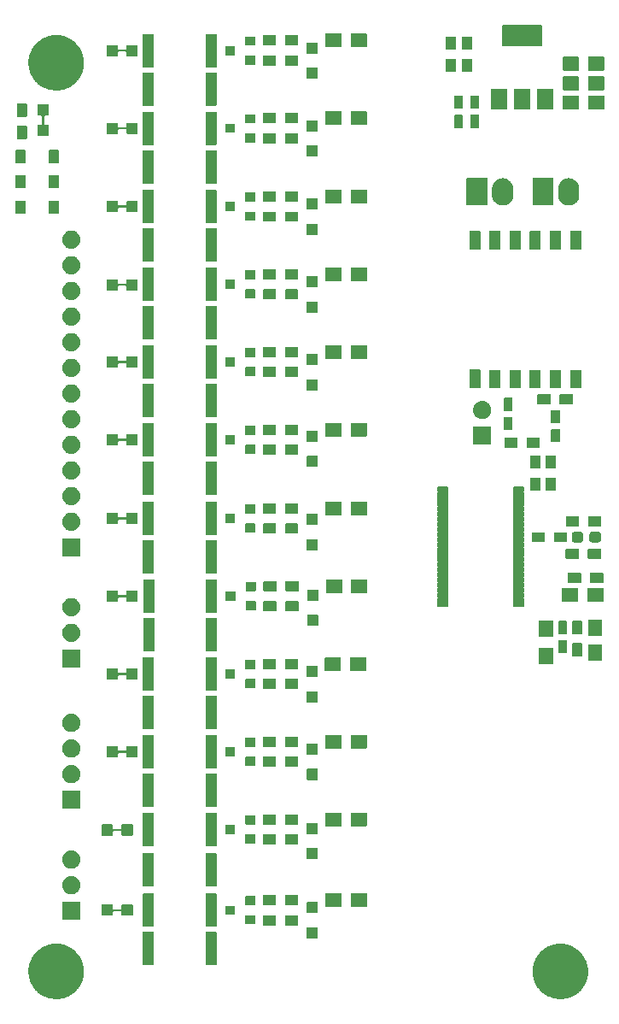
<source format=gbr>
G04 #@! TF.GenerationSoftware,KiCad,Pcbnew,(5.1.0-1152-gc9ccd8a64)*
G04 #@! TF.CreationDate,2019-07-22T10:44:07-04:00*
G04 #@! TF.ProjectId,LTC6811,4c544336-3831-4312-9e6b-696361645f70,rev?*
G04 #@! TF.SameCoordinates,Original*
G04 #@! TF.FileFunction,Soldermask,Top*
G04 #@! TF.FilePolarity,Negative*
%FSLAX46Y46*%
G04 Gerber Fmt 4.6, Leading zero omitted, Abs format (unit mm)*
G04 Created by KiCad (PCBNEW (5.1.0-1152-gc9ccd8a64)) date 2019-07-22 10:44:07*
%MOMM*%
%LPD*%
G04 APERTURE LIST*
%ADD10C,0.100000*%
G04 APERTURE END LIST*
D10*
G36*
X55081499Y-92249413D02*
G01*
X55182653Y-92250031D01*
X55243360Y-92257754D01*
X55302411Y-92260797D01*
X55406794Y-92278546D01*
X55511702Y-92291892D01*
X55566432Y-92305690D01*
X55619927Y-92314786D01*
X55726337Y-92346003D01*
X55833340Y-92372980D01*
X55881595Y-92391552D01*
X55928980Y-92405453D01*
X56035669Y-92450849D01*
X56142906Y-92492121D01*
X56184372Y-92514123D01*
X56225346Y-92531557D01*
X56330467Y-92591639D01*
X56435917Y-92647590D01*
X56470539Y-92671698D01*
X56504972Y-92691378D01*
X56606545Y-92766400D01*
X56708128Y-92837134D01*
X56736040Y-92862046D01*
X56764045Y-92882731D01*
X56860070Y-92972747D01*
X56955597Y-93058008D01*
X56977162Y-93082512D01*
X56999021Y-93103003D01*
X57087451Y-93207831D01*
X57174738Y-93307013D01*
X57190494Y-93329982D01*
X57206693Y-93349184D01*
X57285494Y-93468466D01*
X57362377Y-93580541D01*
X57373051Y-93601002D01*
X57384219Y-93617907D01*
X57451335Y-93751064D01*
X57515797Y-93874630D01*
X57522257Y-93891771D01*
X57529191Y-93905528D01*
X57582804Y-94052429D01*
X57632774Y-94185020D01*
X57635987Y-94198150D01*
X57639611Y-94208080D01*
X57677970Y-94369719D01*
X57711615Y-94507216D01*
X57712656Y-94515885D01*
X57713977Y-94521450D01*
X57735476Y-94705850D01*
X57751177Y-94836550D01*
X57746761Y-95225825D01*
X57728492Y-95353391D01*
X57726437Y-95400454D01*
X57711096Y-95474861D01*
X57699737Y-95554176D01*
X57678322Y-95633821D01*
X57661942Y-95713266D01*
X57635632Y-95792587D01*
X57613607Y-95874501D01*
X57584540Y-95946626D01*
X57560545Y-96018967D01*
X57523071Y-96099148D01*
X57489617Y-96182157D01*
X57454382Y-96246116D01*
X57424176Y-96310747D01*
X57375003Y-96390210D01*
X57329565Y-96472690D01*
X57289657Y-96528126D01*
X57254694Y-96584625D01*
X57193513Y-96661679D01*
X57135769Y-96741890D01*
X57092703Y-96788642D01*
X57054420Y-96836857D01*
X56981135Y-96909759D01*
X56911035Y-96985859D01*
X56866267Y-97024027D01*
X56826079Y-97064005D01*
X56740868Y-97130938D01*
X56658619Y-97201062D01*
X56613538Y-97230957D01*
X56572795Y-97262961D01*
X56476063Y-97322123D01*
X56382178Y-97384382D01*
X56338090Y-97406507D01*
X56298036Y-97431005D01*
X56190419Y-97480617D01*
X56085715Y-97533163D01*
X56043771Y-97548222D01*
X56005540Y-97565847D01*
X55887941Y-97604171D01*
X55773525Y-97645250D01*
X55734731Y-97654100D01*
X55699318Y-97665640D01*
X55572884Y-97691019D01*
X55450131Y-97719021D01*
X55415301Y-97722651D01*
X55383547Y-97729025D01*
X55249653Y-97739915D01*
X55120216Y-97753405D01*
X55089960Y-97752903D01*
X55062520Y-97755135D01*
X54922636Y-97750128D01*
X54788560Y-97747905D01*
X54763333Y-97744427D01*
X54740650Y-97743615D01*
X54596347Y-97721404D01*
X54459967Y-97702601D01*
X54439956Y-97697333D01*
X54422326Y-97694619D01*
X54275239Y-97653967D01*
X54139196Y-97618150D01*
X54124405Y-97612279D01*
X54111883Y-97608818D01*
X53962917Y-97548178D01*
X53830895Y-97495773D01*
X53821130Y-97490460D01*
X53813581Y-97487387D01*
X53661548Y-97403633D01*
X53539528Y-97337244D01*
X53534375Y-97333575D01*
X53531474Y-97331977D01*
X53354206Y-97205299D01*
X53269316Y-97144860D01*
X53192276Y-97074636D01*
X53031025Y-96928166D01*
X53028854Y-96925673D01*
X53024174Y-96921407D01*
X52933455Y-96816122D01*
X52819511Y-96685275D01*
X52814911Y-96678545D01*
X52807653Y-96670121D01*
X52728532Y-96552155D01*
X52637780Y-96419366D01*
X52631749Y-96407855D01*
X52622888Y-96394643D01*
X52559166Y-96269311D01*
X52488315Y-96134074D01*
X52481934Y-96117406D01*
X52472557Y-96098964D01*
X52425351Y-95969618D01*
X52373153Y-95833282D01*
X52367568Y-95811291D01*
X52358836Y-95787365D01*
X52328333Y-95656803D01*
X52293873Y-95521114D01*
X52290254Y-95493810D01*
X52283374Y-95464361D01*
X52269212Y-95335054D01*
X52251555Y-95201833D01*
X52251075Y-95169442D01*
X52247262Y-95134631D01*
X52248690Y-95008722D01*
X52246778Y-94879793D01*
X52250573Y-94842747D01*
X52251025Y-94802951D01*
X52266998Y-94682436D01*
X52279605Y-94559389D01*
X52288754Y-94518290D01*
X52294608Y-94474125D01*
X52323837Y-94360695D01*
X52349590Y-94245013D01*
X52365070Y-94200685D01*
X52377379Y-94152917D01*
X52418382Y-94048019D01*
X52455775Y-93940942D01*
X52478454Y-93894341D01*
X52498140Y-93843978D01*
X52549292Y-93748780D01*
X52596711Y-93651341D01*
X52627292Y-93603614D01*
X52655141Y-93551785D01*
X52714713Y-93467179D01*
X52770477Y-93380151D01*
X52809512Y-93332544D01*
X52846108Y-93280570D01*
X52912299Y-93207186D01*
X52974689Y-93131096D01*
X53022528Y-93084979D01*
X53068274Y-93034262D01*
X53139292Y-92972419D01*
X53206567Y-92907565D01*
X53263353Y-92864384D01*
X53318423Y-92816428D01*
X53392483Y-92766191D01*
X53462939Y-92712615D01*
X53528584Y-92673870D01*
X53592929Y-92630223D01*
X53668329Y-92591389D01*
X53740305Y-92548908D01*
X53814503Y-92516106D01*
X53887818Y-92478346D01*
X53962934Y-92450485D01*
X54034885Y-92418676D01*
X54117092Y-92393307D01*
X54198817Y-92362995D01*
X54272148Y-92345457D01*
X54342636Y-92323705D01*
X54432085Y-92307207D01*
X54521421Y-92285842D01*
X54591640Y-92277779D01*
X54659379Y-92265286D01*
X54755079Y-92259014D01*
X54850957Y-92248005D01*
X54916897Y-92248408D01*
X54980761Y-92244222D01*
X55081499Y-92249413D01*
X55081499Y-92249413D01*
G37*
G36*
X5081499Y-92249413D02*
G01*
X5182653Y-92250031D01*
X5243360Y-92257754D01*
X5302411Y-92260797D01*
X5406794Y-92278546D01*
X5511702Y-92291892D01*
X5566432Y-92305690D01*
X5619927Y-92314786D01*
X5726337Y-92346003D01*
X5833340Y-92372980D01*
X5881595Y-92391552D01*
X5928980Y-92405453D01*
X6035669Y-92450849D01*
X6142906Y-92492121D01*
X6184372Y-92514123D01*
X6225346Y-92531557D01*
X6330467Y-92591639D01*
X6435917Y-92647590D01*
X6470539Y-92671698D01*
X6504972Y-92691378D01*
X6606545Y-92766400D01*
X6708128Y-92837134D01*
X6736040Y-92862046D01*
X6764045Y-92882731D01*
X6860070Y-92972747D01*
X6955597Y-93058008D01*
X6977162Y-93082512D01*
X6999021Y-93103003D01*
X7087451Y-93207831D01*
X7174738Y-93307013D01*
X7190494Y-93329982D01*
X7206693Y-93349184D01*
X7285494Y-93468466D01*
X7362377Y-93580541D01*
X7373051Y-93601002D01*
X7384219Y-93617907D01*
X7451335Y-93751064D01*
X7515797Y-93874630D01*
X7522257Y-93891771D01*
X7529191Y-93905528D01*
X7582804Y-94052429D01*
X7632774Y-94185020D01*
X7635987Y-94198150D01*
X7639611Y-94208080D01*
X7677970Y-94369719D01*
X7711615Y-94507216D01*
X7712656Y-94515885D01*
X7713977Y-94521450D01*
X7735476Y-94705850D01*
X7751177Y-94836550D01*
X7746761Y-95225825D01*
X7728492Y-95353391D01*
X7726437Y-95400454D01*
X7711096Y-95474861D01*
X7699737Y-95554176D01*
X7678322Y-95633821D01*
X7661942Y-95713266D01*
X7635632Y-95792587D01*
X7613607Y-95874501D01*
X7584540Y-95946626D01*
X7560545Y-96018967D01*
X7523071Y-96099148D01*
X7489617Y-96182157D01*
X7454382Y-96246116D01*
X7424176Y-96310747D01*
X7375003Y-96390210D01*
X7329565Y-96472690D01*
X7289657Y-96528126D01*
X7254694Y-96584625D01*
X7193513Y-96661679D01*
X7135769Y-96741890D01*
X7092703Y-96788642D01*
X7054420Y-96836857D01*
X6981135Y-96909759D01*
X6911035Y-96985859D01*
X6866267Y-97024027D01*
X6826079Y-97064005D01*
X6740868Y-97130938D01*
X6658619Y-97201062D01*
X6613538Y-97230957D01*
X6572795Y-97262961D01*
X6476063Y-97322123D01*
X6382178Y-97384382D01*
X6338090Y-97406507D01*
X6298036Y-97431005D01*
X6190419Y-97480617D01*
X6085715Y-97533163D01*
X6043771Y-97548222D01*
X6005540Y-97565847D01*
X5887941Y-97604171D01*
X5773525Y-97645250D01*
X5734731Y-97654100D01*
X5699318Y-97665640D01*
X5572884Y-97691019D01*
X5450131Y-97719021D01*
X5415301Y-97722651D01*
X5383547Y-97729025D01*
X5249653Y-97739915D01*
X5120216Y-97753405D01*
X5089960Y-97752903D01*
X5062520Y-97755135D01*
X4922636Y-97750128D01*
X4788560Y-97747905D01*
X4763333Y-97744427D01*
X4740650Y-97743615D01*
X4596347Y-97721404D01*
X4459967Y-97702601D01*
X4439956Y-97697333D01*
X4422326Y-97694619D01*
X4275239Y-97653967D01*
X4139196Y-97618150D01*
X4124405Y-97612279D01*
X4111883Y-97608818D01*
X3962917Y-97548178D01*
X3830895Y-97495773D01*
X3821130Y-97490460D01*
X3813581Y-97487387D01*
X3661548Y-97403633D01*
X3539528Y-97337244D01*
X3534375Y-97333575D01*
X3531474Y-97331977D01*
X3354206Y-97205299D01*
X3269316Y-97144860D01*
X3192276Y-97074636D01*
X3031025Y-96928166D01*
X3028854Y-96925673D01*
X3024174Y-96921407D01*
X2933455Y-96816122D01*
X2819511Y-96685275D01*
X2814911Y-96678545D01*
X2807653Y-96670121D01*
X2728532Y-96552155D01*
X2637780Y-96419366D01*
X2631749Y-96407855D01*
X2622888Y-96394643D01*
X2559166Y-96269311D01*
X2488315Y-96134074D01*
X2481934Y-96117406D01*
X2472557Y-96098964D01*
X2425351Y-95969618D01*
X2373153Y-95833282D01*
X2367568Y-95811291D01*
X2358836Y-95787365D01*
X2328333Y-95656803D01*
X2293873Y-95521114D01*
X2290254Y-95493810D01*
X2283374Y-95464361D01*
X2269212Y-95335054D01*
X2251555Y-95201833D01*
X2251075Y-95169442D01*
X2247262Y-95134631D01*
X2248690Y-95008722D01*
X2246778Y-94879793D01*
X2250573Y-94842747D01*
X2251025Y-94802951D01*
X2266998Y-94682436D01*
X2279605Y-94559389D01*
X2288754Y-94518290D01*
X2294608Y-94474125D01*
X2323837Y-94360695D01*
X2349590Y-94245013D01*
X2365070Y-94200685D01*
X2377379Y-94152917D01*
X2418382Y-94048019D01*
X2455775Y-93940942D01*
X2478454Y-93894341D01*
X2498140Y-93843978D01*
X2549292Y-93748780D01*
X2596711Y-93651341D01*
X2627292Y-93603614D01*
X2655141Y-93551785D01*
X2714713Y-93467179D01*
X2770477Y-93380151D01*
X2809512Y-93332544D01*
X2846108Y-93280570D01*
X2912299Y-93207186D01*
X2974689Y-93131096D01*
X3022528Y-93084979D01*
X3068274Y-93034262D01*
X3139292Y-92972419D01*
X3206567Y-92907565D01*
X3263353Y-92864384D01*
X3318423Y-92816428D01*
X3392483Y-92766191D01*
X3462939Y-92712615D01*
X3528584Y-92673870D01*
X3592929Y-92630223D01*
X3668329Y-92591389D01*
X3740305Y-92548908D01*
X3814503Y-92516106D01*
X3887818Y-92478346D01*
X3962934Y-92450485D01*
X4034885Y-92418676D01*
X4117092Y-92393307D01*
X4198817Y-92362995D01*
X4272148Y-92345457D01*
X4342636Y-92323705D01*
X4432085Y-92307207D01*
X4521421Y-92285842D01*
X4591640Y-92277779D01*
X4659379Y-92265286D01*
X4755079Y-92259014D01*
X4850957Y-92248005D01*
X4916897Y-92248408D01*
X4980761Y-92244222D01*
X5081499Y-92249413D01*
X5081499Y-92249413D01*
G37*
G36*
X20869899Y-91101959D02*
G01*
X20886769Y-91113231D01*
X20898041Y-91130101D01*
X20904448Y-91162312D01*
X20904448Y-94337688D01*
X20901999Y-94350000D01*
X20898041Y-94369899D01*
X20886769Y-94386769D01*
X20869899Y-94398041D01*
X20850000Y-94401999D01*
X20837688Y-94404448D01*
X19862312Y-94404448D01*
X19830101Y-94398041D01*
X19813231Y-94386769D01*
X19801959Y-94369899D01*
X19795552Y-94337688D01*
X19795552Y-91162312D01*
X19801959Y-91130101D01*
X19813231Y-91113231D01*
X19830101Y-91101959D01*
X19862312Y-91095552D01*
X20837688Y-91095552D01*
X20869899Y-91101959D01*
X20869899Y-91101959D01*
G37*
G36*
X14669899Y-91101959D02*
G01*
X14686769Y-91113231D01*
X14698041Y-91130101D01*
X14704448Y-91162312D01*
X14704448Y-94337688D01*
X14701999Y-94350000D01*
X14698041Y-94369899D01*
X14686769Y-94386769D01*
X14669899Y-94398041D01*
X14650000Y-94401999D01*
X14637688Y-94404448D01*
X13662312Y-94404448D01*
X13630101Y-94398041D01*
X13613231Y-94386769D01*
X13601959Y-94369899D01*
X13595552Y-94337688D01*
X13595552Y-91162312D01*
X13601959Y-91130101D01*
X13613231Y-91113231D01*
X13630101Y-91101959D01*
X13662312Y-91095552D01*
X14637688Y-91095552D01*
X14669899Y-91101959D01*
X14669899Y-91101959D01*
G37*
G36*
X30919899Y-90651959D02*
G01*
X30936769Y-90663231D01*
X30948041Y-90680101D01*
X30954448Y-90712312D01*
X30954448Y-91687688D01*
X30951999Y-91700000D01*
X30948041Y-91719899D01*
X30936769Y-91736769D01*
X30919899Y-91748041D01*
X30900000Y-91751999D01*
X30887688Y-91754448D01*
X29912312Y-91754448D01*
X29880101Y-91748041D01*
X29863231Y-91736769D01*
X29851959Y-91719899D01*
X29845552Y-91687688D01*
X29845552Y-90712312D01*
X29851959Y-90680101D01*
X29863231Y-90663231D01*
X29880101Y-90651959D01*
X29912312Y-90645552D01*
X30887688Y-90645552D01*
X30919899Y-90651959D01*
X30919899Y-90651959D01*
G37*
G36*
X20869899Y-87301959D02*
G01*
X20886769Y-87313231D01*
X20898041Y-87330101D01*
X20904448Y-87362312D01*
X20904448Y-90537688D01*
X20901999Y-90550000D01*
X20898041Y-90569899D01*
X20886769Y-90586769D01*
X20869899Y-90598041D01*
X20850000Y-90601999D01*
X20837688Y-90604448D01*
X19862312Y-90604448D01*
X19830101Y-90598041D01*
X19813231Y-90586769D01*
X19801959Y-90569899D01*
X19795552Y-90537688D01*
X19795552Y-87362312D01*
X19801959Y-87330101D01*
X19813231Y-87313231D01*
X19830101Y-87301959D01*
X19862312Y-87295552D01*
X20837688Y-87295552D01*
X20869899Y-87301959D01*
X20869899Y-87301959D01*
G37*
G36*
X14669899Y-87301959D02*
G01*
X14686769Y-87313231D01*
X14698041Y-87330101D01*
X14704448Y-87362312D01*
X14704448Y-90537688D01*
X14701999Y-90550000D01*
X14698041Y-90569899D01*
X14686769Y-90586769D01*
X14669899Y-90598041D01*
X14650000Y-90601999D01*
X14637688Y-90604448D01*
X13662312Y-90604448D01*
X13630101Y-90598041D01*
X13613231Y-90586769D01*
X13601959Y-90569899D01*
X13595552Y-90537688D01*
X13595552Y-87362312D01*
X13601959Y-87330101D01*
X13613231Y-87313231D01*
X13630101Y-87301959D01*
X13662312Y-87295552D01*
X14637688Y-87295552D01*
X14669899Y-87301959D01*
X14669899Y-87301959D01*
G37*
G36*
X26769899Y-89451959D02*
G01*
X26786769Y-89463231D01*
X26798041Y-89480101D01*
X26804448Y-89512312D01*
X26804448Y-90387688D01*
X26801999Y-90400000D01*
X26798041Y-90419899D01*
X26786769Y-90436769D01*
X26769899Y-90448041D01*
X26750000Y-90451999D01*
X26737688Y-90454448D01*
X25562312Y-90454448D01*
X25530101Y-90448041D01*
X25513231Y-90436769D01*
X25501959Y-90419899D01*
X25495552Y-90387688D01*
X25495552Y-89512312D01*
X25501959Y-89480101D01*
X25513231Y-89463231D01*
X25530101Y-89451959D01*
X25562312Y-89445552D01*
X26737688Y-89445552D01*
X26769899Y-89451959D01*
X26769899Y-89451959D01*
G37*
G36*
X28969899Y-89451959D02*
G01*
X28986769Y-89463231D01*
X28998041Y-89480101D01*
X29004448Y-89512312D01*
X29004448Y-90387688D01*
X29001999Y-90400000D01*
X28998041Y-90419899D01*
X28986769Y-90436769D01*
X28969899Y-90448041D01*
X28950000Y-90451999D01*
X28937688Y-90454448D01*
X27762312Y-90454448D01*
X27730101Y-90448041D01*
X27713231Y-90436769D01*
X27701959Y-90419899D01*
X27695552Y-90387688D01*
X27695552Y-89512312D01*
X27701959Y-89480101D01*
X27713231Y-89463231D01*
X27730101Y-89451959D01*
X27762312Y-89445552D01*
X28937688Y-89445552D01*
X28969899Y-89451959D01*
X28969899Y-89451959D01*
G37*
G36*
X24719899Y-89451959D02*
G01*
X24736769Y-89463231D01*
X24748041Y-89480101D01*
X24754448Y-89512312D01*
X24754448Y-90287688D01*
X24751999Y-90300000D01*
X24748041Y-90319899D01*
X24736769Y-90336769D01*
X24719899Y-90348041D01*
X24700000Y-90351999D01*
X24687688Y-90354448D01*
X23812312Y-90354448D01*
X23780101Y-90348041D01*
X23763231Y-90336769D01*
X23751959Y-90319899D01*
X23745552Y-90287688D01*
X23745552Y-89512312D01*
X23751959Y-89480101D01*
X23763231Y-89463231D01*
X23780101Y-89451959D01*
X23812312Y-89445552D01*
X24687688Y-89445552D01*
X24719899Y-89451959D01*
X24719899Y-89451959D01*
G37*
G36*
X7369899Y-88101959D02*
G01*
X7386769Y-88113231D01*
X7398041Y-88130101D01*
X7404448Y-88162312D01*
X7404448Y-89837688D01*
X7401999Y-89850000D01*
X7398041Y-89869899D01*
X7386769Y-89886769D01*
X7369899Y-89898041D01*
X7350000Y-89901999D01*
X7337688Y-89904448D01*
X5662312Y-89904448D01*
X5630101Y-89898041D01*
X5613231Y-89886769D01*
X5601959Y-89869899D01*
X5595552Y-89837688D01*
X5595552Y-88162312D01*
X5601959Y-88130101D01*
X5613231Y-88113231D01*
X5630101Y-88101959D01*
X5662312Y-88095552D01*
X7337688Y-88095552D01*
X7369899Y-88101959D01*
X7369899Y-88101959D01*
G37*
G36*
X10569899Y-88401959D02*
G01*
X10586769Y-88413231D01*
X10598041Y-88430101D01*
X10604448Y-88462312D01*
X10604448Y-88720553D01*
X10624291Y-88788133D01*
X10677521Y-88834256D01*
X10729447Y-88845552D01*
X11370553Y-88845552D01*
X11438133Y-88825709D01*
X11484256Y-88772479D01*
X11495552Y-88720553D01*
X11495552Y-88462312D01*
X11501959Y-88430101D01*
X11513231Y-88413231D01*
X11530101Y-88401959D01*
X11562312Y-88395552D01*
X12537688Y-88395552D01*
X12569899Y-88401959D01*
X12586769Y-88413231D01*
X12598041Y-88430101D01*
X12604448Y-88462312D01*
X12604448Y-89437688D01*
X12601999Y-89450000D01*
X12598041Y-89469899D01*
X12586769Y-89486769D01*
X12569899Y-89498041D01*
X12550000Y-89501999D01*
X12537688Y-89504448D01*
X11562312Y-89504448D01*
X11530101Y-89498041D01*
X11513231Y-89486769D01*
X11501959Y-89469899D01*
X11495552Y-89437688D01*
X11495552Y-89179447D01*
X11475709Y-89111867D01*
X11422479Y-89065744D01*
X11370553Y-89054448D01*
X10729447Y-89054448D01*
X10661867Y-89074291D01*
X10615744Y-89127521D01*
X10604448Y-89179447D01*
X10604448Y-89437688D01*
X10601999Y-89450000D01*
X10598041Y-89469899D01*
X10586769Y-89486769D01*
X10569899Y-89498041D01*
X10550000Y-89501999D01*
X10537688Y-89504448D01*
X9562312Y-89504448D01*
X9530101Y-89498041D01*
X9513231Y-89486769D01*
X9501959Y-89469899D01*
X9495552Y-89437688D01*
X9495552Y-88462312D01*
X9501959Y-88430101D01*
X9513231Y-88413231D01*
X9530101Y-88401959D01*
X9562312Y-88395552D01*
X10537688Y-88395552D01*
X10569899Y-88401959D01*
X10569899Y-88401959D01*
G37*
G36*
X22719899Y-88501959D02*
G01*
X22736769Y-88513231D01*
X22748041Y-88530101D01*
X22754448Y-88562312D01*
X22754448Y-89337688D01*
X22751999Y-89350000D01*
X22748041Y-89369899D01*
X22736769Y-89386769D01*
X22719899Y-89398041D01*
X22700000Y-89401999D01*
X22687688Y-89404448D01*
X21812312Y-89404448D01*
X21780101Y-89398041D01*
X21763231Y-89386769D01*
X21751959Y-89369899D01*
X21745552Y-89337688D01*
X21745552Y-88562312D01*
X21751959Y-88530101D01*
X21763231Y-88513231D01*
X21780101Y-88501959D01*
X21812312Y-88495552D01*
X22687688Y-88495552D01*
X22719899Y-88501959D01*
X22719899Y-88501959D01*
G37*
G36*
X30919899Y-88151959D02*
G01*
X30936769Y-88163231D01*
X30948041Y-88180101D01*
X30954448Y-88212312D01*
X30954448Y-89187688D01*
X30951999Y-89200000D01*
X30948041Y-89219899D01*
X30936769Y-89236769D01*
X30919899Y-89248041D01*
X30900000Y-89251999D01*
X30887688Y-89254448D01*
X29912312Y-89254448D01*
X29880101Y-89248041D01*
X29863231Y-89236769D01*
X29851959Y-89219899D01*
X29845552Y-89187688D01*
X29845552Y-88212312D01*
X29851959Y-88180101D01*
X29863231Y-88163231D01*
X29880101Y-88151959D01*
X29912312Y-88145552D01*
X30887688Y-88145552D01*
X30919899Y-88151959D01*
X30919899Y-88151959D01*
G37*
G36*
X33269899Y-87276959D02*
G01*
X33286769Y-87288231D01*
X33298041Y-87305101D01*
X33304448Y-87337312D01*
X33304448Y-88562688D01*
X33301999Y-88575000D01*
X33298041Y-88594899D01*
X33286769Y-88611769D01*
X33269899Y-88623041D01*
X33250000Y-88626999D01*
X33237688Y-88629448D01*
X31762312Y-88629448D01*
X31730101Y-88623041D01*
X31713231Y-88611769D01*
X31701959Y-88594899D01*
X31695552Y-88562688D01*
X31695552Y-87337312D01*
X31701959Y-87305101D01*
X31713231Y-87288231D01*
X31730101Y-87276959D01*
X31762312Y-87270552D01*
X33237688Y-87270552D01*
X33269899Y-87276959D01*
X33269899Y-87276959D01*
G37*
G36*
X35769899Y-87276959D02*
G01*
X35786769Y-87288231D01*
X35798041Y-87305101D01*
X35804448Y-87337312D01*
X35804448Y-88562688D01*
X35801999Y-88575000D01*
X35798041Y-88594899D01*
X35786769Y-88611769D01*
X35769899Y-88623041D01*
X35750000Y-88626999D01*
X35737688Y-88629448D01*
X34262312Y-88629448D01*
X34230101Y-88623041D01*
X34213231Y-88611769D01*
X34201959Y-88594899D01*
X34195552Y-88562688D01*
X34195552Y-87337312D01*
X34201959Y-87305101D01*
X34213231Y-87288231D01*
X34230101Y-87276959D01*
X34262312Y-87270552D01*
X35737688Y-87270552D01*
X35769899Y-87276959D01*
X35769899Y-87276959D01*
G37*
G36*
X26769899Y-87451959D02*
G01*
X26786769Y-87463231D01*
X26798041Y-87480101D01*
X26804448Y-87512312D01*
X26804448Y-88387688D01*
X26801999Y-88400000D01*
X26798041Y-88419899D01*
X26786769Y-88436769D01*
X26769899Y-88448041D01*
X26750000Y-88451999D01*
X26737688Y-88454448D01*
X25562312Y-88454448D01*
X25530101Y-88448041D01*
X25513231Y-88436769D01*
X25501959Y-88419899D01*
X25495552Y-88387688D01*
X25495552Y-87512312D01*
X25501959Y-87480101D01*
X25513231Y-87463231D01*
X25530101Y-87451959D01*
X25562312Y-87445552D01*
X26737688Y-87445552D01*
X26769899Y-87451959D01*
X26769899Y-87451959D01*
G37*
G36*
X28969899Y-87451959D02*
G01*
X28986769Y-87463231D01*
X28998041Y-87480101D01*
X29004448Y-87512312D01*
X29004448Y-88387688D01*
X29001999Y-88400000D01*
X28998041Y-88419899D01*
X28986769Y-88436769D01*
X28969899Y-88448041D01*
X28950000Y-88451999D01*
X28937688Y-88454448D01*
X27762312Y-88454448D01*
X27730101Y-88448041D01*
X27713231Y-88436769D01*
X27701959Y-88419899D01*
X27695552Y-88387688D01*
X27695552Y-87512312D01*
X27701959Y-87480101D01*
X27713231Y-87463231D01*
X27730101Y-87451959D01*
X27762312Y-87445552D01*
X28937688Y-87445552D01*
X28969899Y-87451959D01*
X28969899Y-87451959D01*
G37*
G36*
X24719899Y-87551959D02*
G01*
X24736769Y-87563231D01*
X24748041Y-87580101D01*
X24754448Y-87612312D01*
X24754448Y-88387688D01*
X24751999Y-88400000D01*
X24748041Y-88419899D01*
X24736769Y-88436769D01*
X24719899Y-88448041D01*
X24700000Y-88451999D01*
X24687688Y-88454448D01*
X23812312Y-88454448D01*
X23780101Y-88448041D01*
X23763231Y-88436769D01*
X23751959Y-88419899D01*
X23745552Y-88387688D01*
X23745552Y-87612312D01*
X23751959Y-87580101D01*
X23763231Y-87563231D01*
X23780101Y-87551959D01*
X23812312Y-87545552D01*
X24687688Y-87545552D01*
X24719899Y-87551959D01*
X24719899Y-87551959D01*
G37*
G36*
X6688360Y-85573835D02*
G01*
X6769397Y-85600166D01*
X6856663Y-85627848D01*
X6859655Y-85629493D01*
X6868488Y-85632363D01*
X6940466Y-85673919D01*
X7011499Y-85712970D01*
X7018986Y-85719253D01*
X7032511Y-85727061D01*
X7090259Y-85779057D01*
X7146857Y-85826549D01*
X7156962Y-85839118D01*
X7173261Y-85853793D01*
X7215454Y-85911867D01*
X7257579Y-85964260D01*
X7267994Y-85984182D01*
X7284586Y-86007019D01*
X7311297Y-86067012D01*
X7339439Y-86120843D01*
X7347582Y-86148510D01*
X7361621Y-86180042D01*
X7373992Y-86238241D01*
X7389328Y-86290349D01*
X7392518Y-86325401D01*
X7400999Y-86365301D01*
X7400999Y-86418592D01*
X7405343Y-86466324D01*
X7400999Y-86507653D01*
X7400999Y-86554699D01*
X7391217Y-86600721D01*
X7386873Y-86642047D01*
X7372702Y-86687827D01*
X7361621Y-86739958D01*
X7345028Y-86777226D01*
X7334622Y-86810843D01*
X7308789Y-86858620D01*
X7284586Y-86912981D01*
X7264298Y-86940905D01*
X7250580Y-86966276D01*
X7211859Y-87013082D01*
X7173261Y-87066207D01*
X7152284Y-87085095D01*
X7137952Y-87102419D01*
X7085845Y-87144917D01*
X7032511Y-87192939D01*
X7013524Y-87203901D01*
X7001025Y-87214095D01*
X6935780Y-87248786D01*
X6868488Y-87287637D01*
X6853636Y-87292463D01*
X6845003Y-87297053D01*
X6767430Y-87320473D01*
X6688360Y-87346165D01*
X6679114Y-87347137D01*
X6675851Y-87348122D01*
X6584710Y-87357059D01*
X6547211Y-87361000D01*
X6452789Y-87361000D01*
X6311640Y-87346165D01*
X6230603Y-87319834D01*
X6143337Y-87292152D01*
X6140345Y-87290507D01*
X6131512Y-87287637D01*
X6059534Y-87246081D01*
X5988501Y-87207030D01*
X5981014Y-87200747D01*
X5967489Y-87192939D01*
X5909741Y-87140943D01*
X5853143Y-87093451D01*
X5843038Y-87080882D01*
X5826739Y-87066207D01*
X5784546Y-87008133D01*
X5742421Y-86955740D01*
X5732006Y-86935818D01*
X5715414Y-86912981D01*
X5688703Y-86852988D01*
X5660561Y-86799157D01*
X5652418Y-86771490D01*
X5638379Y-86739958D01*
X5626008Y-86681759D01*
X5610672Y-86629651D01*
X5607482Y-86594599D01*
X5599001Y-86554699D01*
X5599001Y-86501408D01*
X5594657Y-86453676D01*
X5599001Y-86412347D01*
X5599001Y-86365301D01*
X5608783Y-86319279D01*
X5613127Y-86277953D01*
X5627298Y-86232173D01*
X5638379Y-86180042D01*
X5654972Y-86142774D01*
X5665378Y-86109157D01*
X5691211Y-86061380D01*
X5715414Y-86007019D01*
X5735702Y-85979095D01*
X5749420Y-85953724D01*
X5788141Y-85906918D01*
X5826739Y-85853793D01*
X5847716Y-85834905D01*
X5862048Y-85817581D01*
X5914155Y-85775083D01*
X5967489Y-85727061D01*
X5986476Y-85716099D01*
X5998975Y-85705905D01*
X6064220Y-85671214D01*
X6131512Y-85632363D01*
X6146364Y-85627537D01*
X6154997Y-85622947D01*
X6232570Y-85599527D01*
X6311640Y-85573835D01*
X6320886Y-85572863D01*
X6324149Y-85571878D01*
X6415290Y-85562941D01*
X6452789Y-85559000D01*
X6547211Y-85559000D01*
X6688360Y-85573835D01*
X6688360Y-85573835D01*
G37*
G36*
X20869899Y-83301959D02*
G01*
X20886769Y-83313231D01*
X20898041Y-83330101D01*
X20904448Y-83362312D01*
X20904448Y-86537688D01*
X20901999Y-86550000D01*
X20898041Y-86569899D01*
X20886769Y-86586769D01*
X20869899Y-86598041D01*
X20850000Y-86601999D01*
X20837688Y-86604448D01*
X19862312Y-86604448D01*
X19830101Y-86598041D01*
X19813231Y-86586769D01*
X19801959Y-86569899D01*
X19795552Y-86537688D01*
X19795552Y-83362312D01*
X19801959Y-83330101D01*
X19813231Y-83313231D01*
X19830101Y-83301959D01*
X19862312Y-83295552D01*
X20837688Y-83295552D01*
X20869899Y-83301959D01*
X20869899Y-83301959D01*
G37*
G36*
X14669899Y-83301959D02*
G01*
X14686769Y-83313231D01*
X14698041Y-83330101D01*
X14704448Y-83362312D01*
X14704448Y-86537688D01*
X14701999Y-86550000D01*
X14698041Y-86569899D01*
X14686769Y-86586769D01*
X14669899Y-86598041D01*
X14650000Y-86601999D01*
X14637688Y-86604448D01*
X13662312Y-86604448D01*
X13630101Y-86598041D01*
X13613231Y-86586769D01*
X13601959Y-86569899D01*
X13595552Y-86537688D01*
X13595552Y-83362312D01*
X13601959Y-83330101D01*
X13613231Y-83313231D01*
X13630101Y-83301959D01*
X13662312Y-83295552D01*
X14637688Y-83295552D01*
X14669899Y-83301959D01*
X14669899Y-83301959D01*
G37*
G36*
X6688360Y-83033835D02*
G01*
X6769397Y-83060166D01*
X6856663Y-83087848D01*
X6859655Y-83089493D01*
X6868488Y-83092363D01*
X6940466Y-83133919D01*
X7011499Y-83172970D01*
X7018986Y-83179253D01*
X7032511Y-83187061D01*
X7090259Y-83239057D01*
X7146857Y-83286549D01*
X7156962Y-83299118D01*
X7173261Y-83313793D01*
X7215454Y-83371867D01*
X7257579Y-83424260D01*
X7267994Y-83444182D01*
X7284586Y-83467019D01*
X7311297Y-83527012D01*
X7339439Y-83580843D01*
X7347582Y-83608510D01*
X7361621Y-83640042D01*
X7373992Y-83698241D01*
X7389328Y-83750349D01*
X7392518Y-83785401D01*
X7400999Y-83825301D01*
X7400999Y-83878592D01*
X7405343Y-83926324D01*
X7400999Y-83967653D01*
X7400999Y-84014699D01*
X7391217Y-84060721D01*
X7386873Y-84102047D01*
X7372702Y-84147827D01*
X7361621Y-84199958D01*
X7345028Y-84237226D01*
X7334622Y-84270843D01*
X7308789Y-84318620D01*
X7284586Y-84372981D01*
X7264298Y-84400905D01*
X7250580Y-84426276D01*
X7211859Y-84473082D01*
X7173261Y-84526207D01*
X7152284Y-84545095D01*
X7137952Y-84562419D01*
X7085845Y-84604917D01*
X7032511Y-84652939D01*
X7013524Y-84663901D01*
X7001025Y-84674095D01*
X6935780Y-84708786D01*
X6868488Y-84747637D01*
X6853636Y-84752463D01*
X6845003Y-84757053D01*
X6767430Y-84780473D01*
X6688360Y-84806165D01*
X6679114Y-84807137D01*
X6675851Y-84808122D01*
X6584710Y-84817059D01*
X6547211Y-84821000D01*
X6452789Y-84821000D01*
X6311640Y-84806165D01*
X6230603Y-84779834D01*
X6143337Y-84752152D01*
X6140345Y-84750507D01*
X6131512Y-84747637D01*
X6059534Y-84706081D01*
X5988501Y-84667030D01*
X5981014Y-84660747D01*
X5967489Y-84652939D01*
X5909741Y-84600943D01*
X5853143Y-84553451D01*
X5843038Y-84540882D01*
X5826739Y-84526207D01*
X5784546Y-84468133D01*
X5742421Y-84415740D01*
X5732006Y-84395818D01*
X5715414Y-84372981D01*
X5688703Y-84312988D01*
X5660561Y-84259157D01*
X5652418Y-84231490D01*
X5638379Y-84199958D01*
X5626008Y-84141759D01*
X5610672Y-84089651D01*
X5607482Y-84054599D01*
X5599001Y-84014699D01*
X5599001Y-83961408D01*
X5594657Y-83913676D01*
X5599001Y-83872347D01*
X5599001Y-83825301D01*
X5608783Y-83779279D01*
X5613127Y-83737953D01*
X5627298Y-83692173D01*
X5638379Y-83640042D01*
X5654972Y-83602774D01*
X5665378Y-83569157D01*
X5691211Y-83521380D01*
X5715414Y-83467019D01*
X5735702Y-83439095D01*
X5749420Y-83413724D01*
X5788141Y-83366918D01*
X5826739Y-83313793D01*
X5847716Y-83294905D01*
X5862048Y-83277581D01*
X5914155Y-83235083D01*
X5967489Y-83187061D01*
X5986476Y-83176099D01*
X5998975Y-83165905D01*
X6064220Y-83131214D01*
X6131512Y-83092363D01*
X6146364Y-83087537D01*
X6154997Y-83082947D01*
X6232570Y-83059527D01*
X6311640Y-83033835D01*
X6320886Y-83032863D01*
X6324149Y-83031878D01*
X6415290Y-83022941D01*
X6452789Y-83019000D01*
X6547211Y-83019000D01*
X6688360Y-83033835D01*
X6688360Y-83033835D01*
G37*
G36*
X30919899Y-82801959D02*
G01*
X30936769Y-82813231D01*
X30948041Y-82830101D01*
X30954448Y-82862312D01*
X30954448Y-83837688D01*
X30951999Y-83850000D01*
X30948041Y-83869899D01*
X30936769Y-83886769D01*
X30919899Y-83898041D01*
X30900000Y-83901999D01*
X30887688Y-83904448D01*
X29912312Y-83904448D01*
X29880101Y-83898041D01*
X29863231Y-83886769D01*
X29851959Y-83869899D01*
X29845552Y-83837688D01*
X29845552Y-82862312D01*
X29851959Y-82830101D01*
X29863231Y-82813231D01*
X29880101Y-82801959D01*
X29912312Y-82795552D01*
X30887688Y-82795552D01*
X30919899Y-82801959D01*
X30919899Y-82801959D01*
G37*
G36*
X20869899Y-79301959D02*
G01*
X20886769Y-79313231D01*
X20898041Y-79330101D01*
X20904448Y-79362312D01*
X20904448Y-82537688D01*
X20901999Y-82550000D01*
X20898041Y-82569899D01*
X20886769Y-82586769D01*
X20869899Y-82598041D01*
X20850000Y-82601999D01*
X20837688Y-82604448D01*
X19862312Y-82604448D01*
X19830101Y-82598041D01*
X19813231Y-82586769D01*
X19801959Y-82569899D01*
X19795552Y-82537688D01*
X19795552Y-79362312D01*
X19801959Y-79330101D01*
X19813231Y-79313231D01*
X19830101Y-79301959D01*
X19862312Y-79295552D01*
X20837688Y-79295552D01*
X20869899Y-79301959D01*
X20869899Y-79301959D01*
G37*
G36*
X14669899Y-79301959D02*
G01*
X14686769Y-79313231D01*
X14698041Y-79330101D01*
X14704448Y-79362312D01*
X14704448Y-82537688D01*
X14701999Y-82550000D01*
X14698041Y-82569899D01*
X14686769Y-82586769D01*
X14669899Y-82598041D01*
X14650000Y-82601999D01*
X14637688Y-82604448D01*
X13662312Y-82604448D01*
X13630101Y-82598041D01*
X13613231Y-82586769D01*
X13601959Y-82569899D01*
X13595552Y-82537688D01*
X13595552Y-79362312D01*
X13601959Y-79330101D01*
X13613231Y-79313231D01*
X13630101Y-79301959D01*
X13662312Y-79295552D01*
X14637688Y-79295552D01*
X14669899Y-79301959D01*
X14669899Y-79301959D01*
G37*
G36*
X28969899Y-81451959D02*
G01*
X28986769Y-81463231D01*
X28998041Y-81480101D01*
X29004448Y-81512312D01*
X29004448Y-82387688D01*
X29001999Y-82400000D01*
X28998041Y-82419899D01*
X28986769Y-82436769D01*
X28969899Y-82448041D01*
X28950000Y-82451999D01*
X28937688Y-82454448D01*
X27762312Y-82454448D01*
X27730101Y-82448041D01*
X27713231Y-82436769D01*
X27701959Y-82419899D01*
X27695552Y-82387688D01*
X27695552Y-81512312D01*
X27701959Y-81480101D01*
X27713231Y-81463231D01*
X27730101Y-81451959D01*
X27762312Y-81445552D01*
X28937688Y-81445552D01*
X28969899Y-81451959D01*
X28969899Y-81451959D01*
G37*
G36*
X26769899Y-81451959D02*
G01*
X26786769Y-81463231D01*
X26798041Y-81480101D01*
X26804448Y-81512312D01*
X26804448Y-82387688D01*
X26801999Y-82400000D01*
X26798041Y-82419899D01*
X26786769Y-82436769D01*
X26769899Y-82448041D01*
X26750000Y-82451999D01*
X26737688Y-82454448D01*
X25562312Y-82454448D01*
X25530101Y-82448041D01*
X25513231Y-82436769D01*
X25501959Y-82419899D01*
X25495552Y-82387688D01*
X25495552Y-81512312D01*
X25501959Y-81480101D01*
X25513231Y-81463231D01*
X25530101Y-81451959D01*
X25562312Y-81445552D01*
X26737688Y-81445552D01*
X26769899Y-81451959D01*
X26769899Y-81451959D01*
G37*
G36*
X24719899Y-81451959D02*
G01*
X24736769Y-81463231D01*
X24748041Y-81480101D01*
X24754448Y-81512312D01*
X24754448Y-82287688D01*
X24751999Y-82300000D01*
X24748041Y-82319899D01*
X24736769Y-82336769D01*
X24719899Y-82348041D01*
X24700000Y-82351999D01*
X24687688Y-82354448D01*
X23812312Y-82354448D01*
X23780101Y-82348041D01*
X23763231Y-82336769D01*
X23751959Y-82319899D01*
X23745552Y-82287688D01*
X23745552Y-81512312D01*
X23751959Y-81480101D01*
X23763231Y-81463231D01*
X23780101Y-81451959D01*
X23812312Y-81445552D01*
X24687688Y-81445552D01*
X24719899Y-81451959D01*
X24719899Y-81451959D01*
G37*
G36*
X10569899Y-80451959D02*
G01*
X10586769Y-80463231D01*
X10598041Y-80480101D01*
X10604448Y-80512312D01*
X10604448Y-80770553D01*
X10624291Y-80838133D01*
X10677521Y-80884256D01*
X10729447Y-80895552D01*
X11370553Y-80895552D01*
X11438133Y-80875709D01*
X11484256Y-80822479D01*
X11495552Y-80770553D01*
X11495552Y-80512312D01*
X11501959Y-80480101D01*
X11513231Y-80463231D01*
X11530101Y-80451959D01*
X11562312Y-80445552D01*
X12537688Y-80445552D01*
X12569899Y-80451959D01*
X12586769Y-80463231D01*
X12598041Y-80480101D01*
X12604448Y-80512312D01*
X12604448Y-81487688D01*
X12601999Y-81500000D01*
X12598041Y-81519899D01*
X12586769Y-81536769D01*
X12569899Y-81548041D01*
X12550000Y-81551999D01*
X12537688Y-81554448D01*
X11562312Y-81554448D01*
X11530101Y-81548041D01*
X11513231Y-81536769D01*
X11501959Y-81519899D01*
X11495552Y-81487688D01*
X11495552Y-81229447D01*
X11475709Y-81161867D01*
X11422479Y-81115744D01*
X11370553Y-81104448D01*
X10729447Y-81104448D01*
X10661867Y-81124291D01*
X10615744Y-81177521D01*
X10604448Y-81229447D01*
X10604448Y-81487688D01*
X10601999Y-81500000D01*
X10598041Y-81519899D01*
X10586769Y-81536769D01*
X10569899Y-81548041D01*
X10550000Y-81551999D01*
X10537688Y-81554448D01*
X9562312Y-81554448D01*
X9530101Y-81548041D01*
X9513231Y-81536769D01*
X9501959Y-81519899D01*
X9495552Y-81487688D01*
X9495552Y-80512312D01*
X9501959Y-80480101D01*
X9513231Y-80463231D01*
X9530101Y-80451959D01*
X9562312Y-80445552D01*
X10537688Y-80445552D01*
X10569899Y-80451959D01*
X10569899Y-80451959D01*
G37*
G36*
X30919899Y-80301959D02*
G01*
X30936769Y-80313231D01*
X30948041Y-80330101D01*
X30954448Y-80362312D01*
X30954448Y-81337688D01*
X30951999Y-81350000D01*
X30948041Y-81369899D01*
X30936769Y-81386769D01*
X30919899Y-81398041D01*
X30900000Y-81401999D01*
X30887688Y-81404448D01*
X29912312Y-81404448D01*
X29880101Y-81398041D01*
X29863231Y-81386769D01*
X29851959Y-81369899D01*
X29845552Y-81337688D01*
X29845552Y-80362312D01*
X29851959Y-80330101D01*
X29863231Y-80313231D01*
X29880101Y-80301959D01*
X29912312Y-80295552D01*
X30887688Y-80295552D01*
X30919899Y-80301959D01*
X30919899Y-80301959D01*
G37*
G36*
X22719899Y-80501959D02*
G01*
X22736769Y-80513231D01*
X22748041Y-80530101D01*
X22754448Y-80562312D01*
X22754448Y-81337688D01*
X22751999Y-81350000D01*
X22748041Y-81369899D01*
X22736769Y-81386769D01*
X22719899Y-81398041D01*
X22700000Y-81401999D01*
X22687688Y-81404448D01*
X21812312Y-81404448D01*
X21780101Y-81398041D01*
X21763231Y-81386769D01*
X21751959Y-81369899D01*
X21745552Y-81337688D01*
X21745552Y-80562312D01*
X21751959Y-80530101D01*
X21763231Y-80513231D01*
X21780101Y-80501959D01*
X21812312Y-80495552D01*
X22687688Y-80495552D01*
X22719899Y-80501959D01*
X22719899Y-80501959D01*
G37*
G36*
X35769899Y-79276959D02*
G01*
X35786769Y-79288231D01*
X35798041Y-79305101D01*
X35804448Y-79337312D01*
X35804448Y-80562688D01*
X35801999Y-80575000D01*
X35798041Y-80594899D01*
X35786769Y-80611769D01*
X35769899Y-80623041D01*
X35750000Y-80626999D01*
X35737688Y-80629448D01*
X34262312Y-80629448D01*
X34230101Y-80623041D01*
X34213231Y-80611769D01*
X34201959Y-80594899D01*
X34195552Y-80562688D01*
X34195552Y-79337312D01*
X34201959Y-79305101D01*
X34213231Y-79288231D01*
X34230101Y-79276959D01*
X34262312Y-79270552D01*
X35737688Y-79270552D01*
X35769899Y-79276959D01*
X35769899Y-79276959D01*
G37*
G36*
X33269899Y-79276959D02*
G01*
X33286769Y-79288231D01*
X33298041Y-79305101D01*
X33304448Y-79337312D01*
X33304448Y-80562688D01*
X33301999Y-80575000D01*
X33298041Y-80594899D01*
X33286769Y-80611769D01*
X33269899Y-80623041D01*
X33250000Y-80626999D01*
X33237688Y-80629448D01*
X31762312Y-80629448D01*
X31730101Y-80623041D01*
X31713231Y-80611769D01*
X31701959Y-80594899D01*
X31695552Y-80562688D01*
X31695552Y-79337312D01*
X31701959Y-79305101D01*
X31713231Y-79288231D01*
X31730101Y-79276959D01*
X31762312Y-79270552D01*
X33237688Y-79270552D01*
X33269899Y-79276959D01*
X33269899Y-79276959D01*
G37*
G36*
X26769899Y-79451959D02*
G01*
X26786769Y-79463231D01*
X26798041Y-79480101D01*
X26804448Y-79512312D01*
X26804448Y-80387688D01*
X26801999Y-80400000D01*
X26798041Y-80419899D01*
X26786769Y-80436769D01*
X26769899Y-80448041D01*
X26750000Y-80451999D01*
X26737688Y-80454448D01*
X25562312Y-80454448D01*
X25530101Y-80448041D01*
X25513231Y-80436769D01*
X25501959Y-80419899D01*
X25495552Y-80387688D01*
X25495552Y-79512312D01*
X25501959Y-79480101D01*
X25513231Y-79463231D01*
X25530101Y-79451959D01*
X25562312Y-79445552D01*
X26737688Y-79445552D01*
X26769899Y-79451959D01*
X26769899Y-79451959D01*
G37*
G36*
X28969899Y-79451959D02*
G01*
X28986769Y-79463231D01*
X28998041Y-79480101D01*
X29004448Y-79512312D01*
X29004448Y-80387688D01*
X29001999Y-80400000D01*
X28998041Y-80419899D01*
X28986769Y-80436769D01*
X28969899Y-80448041D01*
X28950000Y-80451999D01*
X28937688Y-80454448D01*
X27762312Y-80454448D01*
X27730101Y-80448041D01*
X27713231Y-80436769D01*
X27701959Y-80419899D01*
X27695552Y-80387688D01*
X27695552Y-79512312D01*
X27701959Y-79480101D01*
X27713231Y-79463231D01*
X27730101Y-79451959D01*
X27762312Y-79445552D01*
X28937688Y-79445552D01*
X28969899Y-79451959D01*
X28969899Y-79451959D01*
G37*
G36*
X24719899Y-79551959D02*
G01*
X24736769Y-79563231D01*
X24748041Y-79580101D01*
X24754448Y-79612312D01*
X24754448Y-80387688D01*
X24751999Y-80400000D01*
X24748041Y-80419899D01*
X24736769Y-80436769D01*
X24719899Y-80448041D01*
X24700000Y-80451999D01*
X24687688Y-80454448D01*
X23812312Y-80454448D01*
X23780101Y-80448041D01*
X23763231Y-80436769D01*
X23751959Y-80419899D01*
X23745552Y-80387688D01*
X23745552Y-79612312D01*
X23751959Y-79580101D01*
X23763231Y-79563231D01*
X23780101Y-79551959D01*
X23812312Y-79545552D01*
X24687688Y-79545552D01*
X24719899Y-79551959D01*
X24719899Y-79551959D01*
G37*
G36*
X7369899Y-77101959D02*
G01*
X7386769Y-77113231D01*
X7398041Y-77130101D01*
X7404448Y-77162312D01*
X7404448Y-78837688D01*
X7401999Y-78850000D01*
X7398041Y-78869899D01*
X7386769Y-78886769D01*
X7369899Y-78898041D01*
X7350000Y-78901999D01*
X7337688Y-78904448D01*
X5662312Y-78904448D01*
X5630101Y-78898041D01*
X5613231Y-78886769D01*
X5601959Y-78869899D01*
X5595552Y-78837688D01*
X5595552Y-77162312D01*
X5601959Y-77130101D01*
X5613231Y-77113231D01*
X5630101Y-77101959D01*
X5662312Y-77095552D01*
X7337688Y-77095552D01*
X7369899Y-77101959D01*
X7369899Y-77101959D01*
G37*
G36*
X14669899Y-75401959D02*
G01*
X14686769Y-75413231D01*
X14698041Y-75430101D01*
X14704448Y-75462312D01*
X14704448Y-78637688D01*
X14701999Y-78650000D01*
X14698041Y-78669899D01*
X14686769Y-78686769D01*
X14669899Y-78698041D01*
X14650000Y-78701999D01*
X14637688Y-78704448D01*
X13662312Y-78704448D01*
X13630101Y-78698041D01*
X13613231Y-78686769D01*
X13601959Y-78669899D01*
X13595552Y-78637688D01*
X13595552Y-75462312D01*
X13601959Y-75430101D01*
X13613231Y-75413231D01*
X13630101Y-75401959D01*
X13662312Y-75395552D01*
X14637688Y-75395552D01*
X14669899Y-75401959D01*
X14669899Y-75401959D01*
G37*
G36*
X20869899Y-75401959D02*
G01*
X20886769Y-75413231D01*
X20898041Y-75430101D01*
X20904448Y-75462312D01*
X20904448Y-78637688D01*
X20901999Y-78650000D01*
X20898041Y-78669899D01*
X20886769Y-78686769D01*
X20869899Y-78698041D01*
X20850000Y-78701999D01*
X20837688Y-78704448D01*
X19862312Y-78704448D01*
X19830101Y-78698041D01*
X19813231Y-78686769D01*
X19801959Y-78669899D01*
X19795552Y-78637688D01*
X19795552Y-75462312D01*
X19801959Y-75430101D01*
X19813231Y-75413231D01*
X19830101Y-75401959D01*
X19862312Y-75395552D01*
X20837688Y-75395552D01*
X20869899Y-75401959D01*
X20869899Y-75401959D01*
G37*
G36*
X6688360Y-74573835D02*
G01*
X6769397Y-74600166D01*
X6856663Y-74627848D01*
X6859655Y-74629493D01*
X6868488Y-74632363D01*
X6940466Y-74673919D01*
X7011499Y-74712970D01*
X7018986Y-74719253D01*
X7032511Y-74727061D01*
X7090259Y-74779057D01*
X7146857Y-74826549D01*
X7156962Y-74839118D01*
X7173261Y-74853793D01*
X7215454Y-74911867D01*
X7257579Y-74964260D01*
X7267994Y-74984182D01*
X7284586Y-75007019D01*
X7311297Y-75067012D01*
X7339439Y-75120843D01*
X7347582Y-75148510D01*
X7361621Y-75180042D01*
X7373992Y-75238241D01*
X7389328Y-75290349D01*
X7392518Y-75325401D01*
X7400999Y-75365301D01*
X7400999Y-75418592D01*
X7405343Y-75466324D01*
X7400999Y-75507653D01*
X7400999Y-75554699D01*
X7391217Y-75600721D01*
X7386873Y-75642047D01*
X7372702Y-75687827D01*
X7361621Y-75739958D01*
X7345028Y-75777226D01*
X7334622Y-75810843D01*
X7308789Y-75858620D01*
X7284586Y-75912981D01*
X7264298Y-75940905D01*
X7250580Y-75966276D01*
X7211859Y-76013082D01*
X7173261Y-76066207D01*
X7152284Y-76085095D01*
X7137952Y-76102419D01*
X7085845Y-76144917D01*
X7032511Y-76192939D01*
X7013524Y-76203901D01*
X7001025Y-76214095D01*
X6935780Y-76248786D01*
X6868488Y-76287637D01*
X6853636Y-76292463D01*
X6845003Y-76297053D01*
X6767430Y-76320473D01*
X6688360Y-76346165D01*
X6679114Y-76347137D01*
X6675851Y-76348122D01*
X6584710Y-76357059D01*
X6547211Y-76361000D01*
X6452789Y-76361000D01*
X6311640Y-76346165D01*
X6230603Y-76319834D01*
X6143337Y-76292152D01*
X6140345Y-76290507D01*
X6131512Y-76287637D01*
X6059534Y-76246081D01*
X5988501Y-76207030D01*
X5981014Y-76200747D01*
X5967489Y-76192939D01*
X5909741Y-76140943D01*
X5853143Y-76093451D01*
X5843038Y-76080882D01*
X5826739Y-76066207D01*
X5784546Y-76008133D01*
X5742421Y-75955740D01*
X5732006Y-75935818D01*
X5715414Y-75912981D01*
X5688703Y-75852988D01*
X5660561Y-75799157D01*
X5652418Y-75771490D01*
X5638379Y-75739958D01*
X5626008Y-75681759D01*
X5610672Y-75629651D01*
X5607482Y-75594599D01*
X5599001Y-75554699D01*
X5599001Y-75501408D01*
X5594657Y-75453676D01*
X5599001Y-75412347D01*
X5599001Y-75365301D01*
X5608783Y-75319279D01*
X5613127Y-75277953D01*
X5627298Y-75232173D01*
X5638379Y-75180042D01*
X5654972Y-75142774D01*
X5665378Y-75109157D01*
X5691211Y-75061380D01*
X5715414Y-75007019D01*
X5735702Y-74979095D01*
X5749420Y-74953724D01*
X5788141Y-74906918D01*
X5826739Y-74853793D01*
X5847716Y-74834905D01*
X5862048Y-74817581D01*
X5914155Y-74775083D01*
X5967489Y-74727061D01*
X5986476Y-74716099D01*
X5998975Y-74705905D01*
X6064220Y-74671214D01*
X6131512Y-74632363D01*
X6146364Y-74627537D01*
X6154997Y-74622947D01*
X6232570Y-74599527D01*
X6311640Y-74573835D01*
X6320886Y-74572863D01*
X6324149Y-74571878D01*
X6415290Y-74562941D01*
X6452789Y-74559000D01*
X6547211Y-74559000D01*
X6688360Y-74573835D01*
X6688360Y-74573835D01*
G37*
G36*
X30919899Y-74951959D02*
G01*
X30936769Y-74963231D01*
X30948041Y-74980101D01*
X30954448Y-75012312D01*
X30954448Y-75987688D01*
X30951999Y-76000000D01*
X30948041Y-76019899D01*
X30936769Y-76036769D01*
X30919899Y-76048041D01*
X30900000Y-76051999D01*
X30887688Y-76054448D01*
X29912312Y-76054448D01*
X29880101Y-76048041D01*
X29863231Y-76036769D01*
X29851959Y-76019899D01*
X29845552Y-75987688D01*
X29845552Y-75012312D01*
X29851959Y-74980101D01*
X29863231Y-74963231D01*
X29880101Y-74951959D01*
X29912312Y-74945552D01*
X30887688Y-74945552D01*
X30919899Y-74951959D01*
X30919899Y-74951959D01*
G37*
G36*
X20869899Y-71601959D02*
G01*
X20886769Y-71613231D01*
X20898041Y-71630101D01*
X20904448Y-71662312D01*
X20904448Y-74837688D01*
X20901999Y-74850000D01*
X20898041Y-74869899D01*
X20886769Y-74886769D01*
X20869899Y-74898041D01*
X20850000Y-74901999D01*
X20837688Y-74904448D01*
X19862312Y-74904448D01*
X19830101Y-74898041D01*
X19813231Y-74886769D01*
X19801959Y-74869899D01*
X19795552Y-74837688D01*
X19795552Y-71662312D01*
X19801959Y-71630101D01*
X19813231Y-71613231D01*
X19830101Y-71601959D01*
X19862312Y-71595552D01*
X20837688Y-71595552D01*
X20869899Y-71601959D01*
X20869899Y-71601959D01*
G37*
G36*
X14669899Y-71601959D02*
G01*
X14686769Y-71613231D01*
X14698041Y-71630101D01*
X14704448Y-71662312D01*
X14704448Y-74837688D01*
X14701999Y-74850000D01*
X14698041Y-74869899D01*
X14686769Y-74886769D01*
X14669899Y-74898041D01*
X14650000Y-74901999D01*
X14637688Y-74904448D01*
X13662312Y-74904448D01*
X13630101Y-74898041D01*
X13613231Y-74886769D01*
X13601959Y-74869899D01*
X13595552Y-74837688D01*
X13595552Y-71662312D01*
X13601959Y-71630101D01*
X13613231Y-71613231D01*
X13630101Y-71601959D01*
X13662312Y-71595552D01*
X14637688Y-71595552D01*
X14669899Y-71601959D01*
X14669899Y-71601959D01*
G37*
G36*
X28969899Y-73751959D02*
G01*
X28986769Y-73763231D01*
X28998041Y-73780101D01*
X29004448Y-73812312D01*
X29004448Y-74687688D01*
X28999419Y-74712970D01*
X28998041Y-74719899D01*
X28986769Y-74736769D01*
X28969899Y-74748041D01*
X28950000Y-74751999D01*
X28937688Y-74754448D01*
X27762312Y-74754448D01*
X27730101Y-74748041D01*
X27713231Y-74736769D01*
X27701959Y-74719899D01*
X27695552Y-74687688D01*
X27695552Y-73812312D01*
X27701959Y-73780101D01*
X27713231Y-73763231D01*
X27730101Y-73751959D01*
X27762312Y-73745552D01*
X28937688Y-73745552D01*
X28969899Y-73751959D01*
X28969899Y-73751959D01*
G37*
G36*
X26769899Y-73751959D02*
G01*
X26786769Y-73763231D01*
X26798041Y-73780101D01*
X26804448Y-73812312D01*
X26804448Y-74687688D01*
X26799419Y-74712970D01*
X26798041Y-74719899D01*
X26786769Y-74736769D01*
X26769899Y-74748041D01*
X26750000Y-74751999D01*
X26737688Y-74754448D01*
X25562312Y-74754448D01*
X25530101Y-74748041D01*
X25513231Y-74736769D01*
X25501959Y-74719899D01*
X25495552Y-74687688D01*
X25495552Y-73812312D01*
X25501959Y-73780101D01*
X25513231Y-73763231D01*
X25530101Y-73751959D01*
X25562312Y-73745552D01*
X26737688Y-73745552D01*
X26769899Y-73751959D01*
X26769899Y-73751959D01*
G37*
G36*
X24719899Y-73751959D02*
G01*
X24736769Y-73763231D01*
X24748041Y-73780101D01*
X24754448Y-73812312D01*
X24754448Y-74587688D01*
X24751999Y-74600000D01*
X24748041Y-74619899D01*
X24736769Y-74636769D01*
X24719899Y-74648041D01*
X24700000Y-74651999D01*
X24687688Y-74654448D01*
X23812312Y-74654448D01*
X23780101Y-74648041D01*
X23763231Y-74636769D01*
X23751959Y-74619899D01*
X23745552Y-74587688D01*
X23745552Y-73812312D01*
X23751959Y-73780101D01*
X23763231Y-73763231D01*
X23780101Y-73751959D01*
X23812312Y-73745552D01*
X24687688Y-73745552D01*
X24719899Y-73751959D01*
X24719899Y-73751959D01*
G37*
G36*
X6688360Y-72033835D02*
G01*
X6769397Y-72060166D01*
X6856663Y-72087848D01*
X6859655Y-72089493D01*
X6868488Y-72092363D01*
X6940466Y-72133919D01*
X7011499Y-72172970D01*
X7018986Y-72179253D01*
X7032511Y-72187061D01*
X7090259Y-72239057D01*
X7146857Y-72286549D01*
X7156962Y-72299118D01*
X7173261Y-72313793D01*
X7215454Y-72371867D01*
X7257579Y-72424260D01*
X7267994Y-72444182D01*
X7284586Y-72467019D01*
X7311297Y-72527012D01*
X7339439Y-72580843D01*
X7347582Y-72608510D01*
X7361621Y-72640042D01*
X7373992Y-72698241D01*
X7389328Y-72750349D01*
X7392518Y-72785401D01*
X7400999Y-72825301D01*
X7400999Y-72878592D01*
X7405343Y-72926324D01*
X7400999Y-72967653D01*
X7400999Y-73014699D01*
X7391217Y-73060721D01*
X7386873Y-73102047D01*
X7372702Y-73147827D01*
X7361621Y-73199958D01*
X7345028Y-73237226D01*
X7334622Y-73270843D01*
X7308789Y-73318620D01*
X7284586Y-73372981D01*
X7264298Y-73400905D01*
X7250580Y-73426276D01*
X7211859Y-73473082D01*
X7173261Y-73526207D01*
X7152284Y-73545095D01*
X7137952Y-73562419D01*
X7085845Y-73604917D01*
X7032511Y-73652939D01*
X7013524Y-73663901D01*
X7001025Y-73674095D01*
X6935780Y-73708786D01*
X6868488Y-73747637D01*
X6853636Y-73752463D01*
X6845003Y-73757053D01*
X6767430Y-73780473D01*
X6688360Y-73806165D01*
X6679114Y-73807137D01*
X6675851Y-73808122D01*
X6584710Y-73817059D01*
X6547211Y-73821000D01*
X6452789Y-73821000D01*
X6311640Y-73806165D01*
X6230603Y-73779834D01*
X6143337Y-73752152D01*
X6140345Y-73750507D01*
X6131512Y-73747637D01*
X6059534Y-73706081D01*
X5988501Y-73667030D01*
X5981014Y-73660747D01*
X5967489Y-73652939D01*
X5909741Y-73600943D01*
X5853143Y-73553451D01*
X5843038Y-73540882D01*
X5826739Y-73526207D01*
X5784546Y-73468133D01*
X5742421Y-73415740D01*
X5732006Y-73395818D01*
X5715414Y-73372981D01*
X5688703Y-73312988D01*
X5660561Y-73259157D01*
X5652418Y-73231490D01*
X5638379Y-73199958D01*
X5626008Y-73141759D01*
X5610672Y-73089651D01*
X5607482Y-73054599D01*
X5599001Y-73014699D01*
X5599001Y-72961408D01*
X5594657Y-72913676D01*
X5599001Y-72872347D01*
X5599001Y-72825301D01*
X5608783Y-72779279D01*
X5613127Y-72737953D01*
X5627298Y-72692173D01*
X5638379Y-72640042D01*
X5654972Y-72602774D01*
X5665378Y-72569157D01*
X5691211Y-72521380D01*
X5715414Y-72467019D01*
X5735702Y-72439095D01*
X5749420Y-72413724D01*
X5788141Y-72366918D01*
X5826739Y-72313793D01*
X5847716Y-72294905D01*
X5862048Y-72277581D01*
X5914155Y-72235083D01*
X5967489Y-72187061D01*
X5986476Y-72176099D01*
X5998975Y-72165905D01*
X6064220Y-72131214D01*
X6131512Y-72092363D01*
X6146364Y-72087537D01*
X6154997Y-72082947D01*
X6232570Y-72059527D01*
X6311640Y-72033835D01*
X6320886Y-72032863D01*
X6324149Y-72031878D01*
X6415290Y-72022941D01*
X6452789Y-72019000D01*
X6547211Y-72019000D01*
X6688360Y-72033835D01*
X6688360Y-72033835D01*
G37*
G36*
X11069899Y-72701959D02*
G01*
X11086769Y-72713231D01*
X11098041Y-72730101D01*
X11104448Y-72762312D01*
X11104448Y-73020553D01*
X11124291Y-73088133D01*
X11177521Y-73134256D01*
X11229447Y-73145552D01*
X11870553Y-73145552D01*
X11938133Y-73125709D01*
X11984256Y-73072479D01*
X11995552Y-73020553D01*
X11995552Y-72762312D01*
X12001959Y-72730101D01*
X12013231Y-72713231D01*
X12030101Y-72701959D01*
X12062312Y-72695552D01*
X13037688Y-72695552D01*
X13069899Y-72701959D01*
X13086769Y-72713231D01*
X13098041Y-72730101D01*
X13104448Y-72762312D01*
X13104448Y-73737688D01*
X13101999Y-73750000D01*
X13098041Y-73769899D01*
X13086769Y-73786769D01*
X13069899Y-73798041D01*
X13050000Y-73801999D01*
X13037688Y-73804448D01*
X12062312Y-73804448D01*
X12030101Y-73798041D01*
X12013231Y-73786769D01*
X12001959Y-73769899D01*
X11995552Y-73737688D01*
X11995552Y-73479447D01*
X11975709Y-73411867D01*
X11922479Y-73365744D01*
X11870553Y-73354448D01*
X11229447Y-73354448D01*
X11161867Y-73374291D01*
X11115744Y-73427521D01*
X11104448Y-73479447D01*
X11104448Y-73737688D01*
X11101999Y-73750000D01*
X11098041Y-73769899D01*
X11086769Y-73786769D01*
X11069899Y-73798041D01*
X11050000Y-73801999D01*
X11037688Y-73804448D01*
X10062312Y-73804448D01*
X10030101Y-73798041D01*
X10013231Y-73786769D01*
X10001959Y-73769899D01*
X9995552Y-73737688D01*
X9995552Y-72762312D01*
X10001959Y-72730101D01*
X10013231Y-72713231D01*
X10030101Y-72701959D01*
X10062312Y-72695552D01*
X11037688Y-72695552D01*
X11069899Y-72701959D01*
X11069899Y-72701959D01*
G37*
G36*
X22719899Y-72801959D02*
G01*
X22736769Y-72813231D01*
X22748041Y-72830101D01*
X22754448Y-72862312D01*
X22754448Y-73637688D01*
X22751999Y-73650000D01*
X22748041Y-73669899D01*
X22736769Y-73686769D01*
X22719899Y-73698041D01*
X22700000Y-73701999D01*
X22687688Y-73704448D01*
X21812312Y-73704448D01*
X21780101Y-73698041D01*
X21763231Y-73686769D01*
X21751959Y-73669899D01*
X21745552Y-73637688D01*
X21745552Y-72862312D01*
X21751959Y-72830101D01*
X21763231Y-72813231D01*
X21780101Y-72801959D01*
X21812312Y-72795552D01*
X22687688Y-72795552D01*
X22719899Y-72801959D01*
X22719899Y-72801959D01*
G37*
G36*
X30919899Y-72451959D02*
G01*
X30936769Y-72463231D01*
X30948041Y-72480101D01*
X30954448Y-72512312D01*
X30954448Y-73487688D01*
X30951999Y-73500000D01*
X30948041Y-73519899D01*
X30936769Y-73536769D01*
X30919899Y-73548041D01*
X30900000Y-73551999D01*
X30887688Y-73554448D01*
X29912312Y-73554448D01*
X29880101Y-73548041D01*
X29863231Y-73536769D01*
X29851959Y-73519899D01*
X29845552Y-73487688D01*
X29845552Y-72512312D01*
X29851959Y-72480101D01*
X29863231Y-72463231D01*
X29880101Y-72451959D01*
X29912312Y-72445552D01*
X30887688Y-72445552D01*
X30919899Y-72451959D01*
X30919899Y-72451959D01*
G37*
G36*
X35769899Y-71576959D02*
G01*
X35786769Y-71588231D01*
X35798041Y-71605101D01*
X35804448Y-71637312D01*
X35804448Y-72862688D01*
X35801999Y-72875000D01*
X35798041Y-72894899D01*
X35786769Y-72911769D01*
X35769899Y-72923041D01*
X35750000Y-72926999D01*
X35737688Y-72929448D01*
X34262312Y-72929448D01*
X34230101Y-72923041D01*
X34213231Y-72911769D01*
X34201959Y-72894899D01*
X34195552Y-72862688D01*
X34195552Y-71637312D01*
X34201959Y-71605101D01*
X34213231Y-71588231D01*
X34230101Y-71576959D01*
X34262312Y-71570552D01*
X35737688Y-71570552D01*
X35769899Y-71576959D01*
X35769899Y-71576959D01*
G37*
G36*
X33269899Y-71576959D02*
G01*
X33286769Y-71588231D01*
X33298041Y-71605101D01*
X33304448Y-71637312D01*
X33304448Y-72862688D01*
X33301999Y-72875000D01*
X33298041Y-72894899D01*
X33286769Y-72911769D01*
X33269899Y-72923041D01*
X33250000Y-72926999D01*
X33237688Y-72929448D01*
X31762312Y-72929448D01*
X31730101Y-72923041D01*
X31713231Y-72911769D01*
X31701959Y-72894899D01*
X31695552Y-72862688D01*
X31695552Y-71637312D01*
X31701959Y-71605101D01*
X31713231Y-71588231D01*
X31730101Y-71576959D01*
X31762312Y-71570552D01*
X33237688Y-71570552D01*
X33269899Y-71576959D01*
X33269899Y-71576959D01*
G37*
G36*
X28969899Y-71751959D02*
G01*
X28986769Y-71763231D01*
X28998041Y-71780101D01*
X29004448Y-71812312D01*
X29004448Y-72687688D01*
X28998041Y-72719899D01*
X28986769Y-72736769D01*
X28969899Y-72748041D01*
X28958296Y-72750349D01*
X28950000Y-72751999D01*
X28937688Y-72754448D01*
X27762312Y-72754448D01*
X27730101Y-72748041D01*
X27713231Y-72736769D01*
X27701959Y-72719899D01*
X27695552Y-72687688D01*
X27695552Y-71812312D01*
X27701959Y-71780101D01*
X27713231Y-71763231D01*
X27730101Y-71751959D01*
X27762312Y-71745552D01*
X28937688Y-71745552D01*
X28969899Y-71751959D01*
X28969899Y-71751959D01*
G37*
G36*
X24719899Y-71851959D02*
G01*
X24736769Y-71863231D01*
X24748041Y-71880101D01*
X24754448Y-71912312D01*
X24754448Y-72687688D01*
X24748041Y-72719899D01*
X24736769Y-72736769D01*
X24719899Y-72748041D01*
X24708296Y-72750349D01*
X24700000Y-72751999D01*
X24687688Y-72754448D01*
X23812312Y-72754448D01*
X23780101Y-72748041D01*
X23763231Y-72736769D01*
X23751959Y-72719899D01*
X23745552Y-72687688D01*
X23745552Y-71912312D01*
X23751959Y-71880101D01*
X23763231Y-71863231D01*
X23780101Y-71851959D01*
X23812312Y-71845552D01*
X24687688Y-71845552D01*
X24719899Y-71851959D01*
X24719899Y-71851959D01*
G37*
G36*
X26769899Y-71751959D02*
G01*
X26786769Y-71763231D01*
X26798041Y-71780101D01*
X26804448Y-71812312D01*
X26804448Y-72687688D01*
X26798041Y-72719899D01*
X26786769Y-72736769D01*
X26769899Y-72748041D01*
X26758296Y-72750349D01*
X26750000Y-72751999D01*
X26737688Y-72754448D01*
X25562312Y-72754448D01*
X25530101Y-72748041D01*
X25513231Y-72736769D01*
X25501959Y-72719899D01*
X25495552Y-72687688D01*
X25495552Y-71812312D01*
X25501959Y-71780101D01*
X25513231Y-71763231D01*
X25530101Y-71751959D01*
X25562312Y-71745552D01*
X26737688Y-71745552D01*
X26769899Y-71751959D01*
X26769899Y-71751959D01*
G37*
G36*
X6688360Y-69493835D02*
G01*
X6769397Y-69520166D01*
X6856663Y-69547848D01*
X6859655Y-69549493D01*
X6868488Y-69552363D01*
X6940466Y-69593919D01*
X7011499Y-69632970D01*
X7018986Y-69639253D01*
X7032511Y-69647061D01*
X7090259Y-69699057D01*
X7146857Y-69746549D01*
X7156962Y-69759118D01*
X7173261Y-69773793D01*
X7215454Y-69831867D01*
X7257579Y-69884260D01*
X7267994Y-69904182D01*
X7284586Y-69927019D01*
X7311297Y-69987012D01*
X7339439Y-70040843D01*
X7347582Y-70068510D01*
X7361621Y-70100042D01*
X7373992Y-70158241D01*
X7389328Y-70210349D01*
X7392518Y-70245401D01*
X7400999Y-70285301D01*
X7400999Y-70338592D01*
X7405343Y-70386324D01*
X7400999Y-70427653D01*
X7400999Y-70474699D01*
X7391217Y-70520721D01*
X7386873Y-70562047D01*
X7372702Y-70607827D01*
X7361621Y-70659958D01*
X7345028Y-70697226D01*
X7334622Y-70730843D01*
X7308789Y-70778620D01*
X7284586Y-70832981D01*
X7264298Y-70860905D01*
X7250580Y-70886276D01*
X7211859Y-70933082D01*
X7173261Y-70986207D01*
X7152284Y-71005095D01*
X7137952Y-71022419D01*
X7085845Y-71064917D01*
X7032511Y-71112939D01*
X7013524Y-71123901D01*
X7001025Y-71134095D01*
X6935780Y-71168786D01*
X6868488Y-71207637D01*
X6853636Y-71212463D01*
X6845003Y-71217053D01*
X6767430Y-71240473D01*
X6688360Y-71266165D01*
X6679114Y-71267137D01*
X6675851Y-71268122D01*
X6584710Y-71277059D01*
X6547211Y-71281000D01*
X6452789Y-71281000D01*
X6311640Y-71266165D01*
X6230603Y-71239834D01*
X6143337Y-71212152D01*
X6140345Y-71210507D01*
X6131512Y-71207637D01*
X6059534Y-71166081D01*
X5988501Y-71127030D01*
X5981014Y-71120747D01*
X5967489Y-71112939D01*
X5909741Y-71060943D01*
X5853143Y-71013451D01*
X5843038Y-71000882D01*
X5826739Y-70986207D01*
X5784546Y-70928133D01*
X5742421Y-70875740D01*
X5732006Y-70855818D01*
X5715414Y-70832981D01*
X5688703Y-70772988D01*
X5660561Y-70719157D01*
X5652418Y-70691490D01*
X5638379Y-70659958D01*
X5626008Y-70601759D01*
X5610672Y-70549651D01*
X5607482Y-70514599D01*
X5599001Y-70474699D01*
X5599001Y-70421408D01*
X5594657Y-70373676D01*
X5599001Y-70332347D01*
X5599001Y-70285301D01*
X5608783Y-70239279D01*
X5613127Y-70197953D01*
X5627298Y-70152173D01*
X5638379Y-70100042D01*
X5654972Y-70062774D01*
X5665378Y-70029157D01*
X5691211Y-69981380D01*
X5715414Y-69927019D01*
X5735702Y-69899095D01*
X5749420Y-69873724D01*
X5788141Y-69826918D01*
X5826739Y-69773793D01*
X5847716Y-69754905D01*
X5862048Y-69737581D01*
X5914155Y-69695083D01*
X5967489Y-69647061D01*
X5986476Y-69636099D01*
X5998975Y-69625905D01*
X6064220Y-69591214D01*
X6131512Y-69552363D01*
X6146364Y-69547537D01*
X6154997Y-69542947D01*
X6232570Y-69519527D01*
X6311640Y-69493835D01*
X6320886Y-69492863D01*
X6324149Y-69491878D01*
X6415290Y-69482941D01*
X6452789Y-69479000D01*
X6547211Y-69479000D01*
X6688360Y-69493835D01*
X6688360Y-69493835D01*
G37*
G36*
X14669899Y-67701959D02*
G01*
X14686769Y-67713231D01*
X14698041Y-67730101D01*
X14704448Y-67762312D01*
X14704448Y-70937688D01*
X14701999Y-70950000D01*
X14698041Y-70969899D01*
X14686769Y-70986769D01*
X14669899Y-70998041D01*
X14650000Y-71001999D01*
X14637688Y-71004448D01*
X13662312Y-71004448D01*
X13630101Y-70998041D01*
X13613231Y-70986769D01*
X13601959Y-70969899D01*
X13595552Y-70937688D01*
X13595552Y-67762312D01*
X13601959Y-67730101D01*
X13613231Y-67713231D01*
X13630101Y-67701959D01*
X13662312Y-67695552D01*
X14637688Y-67695552D01*
X14669899Y-67701959D01*
X14669899Y-67701959D01*
G37*
G36*
X20869899Y-67701959D02*
G01*
X20886769Y-67713231D01*
X20898041Y-67730101D01*
X20904448Y-67762312D01*
X20904448Y-70937688D01*
X20901999Y-70950000D01*
X20898041Y-70969899D01*
X20886769Y-70986769D01*
X20869899Y-70998041D01*
X20850000Y-71001999D01*
X20837688Y-71004448D01*
X19862312Y-71004448D01*
X19830101Y-70998041D01*
X19813231Y-70986769D01*
X19801959Y-70969899D01*
X19795552Y-70937688D01*
X19795552Y-67762312D01*
X19801959Y-67730101D01*
X19813231Y-67713231D01*
X19830101Y-67701959D01*
X19862312Y-67695552D01*
X20837688Y-67695552D01*
X20869899Y-67701959D01*
X20869899Y-67701959D01*
G37*
G36*
X30919899Y-67251959D02*
G01*
X30936769Y-67263231D01*
X30948041Y-67280101D01*
X30954448Y-67312312D01*
X30954448Y-68287688D01*
X30951999Y-68300000D01*
X30948041Y-68319899D01*
X30936769Y-68336769D01*
X30919899Y-68348041D01*
X30900000Y-68351999D01*
X30887688Y-68354448D01*
X29912312Y-68354448D01*
X29880101Y-68348041D01*
X29863231Y-68336769D01*
X29851959Y-68319899D01*
X29845552Y-68287688D01*
X29845552Y-67312312D01*
X29851959Y-67280101D01*
X29863231Y-67263231D01*
X29880101Y-67251959D01*
X29912312Y-67245552D01*
X30887688Y-67245552D01*
X30919899Y-67251959D01*
X30919899Y-67251959D01*
G37*
G36*
X14669899Y-63901959D02*
G01*
X14686769Y-63913231D01*
X14698041Y-63930101D01*
X14704448Y-63962312D01*
X14704448Y-67137688D01*
X14701999Y-67150000D01*
X14698041Y-67169899D01*
X14686769Y-67186769D01*
X14669899Y-67198041D01*
X14650000Y-67201999D01*
X14637688Y-67204448D01*
X13662312Y-67204448D01*
X13630101Y-67198041D01*
X13613231Y-67186769D01*
X13601959Y-67169899D01*
X13595552Y-67137688D01*
X13595552Y-63962312D01*
X13601959Y-63930101D01*
X13613231Y-63913231D01*
X13630101Y-63901959D01*
X13662312Y-63895552D01*
X14637688Y-63895552D01*
X14669899Y-63901959D01*
X14669899Y-63901959D01*
G37*
G36*
X20869899Y-63901959D02*
G01*
X20886769Y-63913231D01*
X20898041Y-63930101D01*
X20904448Y-63962312D01*
X20904448Y-67137688D01*
X20901999Y-67150000D01*
X20898041Y-67169899D01*
X20886769Y-67186769D01*
X20869899Y-67198041D01*
X20850000Y-67201999D01*
X20837688Y-67204448D01*
X19862312Y-67204448D01*
X19830101Y-67198041D01*
X19813231Y-67186769D01*
X19801959Y-67169899D01*
X19795552Y-67137688D01*
X19795552Y-63962312D01*
X19801959Y-63930101D01*
X19813231Y-63913231D01*
X19830101Y-63901959D01*
X19862312Y-63895552D01*
X20837688Y-63895552D01*
X20869899Y-63901959D01*
X20869899Y-63901959D01*
G37*
G36*
X28969899Y-66051959D02*
G01*
X28986769Y-66063231D01*
X28998041Y-66080101D01*
X29004448Y-66112312D01*
X29004448Y-66987688D01*
X29001999Y-67000000D01*
X28998041Y-67019899D01*
X28986769Y-67036769D01*
X28969899Y-67048041D01*
X28950000Y-67051999D01*
X28937688Y-67054448D01*
X27762312Y-67054448D01*
X27730101Y-67048041D01*
X27713231Y-67036769D01*
X27701959Y-67019899D01*
X27695552Y-66987688D01*
X27695552Y-66112312D01*
X27701959Y-66080101D01*
X27713231Y-66063231D01*
X27730101Y-66051959D01*
X27762312Y-66045552D01*
X28937688Y-66045552D01*
X28969899Y-66051959D01*
X28969899Y-66051959D01*
G37*
G36*
X26769899Y-66051959D02*
G01*
X26786769Y-66063231D01*
X26798041Y-66080101D01*
X26804448Y-66112312D01*
X26804448Y-66987688D01*
X26801999Y-67000000D01*
X26798041Y-67019899D01*
X26786769Y-67036769D01*
X26769899Y-67048041D01*
X26750000Y-67051999D01*
X26737688Y-67054448D01*
X25562312Y-67054448D01*
X25530101Y-67048041D01*
X25513231Y-67036769D01*
X25501959Y-67019899D01*
X25495552Y-66987688D01*
X25495552Y-66112312D01*
X25501959Y-66080101D01*
X25513231Y-66063231D01*
X25530101Y-66051959D01*
X25562312Y-66045552D01*
X26737688Y-66045552D01*
X26769899Y-66051959D01*
X26769899Y-66051959D01*
G37*
G36*
X24719899Y-66051959D02*
G01*
X24736769Y-66063231D01*
X24748041Y-66080101D01*
X24754448Y-66112312D01*
X24754448Y-66887688D01*
X24751999Y-66900000D01*
X24748041Y-66919899D01*
X24736769Y-66936769D01*
X24719899Y-66948041D01*
X24700000Y-66951999D01*
X24687688Y-66954448D01*
X23812312Y-66954448D01*
X23780101Y-66948041D01*
X23763231Y-66936769D01*
X23751959Y-66919899D01*
X23745552Y-66887688D01*
X23745552Y-66112312D01*
X23751959Y-66080101D01*
X23763231Y-66063231D01*
X23780101Y-66051959D01*
X23812312Y-66045552D01*
X24687688Y-66045552D01*
X24719899Y-66051959D01*
X24719899Y-66051959D01*
G37*
G36*
X11069899Y-65001959D02*
G01*
X11086769Y-65013231D01*
X11098041Y-65030101D01*
X11104448Y-65062312D01*
X11104448Y-65320553D01*
X11124291Y-65388133D01*
X11177521Y-65434256D01*
X11229447Y-65445552D01*
X11870553Y-65445552D01*
X11938133Y-65425709D01*
X11984256Y-65372479D01*
X11995552Y-65320553D01*
X11995552Y-65062312D01*
X12001959Y-65030101D01*
X12013231Y-65013231D01*
X12030101Y-65001959D01*
X12062312Y-64995552D01*
X13037688Y-64995552D01*
X13069899Y-65001959D01*
X13086769Y-65013231D01*
X13098041Y-65030101D01*
X13104448Y-65062312D01*
X13104448Y-66037688D01*
X13101999Y-66050000D01*
X13098041Y-66069899D01*
X13086769Y-66086769D01*
X13069899Y-66098041D01*
X13050000Y-66101999D01*
X13037688Y-66104448D01*
X12062312Y-66104448D01*
X12030101Y-66098041D01*
X12013231Y-66086769D01*
X12001959Y-66069899D01*
X11995552Y-66037688D01*
X11995552Y-65779447D01*
X11975709Y-65711867D01*
X11922479Y-65665744D01*
X11870553Y-65654448D01*
X11229447Y-65654448D01*
X11161867Y-65674291D01*
X11115744Y-65727521D01*
X11104448Y-65779447D01*
X11104448Y-66037688D01*
X11101999Y-66050000D01*
X11098041Y-66069899D01*
X11086769Y-66086769D01*
X11069899Y-66098041D01*
X11050000Y-66101999D01*
X11037688Y-66104448D01*
X10062312Y-66104448D01*
X10030101Y-66098041D01*
X10013231Y-66086769D01*
X10001959Y-66069899D01*
X9995552Y-66037688D01*
X9995552Y-65062312D01*
X10001959Y-65030101D01*
X10013231Y-65013231D01*
X10030101Y-65001959D01*
X10062312Y-64995552D01*
X11037688Y-64995552D01*
X11069899Y-65001959D01*
X11069899Y-65001959D01*
G37*
G36*
X22719899Y-65101959D02*
G01*
X22736769Y-65113231D01*
X22748041Y-65130101D01*
X22754448Y-65162312D01*
X22754448Y-65937688D01*
X22751999Y-65950000D01*
X22748041Y-65969899D01*
X22736769Y-65986769D01*
X22719899Y-65998041D01*
X22700000Y-66001999D01*
X22687688Y-66004448D01*
X21812312Y-66004448D01*
X21780101Y-65998041D01*
X21763231Y-65986769D01*
X21751959Y-65969899D01*
X21745552Y-65937688D01*
X21745552Y-65162312D01*
X21751959Y-65130101D01*
X21763231Y-65113231D01*
X21780101Y-65101959D01*
X21812312Y-65095552D01*
X22687688Y-65095552D01*
X22719899Y-65101959D01*
X22719899Y-65101959D01*
G37*
G36*
X30919899Y-64751959D02*
G01*
X30936769Y-64763231D01*
X30948041Y-64780101D01*
X30954448Y-64812312D01*
X30954448Y-65787688D01*
X30951999Y-65800000D01*
X30948041Y-65819899D01*
X30936769Y-65836769D01*
X30919899Y-65848041D01*
X30900000Y-65851999D01*
X30887688Y-65854448D01*
X29912312Y-65854448D01*
X29880101Y-65848041D01*
X29863231Y-65836769D01*
X29851959Y-65819899D01*
X29845552Y-65787688D01*
X29845552Y-64812312D01*
X29851959Y-64780101D01*
X29863231Y-64763231D01*
X29880101Y-64751959D01*
X29912312Y-64745552D01*
X30887688Y-64745552D01*
X30919899Y-64751959D01*
X30919899Y-64751959D01*
G37*
G36*
X33219899Y-63926959D02*
G01*
X33236769Y-63938231D01*
X33248041Y-63955101D01*
X33254448Y-63987312D01*
X33254448Y-65212688D01*
X33251999Y-65225000D01*
X33248041Y-65244899D01*
X33236769Y-65261769D01*
X33219899Y-65273041D01*
X33200000Y-65276999D01*
X33187688Y-65279448D01*
X31712312Y-65279448D01*
X31680101Y-65273041D01*
X31663231Y-65261769D01*
X31651959Y-65244899D01*
X31645552Y-65212688D01*
X31645552Y-63987312D01*
X31651959Y-63955101D01*
X31663231Y-63938231D01*
X31680101Y-63926959D01*
X31712312Y-63920552D01*
X33187688Y-63920552D01*
X33219899Y-63926959D01*
X33219899Y-63926959D01*
G37*
G36*
X35719899Y-63926959D02*
G01*
X35736769Y-63938231D01*
X35748041Y-63955101D01*
X35754448Y-63987312D01*
X35754448Y-65212688D01*
X35751999Y-65225000D01*
X35748041Y-65244899D01*
X35736769Y-65261769D01*
X35719899Y-65273041D01*
X35700000Y-65276999D01*
X35687688Y-65279448D01*
X34212312Y-65279448D01*
X34180101Y-65273041D01*
X34163231Y-65261769D01*
X34151959Y-65244899D01*
X34145552Y-65212688D01*
X34145552Y-63987312D01*
X34151959Y-63955101D01*
X34163231Y-63938231D01*
X34180101Y-63926959D01*
X34212312Y-63920552D01*
X35687688Y-63920552D01*
X35719899Y-63926959D01*
X35719899Y-63926959D01*
G37*
G36*
X24719899Y-64151959D02*
G01*
X24736769Y-64163231D01*
X24748041Y-64180101D01*
X24754448Y-64212312D01*
X24754448Y-64987688D01*
X24751999Y-65000000D01*
X24748041Y-65019899D01*
X24736769Y-65036769D01*
X24719899Y-65048041D01*
X24700000Y-65051999D01*
X24687688Y-65054448D01*
X23812312Y-65054448D01*
X23780101Y-65048041D01*
X23763231Y-65036769D01*
X23751959Y-65019899D01*
X23745552Y-64987688D01*
X23745552Y-64212312D01*
X23751959Y-64180101D01*
X23763231Y-64163231D01*
X23780101Y-64151959D01*
X23812312Y-64145552D01*
X24687688Y-64145552D01*
X24719899Y-64151959D01*
X24719899Y-64151959D01*
G37*
G36*
X26769899Y-64051959D02*
G01*
X26786769Y-64063231D01*
X26798041Y-64080101D01*
X26804448Y-64112312D01*
X26804448Y-64987688D01*
X26801999Y-65000000D01*
X26798041Y-65019899D01*
X26786769Y-65036769D01*
X26769899Y-65048041D01*
X26750000Y-65051999D01*
X26737688Y-65054448D01*
X25562312Y-65054448D01*
X25530101Y-65048041D01*
X25513231Y-65036769D01*
X25501959Y-65019899D01*
X25495552Y-64987688D01*
X25495552Y-64112312D01*
X25501959Y-64080101D01*
X25513231Y-64063231D01*
X25530101Y-64051959D01*
X25562312Y-64045552D01*
X26737688Y-64045552D01*
X26769899Y-64051959D01*
X26769899Y-64051959D01*
G37*
G36*
X28969899Y-64051959D02*
G01*
X28986769Y-64063231D01*
X28998041Y-64080101D01*
X29004448Y-64112312D01*
X29004448Y-64987688D01*
X29001999Y-65000000D01*
X28998041Y-65019899D01*
X28986769Y-65036769D01*
X28969899Y-65048041D01*
X28950000Y-65051999D01*
X28937688Y-65054448D01*
X27762312Y-65054448D01*
X27730101Y-65048041D01*
X27713231Y-65036769D01*
X27701959Y-65019899D01*
X27695552Y-64987688D01*
X27695552Y-64112312D01*
X27701959Y-64080101D01*
X27713231Y-64063231D01*
X27730101Y-64051959D01*
X27762312Y-64045552D01*
X28937688Y-64045552D01*
X28969899Y-64051959D01*
X28969899Y-64051959D01*
G37*
G36*
X7369899Y-63101959D02*
G01*
X7386769Y-63113231D01*
X7398041Y-63130101D01*
X7404448Y-63162312D01*
X7404448Y-64837688D01*
X7401999Y-64850000D01*
X7398041Y-64869899D01*
X7386769Y-64886769D01*
X7369899Y-64898041D01*
X7350000Y-64901999D01*
X7337688Y-64904448D01*
X5662312Y-64904448D01*
X5630101Y-64898041D01*
X5613231Y-64886769D01*
X5601959Y-64869899D01*
X5595552Y-64837688D01*
X5595552Y-63162312D01*
X5601959Y-63130101D01*
X5613231Y-63113231D01*
X5630101Y-63101959D01*
X5662312Y-63095552D01*
X7337688Y-63095552D01*
X7369899Y-63101959D01*
X7369899Y-63101959D01*
G37*
G36*
X54238499Y-62985159D02*
G01*
X54255369Y-62996431D01*
X54266641Y-63013301D01*
X54273048Y-63045512D01*
X54273048Y-64520888D01*
X54270599Y-64533200D01*
X54266641Y-64553099D01*
X54255369Y-64569969D01*
X54238499Y-64581241D01*
X54218600Y-64585199D01*
X54206288Y-64587648D01*
X52930912Y-64587648D01*
X52898701Y-64581241D01*
X52881831Y-64569969D01*
X52870559Y-64553099D01*
X52864152Y-64520888D01*
X52864152Y-63045512D01*
X52870559Y-63013301D01*
X52881831Y-62996431D01*
X52898701Y-62985159D01*
X52930912Y-62978752D01*
X54206288Y-62978752D01*
X54238499Y-62985159D01*
X54238499Y-62985159D01*
G37*
G36*
X59088699Y-62643159D02*
G01*
X59105569Y-62654431D01*
X59116841Y-62671301D01*
X59123248Y-62703512D01*
X59123248Y-64178888D01*
X59120799Y-64191200D01*
X59116841Y-64211099D01*
X59105569Y-64227969D01*
X59088699Y-64239241D01*
X59068800Y-64243199D01*
X59056488Y-64245648D01*
X57831112Y-64245648D01*
X57798901Y-64239241D01*
X57782031Y-64227969D01*
X57770759Y-64211099D01*
X57764352Y-64178888D01*
X57764352Y-62703512D01*
X57770759Y-62671301D01*
X57782031Y-62654431D01*
X57798901Y-62643159D01*
X57831112Y-62636752D01*
X59056488Y-62636752D01*
X59088699Y-62643159D01*
X59088699Y-62643159D01*
G37*
G36*
X57162699Y-62504159D02*
G01*
X57179569Y-62515431D01*
X57190841Y-62532301D01*
X57197248Y-62564512D01*
X57197248Y-63739888D01*
X57194799Y-63752200D01*
X57190841Y-63772099D01*
X57179569Y-63788969D01*
X57162699Y-63800241D01*
X57142800Y-63804199D01*
X57130488Y-63806648D01*
X56255112Y-63806648D01*
X56222901Y-63800241D01*
X56206031Y-63788969D01*
X56194759Y-63772099D01*
X56188352Y-63739888D01*
X56188352Y-62564512D01*
X56194759Y-62532301D01*
X56206031Y-62515431D01*
X56222901Y-62504159D01*
X56255112Y-62497752D01*
X57130488Y-62497752D01*
X57162699Y-62504159D01*
X57162699Y-62504159D01*
G37*
G36*
X55639899Y-62201759D02*
G01*
X55656769Y-62213031D01*
X55668041Y-62229901D01*
X55674448Y-62262112D01*
X55674448Y-63437488D01*
X55671999Y-63449800D01*
X55668041Y-63469699D01*
X55656769Y-63486569D01*
X55639899Y-63497841D01*
X55620000Y-63501799D01*
X55607688Y-63504248D01*
X54882312Y-63504248D01*
X54850101Y-63497841D01*
X54833231Y-63486569D01*
X54821959Y-63469699D01*
X54815552Y-63437488D01*
X54815552Y-62262112D01*
X54821959Y-62229901D01*
X54833231Y-62213031D01*
X54850101Y-62201759D01*
X54882312Y-62195352D01*
X55607688Y-62195352D01*
X55639899Y-62201759D01*
X55639899Y-62201759D01*
G37*
G36*
X14719899Y-60001959D02*
G01*
X14736769Y-60013231D01*
X14748041Y-60030101D01*
X14754448Y-60062312D01*
X14754448Y-63237688D01*
X14751999Y-63250000D01*
X14748041Y-63269899D01*
X14736769Y-63286769D01*
X14719899Y-63298041D01*
X14700000Y-63301999D01*
X14687688Y-63304448D01*
X13712312Y-63304448D01*
X13680101Y-63298041D01*
X13663231Y-63286769D01*
X13651959Y-63269899D01*
X13645552Y-63237688D01*
X13645552Y-60062312D01*
X13651959Y-60030101D01*
X13663231Y-60013231D01*
X13680101Y-60001959D01*
X13712312Y-59995552D01*
X14687688Y-59995552D01*
X14719899Y-60001959D01*
X14719899Y-60001959D01*
G37*
G36*
X20919899Y-60001959D02*
G01*
X20936769Y-60013231D01*
X20948041Y-60030101D01*
X20954448Y-60062312D01*
X20954448Y-63237688D01*
X20951999Y-63250000D01*
X20948041Y-63269899D01*
X20936769Y-63286769D01*
X20919899Y-63298041D01*
X20900000Y-63301999D01*
X20887688Y-63304448D01*
X19912312Y-63304448D01*
X19880101Y-63298041D01*
X19863231Y-63286769D01*
X19851959Y-63269899D01*
X19845552Y-63237688D01*
X19845552Y-60062312D01*
X19851959Y-60030101D01*
X19863231Y-60013231D01*
X19880101Y-60001959D01*
X19912312Y-59995552D01*
X20887688Y-59995552D01*
X20919899Y-60001959D01*
X20919899Y-60001959D01*
G37*
G36*
X6688360Y-60573835D02*
G01*
X6769397Y-60600166D01*
X6856663Y-60627848D01*
X6859655Y-60629493D01*
X6868488Y-60632363D01*
X6940466Y-60673919D01*
X7011499Y-60712970D01*
X7018986Y-60719253D01*
X7032511Y-60727061D01*
X7090259Y-60779057D01*
X7146857Y-60826549D01*
X7156962Y-60839118D01*
X7173261Y-60853793D01*
X7215454Y-60911867D01*
X7257579Y-60964260D01*
X7267994Y-60984182D01*
X7284586Y-61007019D01*
X7311297Y-61067012D01*
X7339439Y-61120843D01*
X7347582Y-61148510D01*
X7361621Y-61180042D01*
X7373992Y-61238241D01*
X7389328Y-61290349D01*
X7392518Y-61325401D01*
X7400999Y-61365301D01*
X7400999Y-61418592D01*
X7405343Y-61466324D01*
X7400999Y-61507653D01*
X7400999Y-61554699D01*
X7391217Y-61600721D01*
X7386873Y-61642047D01*
X7372702Y-61687827D01*
X7361621Y-61739958D01*
X7345028Y-61777226D01*
X7334622Y-61810843D01*
X7308789Y-61858620D01*
X7284586Y-61912981D01*
X7264298Y-61940905D01*
X7250580Y-61966276D01*
X7211859Y-62013082D01*
X7173261Y-62066207D01*
X7152284Y-62085095D01*
X7137952Y-62102419D01*
X7085845Y-62144917D01*
X7032511Y-62192939D01*
X7013524Y-62203901D01*
X7001025Y-62214095D01*
X6935780Y-62248786D01*
X6868488Y-62287637D01*
X6853636Y-62292463D01*
X6845003Y-62297053D01*
X6767430Y-62320473D01*
X6688360Y-62346165D01*
X6679114Y-62347137D01*
X6675851Y-62348122D01*
X6584710Y-62357059D01*
X6547211Y-62361000D01*
X6452789Y-62361000D01*
X6311640Y-62346165D01*
X6230603Y-62319834D01*
X6143337Y-62292152D01*
X6140345Y-62290507D01*
X6131512Y-62287637D01*
X6059534Y-62246081D01*
X5988501Y-62207030D01*
X5981014Y-62200747D01*
X5967489Y-62192939D01*
X5909741Y-62140943D01*
X5853143Y-62093451D01*
X5843038Y-62080882D01*
X5826739Y-62066207D01*
X5784546Y-62008133D01*
X5742421Y-61955740D01*
X5732006Y-61935818D01*
X5715414Y-61912981D01*
X5688703Y-61852988D01*
X5660561Y-61799157D01*
X5652418Y-61771490D01*
X5638379Y-61739958D01*
X5626008Y-61681759D01*
X5610672Y-61629651D01*
X5607482Y-61594599D01*
X5599001Y-61554699D01*
X5599001Y-61501408D01*
X5594657Y-61453676D01*
X5599001Y-61412347D01*
X5599001Y-61365301D01*
X5608783Y-61319279D01*
X5613127Y-61277953D01*
X5627298Y-61232173D01*
X5638379Y-61180042D01*
X5654972Y-61142774D01*
X5665378Y-61109157D01*
X5691211Y-61061380D01*
X5715414Y-61007019D01*
X5735702Y-60979095D01*
X5749420Y-60953724D01*
X5788141Y-60906918D01*
X5826739Y-60853793D01*
X5847716Y-60834905D01*
X5862048Y-60817581D01*
X5914155Y-60775083D01*
X5967489Y-60727061D01*
X5986476Y-60716099D01*
X5998975Y-60705905D01*
X6064220Y-60671214D01*
X6131512Y-60632363D01*
X6146364Y-60627537D01*
X6154997Y-60622947D01*
X6232570Y-60599527D01*
X6311640Y-60573835D01*
X6320886Y-60572863D01*
X6324149Y-60571878D01*
X6415290Y-60562941D01*
X6452789Y-60559000D01*
X6547211Y-60559000D01*
X6688360Y-60573835D01*
X6688360Y-60573835D01*
G37*
G36*
X54238499Y-60285159D02*
G01*
X54255369Y-60296431D01*
X54266641Y-60313301D01*
X54273048Y-60345512D01*
X54273048Y-61820888D01*
X54270599Y-61833200D01*
X54266641Y-61853099D01*
X54255369Y-61869969D01*
X54238499Y-61881241D01*
X54218600Y-61885199D01*
X54206288Y-61887648D01*
X52930912Y-61887648D01*
X52898701Y-61881241D01*
X52881831Y-61869969D01*
X52870559Y-61853099D01*
X52864152Y-61820888D01*
X52864152Y-60345512D01*
X52870559Y-60313301D01*
X52881831Y-60296431D01*
X52898701Y-60285159D01*
X52930912Y-60278752D01*
X54206288Y-60278752D01*
X54238499Y-60285159D01*
X54238499Y-60285159D01*
G37*
G36*
X59088699Y-60143159D02*
G01*
X59105569Y-60154431D01*
X59116841Y-60171301D01*
X59123248Y-60203512D01*
X59123248Y-61678888D01*
X59120799Y-61691200D01*
X59116841Y-61711099D01*
X59105569Y-61727969D01*
X59088699Y-61739241D01*
X59068800Y-61743199D01*
X59056488Y-61745648D01*
X57831112Y-61745648D01*
X57798901Y-61739241D01*
X57782031Y-61727969D01*
X57770759Y-61711099D01*
X57764352Y-61678888D01*
X57764352Y-60203512D01*
X57770759Y-60171301D01*
X57782031Y-60154431D01*
X57798901Y-60143159D01*
X57831112Y-60136752D01*
X59056488Y-60136752D01*
X59088699Y-60143159D01*
X59088699Y-60143159D01*
G37*
G36*
X57162699Y-60304159D02*
G01*
X57179569Y-60315431D01*
X57190841Y-60332301D01*
X57197248Y-60364512D01*
X57197248Y-61539888D01*
X57194799Y-61552200D01*
X57190841Y-61572099D01*
X57179569Y-61588969D01*
X57162699Y-61600241D01*
X57142800Y-61604199D01*
X57130488Y-61606648D01*
X56255112Y-61606648D01*
X56222901Y-61600241D01*
X56206031Y-61588969D01*
X56194759Y-61572099D01*
X56188352Y-61539888D01*
X56188352Y-60364512D01*
X56194759Y-60332301D01*
X56206031Y-60315431D01*
X56222901Y-60304159D01*
X56255112Y-60297752D01*
X57130488Y-60297752D01*
X57162699Y-60304159D01*
X57162699Y-60304159D01*
G37*
G36*
X55639899Y-60301759D02*
G01*
X55656769Y-60313031D01*
X55668041Y-60329901D01*
X55674448Y-60362112D01*
X55674448Y-61537488D01*
X55671999Y-61549800D01*
X55668041Y-61569699D01*
X55656769Y-61586569D01*
X55639899Y-61597841D01*
X55620000Y-61601799D01*
X55607688Y-61604248D01*
X54882312Y-61604248D01*
X54850101Y-61597841D01*
X54833231Y-61586569D01*
X54821959Y-61569699D01*
X54815552Y-61537488D01*
X54815552Y-60362112D01*
X54821959Y-60329901D01*
X54833231Y-60313031D01*
X54850101Y-60301759D01*
X54882312Y-60295352D01*
X55607688Y-60295352D01*
X55639899Y-60301759D01*
X55639899Y-60301759D01*
G37*
G36*
X30969899Y-59701959D02*
G01*
X30986769Y-59713231D01*
X30998041Y-59730101D01*
X31004448Y-59762312D01*
X31004448Y-60737688D01*
X31001999Y-60750000D01*
X30998041Y-60769899D01*
X30986769Y-60786769D01*
X30969899Y-60798041D01*
X30950000Y-60801999D01*
X30937688Y-60804448D01*
X29962312Y-60804448D01*
X29930101Y-60798041D01*
X29913231Y-60786769D01*
X29901959Y-60769899D01*
X29895552Y-60737688D01*
X29895552Y-59762312D01*
X29901959Y-59730101D01*
X29913231Y-59713231D01*
X29930101Y-59701959D01*
X29962312Y-59695552D01*
X30937688Y-59695552D01*
X30969899Y-59701959D01*
X30969899Y-59701959D01*
G37*
G36*
X6688360Y-58033835D02*
G01*
X6769397Y-58060166D01*
X6856663Y-58087848D01*
X6859655Y-58089493D01*
X6868488Y-58092363D01*
X6940466Y-58133919D01*
X7011499Y-58172970D01*
X7018986Y-58179253D01*
X7032511Y-58187061D01*
X7090259Y-58239057D01*
X7146857Y-58286549D01*
X7156962Y-58299118D01*
X7173261Y-58313793D01*
X7215454Y-58371867D01*
X7257579Y-58424260D01*
X7267994Y-58444182D01*
X7284586Y-58467019D01*
X7311297Y-58527012D01*
X7339439Y-58580843D01*
X7347582Y-58608510D01*
X7361621Y-58640042D01*
X7373992Y-58698241D01*
X7389328Y-58750349D01*
X7392518Y-58785401D01*
X7400999Y-58825301D01*
X7400999Y-58878592D01*
X7405343Y-58926324D01*
X7400999Y-58967653D01*
X7400999Y-59014699D01*
X7391217Y-59060721D01*
X7386873Y-59102047D01*
X7372702Y-59147827D01*
X7361621Y-59199958D01*
X7345028Y-59237226D01*
X7334622Y-59270843D01*
X7308789Y-59318620D01*
X7284586Y-59372981D01*
X7264298Y-59400905D01*
X7250580Y-59426276D01*
X7211859Y-59473082D01*
X7173261Y-59526207D01*
X7152284Y-59545095D01*
X7137952Y-59562419D01*
X7085845Y-59604917D01*
X7032511Y-59652939D01*
X7013524Y-59663901D01*
X7001025Y-59674095D01*
X6935780Y-59708786D01*
X6868488Y-59747637D01*
X6853636Y-59752463D01*
X6845003Y-59757053D01*
X6767430Y-59780473D01*
X6688360Y-59806165D01*
X6679114Y-59807137D01*
X6675851Y-59808122D01*
X6584710Y-59817059D01*
X6547211Y-59821000D01*
X6452789Y-59821000D01*
X6311640Y-59806165D01*
X6230603Y-59779834D01*
X6143337Y-59752152D01*
X6140345Y-59750507D01*
X6131512Y-59747637D01*
X6059534Y-59706081D01*
X5988501Y-59667030D01*
X5981014Y-59660747D01*
X5967489Y-59652939D01*
X5909741Y-59600943D01*
X5853143Y-59553451D01*
X5843038Y-59540882D01*
X5826739Y-59526207D01*
X5784546Y-59468133D01*
X5742421Y-59415740D01*
X5732006Y-59395818D01*
X5715414Y-59372981D01*
X5688703Y-59312988D01*
X5660561Y-59259157D01*
X5652418Y-59231490D01*
X5638379Y-59199958D01*
X5626008Y-59141759D01*
X5610672Y-59089651D01*
X5607482Y-59054599D01*
X5599001Y-59014699D01*
X5599001Y-58961408D01*
X5594657Y-58913676D01*
X5599001Y-58872347D01*
X5599001Y-58825301D01*
X5608783Y-58779279D01*
X5613127Y-58737953D01*
X5627298Y-58692173D01*
X5638379Y-58640042D01*
X5654972Y-58602774D01*
X5665378Y-58569157D01*
X5691211Y-58521380D01*
X5715414Y-58467019D01*
X5735702Y-58439095D01*
X5749420Y-58413724D01*
X5788141Y-58366918D01*
X5826739Y-58313793D01*
X5847716Y-58294905D01*
X5862048Y-58277581D01*
X5914155Y-58235083D01*
X5967489Y-58187061D01*
X5986476Y-58176099D01*
X5998975Y-58165905D01*
X6064220Y-58131214D01*
X6131512Y-58092363D01*
X6146364Y-58087537D01*
X6154997Y-58082947D01*
X6232570Y-58059527D01*
X6311640Y-58033835D01*
X6320886Y-58032863D01*
X6324149Y-58031878D01*
X6415290Y-58022941D01*
X6452789Y-58019000D01*
X6547211Y-58019000D01*
X6688360Y-58033835D01*
X6688360Y-58033835D01*
G37*
G36*
X20919899Y-56201959D02*
G01*
X20936769Y-56213231D01*
X20948041Y-56230101D01*
X20954448Y-56262312D01*
X20954448Y-59437688D01*
X20951999Y-59450000D01*
X20948041Y-59469899D01*
X20936769Y-59486769D01*
X20919899Y-59498041D01*
X20900000Y-59501999D01*
X20887688Y-59504448D01*
X19912312Y-59504448D01*
X19880101Y-59498041D01*
X19863231Y-59486769D01*
X19851959Y-59469899D01*
X19845552Y-59437688D01*
X19845552Y-56262312D01*
X19851959Y-56230101D01*
X19863231Y-56213231D01*
X19880101Y-56201959D01*
X19912312Y-56195552D01*
X20887688Y-56195552D01*
X20919899Y-56201959D01*
X20919899Y-56201959D01*
G37*
G36*
X14719899Y-56201959D02*
G01*
X14736769Y-56213231D01*
X14748041Y-56230101D01*
X14754448Y-56262312D01*
X14754448Y-59437688D01*
X14751999Y-59450000D01*
X14748041Y-59469899D01*
X14736769Y-59486769D01*
X14719899Y-59498041D01*
X14700000Y-59501999D01*
X14687688Y-59504448D01*
X13712312Y-59504448D01*
X13680101Y-59498041D01*
X13663231Y-59486769D01*
X13651959Y-59469899D01*
X13645552Y-59437688D01*
X13645552Y-56262312D01*
X13651959Y-56230101D01*
X13663231Y-56213231D01*
X13680101Y-56201959D01*
X13712312Y-56195552D01*
X14687688Y-56195552D01*
X14719899Y-56201959D01*
X14719899Y-56201959D01*
G37*
G36*
X26819899Y-58351959D02*
G01*
X26836769Y-58363231D01*
X26848041Y-58380101D01*
X26854448Y-58412312D01*
X26854448Y-59287688D01*
X26851999Y-59300000D01*
X26848041Y-59319899D01*
X26836769Y-59336769D01*
X26819899Y-59348041D01*
X26800000Y-59351999D01*
X26787688Y-59354448D01*
X25612312Y-59354448D01*
X25580101Y-59348041D01*
X25563231Y-59336769D01*
X25551959Y-59319899D01*
X25545552Y-59287688D01*
X25545552Y-58412312D01*
X25551959Y-58380101D01*
X25563231Y-58363231D01*
X25580101Y-58351959D01*
X25612312Y-58345552D01*
X26787688Y-58345552D01*
X26819899Y-58351959D01*
X26819899Y-58351959D01*
G37*
G36*
X29019899Y-58351959D02*
G01*
X29036769Y-58363231D01*
X29048041Y-58380101D01*
X29054448Y-58412312D01*
X29054448Y-59287688D01*
X29051999Y-59300000D01*
X29048041Y-59319899D01*
X29036769Y-59336769D01*
X29019899Y-59348041D01*
X29000000Y-59351999D01*
X28987688Y-59354448D01*
X27812312Y-59354448D01*
X27780101Y-59348041D01*
X27763231Y-59336769D01*
X27751959Y-59319899D01*
X27745552Y-59287688D01*
X27745552Y-58412312D01*
X27751959Y-58380101D01*
X27763231Y-58363231D01*
X27780101Y-58351959D01*
X27812312Y-58345552D01*
X28987688Y-58345552D01*
X29019899Y-58351959D01*
X29019899Y-58351959D01*
G37*
G36*
X24769899Y-58351959D02*
G01*
X24786769Y-58363231D01*
X24798041Y-58380101D01*
X24804448Y-58412312D01*
X24804448Y-59187688D01*
X24801999Y-59200000D01*
X24798041Y-59219899D01*
X24786769Y-59236769D01*
X24769899Y-59248041D01*
X24750000Y-59251999D01*
X24737688Y-59254448D01*
X23862312Y-59254448D01*
X23830101Y-59248041D01*
X23813231Y-59236769D01*
X23801959Y-59219899D01*
X23795552Y-59187688D01*
X23795552Y-58412312D01*
X23801959Y-58380101D01*
X23813231Y-58363231D01*
X23830101Y-58351959D01*
X23862312Y-58345552D01*
X24737688Y-58345552D01*
X24769899Y-58351959D01*
X24769899Y-58351959D01*
G37*
G36*
X51369899Y-47009459D02*
G01*
X51386769Y-47020731D01*
X51398041Y-47037601D01*
X51404448Y-47069812D01*
X51404448Y-47330188D01*
X51398041Y-47362399D01*
X51385909Y-47380556D01*
X51364864Y-47447770D01*
X51385909Y-47519444D01*
X51398041Y-47537601D01*
X51404448Y-47569812D01*
X51404448Y-47830188D01*
X51398041Y-47862399D01*
X51385909Y-47880556D01*
X51364864Y-47947770D01*
X51385909Y-48019444D01*
X51398041Y-48037601D01*
X51404448Y-48069812D01*
X51404448Y-48330188D01*
X51398041Y-48362399D01*
X51385909Y-48380556D01*
X51364864Y-48447770D01*
X51385909Y-48519444D01*
X51398041Y-48537601D01*
X51404448Y-48569812D01*
X51404448Y-48830188D01*
X51398041Y-48862399D01*
X51385909Y-48880556D01*
X51364864Y-48947770D01*
X51385909Y-49019444D01*
X51398041Y-49037601D01*
X51404448Y-49069812D01*
X51404448Y-49330188D01*
X51398041Y-49362399D01*
X51385909Y-49380556D01*
X51364864Y-49447770D01*
X51385909Y-49519444D01*
X51398041Y-49537601D01*
X51404448Y-49569812D01*
X51404448Y-49830188D01*
X51398041Y-49862399D01*
X51385909Y-49880556D01*
X51364864Y-49947770D01*
X51385909Y-50019444D01*
X51398041Y-50037601D01*
X51404448Y-50069812D01*
X51404448Y-50330188D01*
X51398041Y-50362399D01*
X51385909Y-50380556D01*
X51364864Y-50447770D01*
X51385909Y-50519444D01*
X51398041Y-50537601D01*
X51404448Y-50569812D01*
X51404448Y-50830188D01*
X51398041Y-50862399D01*
X51385909Y-50880556D01*
X51364864Y-50947770D01*
X51385909Y-51019444D01*
X51398041Y-51037601D01*
X51404448Y-51069812D01*
X51404448Y-51330188D01*
X51398041Y-51362399D01*
X51385909Y-51380556D01*
X51364864Y-51447770D01*
X51385909Y-51519444D01*
X51398041Y-51537601D01*
X51404448Y-51569812D01*
X51404448Y-51830188D01*
X51398041Y-51862399D01*
X51385909Y-51880556D01*
X51364864Y-51947770D01*
X51385909Y-52019444D01*
X51398041Y-52037601D01*
X51404448Y-52069812D01*
X51404448Y-52330188D01*
X51398041Y-52362399D01*
X51385909Y-52380556D01*
X51364864Y-52447770D01*
X51385909Y-52519444D01*
X51398041Y-52537601D01*
X51404448Y-52569812D01*
X51404448Y-52830188D01*
X51398041Y-52862399D01*
X51385909Y-52880556D01*
X51364864Y-52947770D01*
X51385909Y-53019444D01*
X51398041Y-53037601D01*
X51404448Y-53069812D01*
X51404448Y-53330188D01*
X51398041Y-53362399D01*
X51385909Y-53380556D01*
X51364864Y-53447770D01*
X51385909Y-53519444D01*
X51398041Y-53537601D01*
X51404448Y-53569812D01*
X51404448Y-53830188D01*
X51398041Y-53862399D01*
X51385909Y-53880556D01*
X51364864Y-53947770D01*
X51385909Y-54019444D01*
X51398041Y-54037601D01*
X51404448Y-54069812D01*
X51404448Y-54330188D01*
X51398041Y-54362399D01*
X51385909Y-54380556D01*
X51364864Y-54447770D01*
X51385909Y-54519444D01*
X51398041Y-54537601D01*
X51404448Y-54569812D01*
X51404448Y-54830188D01*
X51398041Y-54862399D01*
X51385909Y-54880556D01*
X51364864Y-54947770D01*
X51385909Y-55019444D01*
X51398041Y-55037601D01*
X51404448Y-55069812D01*
X51404448Y-55330188D01*
X51398041Y-55362399D01*
X51385909Y-55380556D01*
X51364864Y-55447770D01*
X51385909Y-55519444D01*
X51398041Y-55537601D01*
X51404448Y-55569812D01*
X51404448Y-55830188D01*
X51398041Y-55862399D01*
X51385909Y-55880556D01*
X51364864Y-55947770D01*
X51385909Y-56019444D01*
X51398041Y-56037601D01*
X51404448Y-56069812D01*
X51404448Y-56330188D01*
X51398041Y-56362399D01*
X51385909Y-56380556D01*
X51364864Y-56447770D01*
X51385909Y-56519444D01*
X51398041Y-56537601D01*
X51404448Y-56569812D01*
X51404448Y-56830188D01*
X51398041Y-56862399D01*
X51385909Y-56880556D01*
X51364864Y-56947770D01*
X51385909Y-57019444D01*
X51398041Y-57037601D01*
X51404448Y-57069812D01*
X51404448Y-57330188D01*
X51398041Y-57362399D01*
X51385909Y-57380556D01*
X51364864Y-57447770D01*
X51385909Y-57519444D01*
X51398041Y-57537601D01*
X51404448Y-57569812D01*
X51404448Y-57830188D01*
X51398041Y-57862399D01*
X51385909Y-57880556D01*
X51364864Y-57947770D01*
X51385909Y-58019444D01*
X51398041Y-58037601D01*
X51404448Y-58069812D01*
X51404448Y-58330188D01*
X51398041Y-58362399D01*
X51385909Y-58380556D01*
X51364864Y-58447770D01*
X51385909Y-58519444D01*
X51398041Y-58537601D01*
X51404448Y-58569812D01*
X51404448Y-58830188D01*
X51401999Y-58842500D01*
X51398041Y-58862399D01*
X51386769Y-58879269D01*
X51369899Y-58890541D01*
X51350000Y-58894499D01*
X51337688Y-58896948D01*
X50362312Y-58896948D01*
X50330101Y-58890541D01*
X50313231Y-58879269D01*
X50301959Y-58862399D01*
X50295552Y-58830188D01*
X50295552Y-58569812D01*
X50301959Y-58537601D01*
X50314091Y-58519444D01*
X50335136Y-58452230D01*
X50314091Y-58380556D01*
X50301959Y-58362399D01*
X50295552Y-58330188D01*
X50295552Y-58069812D01*
X50301959Y-58037601D01*
X50314091Y-58019444D01*
X50335136Y-57952230D01*
X50314091Y-57880556D01*
X50301959Y-57862399D01*
X50295552Y-57830188D01*
X50295552Y-57569812D01*
X50301959Y-57537601D01*
X50314091Y-57519444D01*
X50335136Y-57452230D01*
X50314091Y-57380556D01*
X50301959Y-57362399D01*
X50295552Y-57330188D01*
X50295552Y-57069812D01*
X50301959Y-57037601D01*
X50314091Y-57019444D01*
X50335136Y-56952230D01*
X50314091Y-56880556D01*
X50301959Y-56862399D01*
X50295552Y-56830188D01*
X50295552Y-56569812D01*
X50301959Y-56537601D01*
X50314091Y-56519444D01*
X50335136Y-56452230D01*
X50314091Y-56380556D01*
X50301959Y-56362399D01*
X50295552Y-56330188D01*
X50295552Y-56069812D01*
X50301959Y-56037601D01*
X50314091Y-56019444D01*
X50335136Y-55952230D01*
X50314091Y-55880556D01*
X50301959Y-55862399D01*
X50295552Y-55830188D01*
X50295552Y-55569812D01*
X50301959Y-55537601D01*
X50314091Y-55519444D01*
X50335136Y-55452230D01*
X50314091Y-55380556D01*
X50301959Y-55362399D01*
X50295552Y-55330188D01*
X50295552Y-55069812D01*
X50301959Y-55037601D01*
X50314091Y-55019444D01*
X50335136Y-54952230D01*
X50314091Y-54880556D01*
X50301959Y-54862399D01*
X50295552Y-54830188D01*
X50295552Y-54569812D01*
X50301959Y-54537601D01*
X50314091Y-54519444D01*
X50335136Y-54452230D01*
X50314091Y-54380556D01*
X50301959Y-54362399D01*
X50295552Y-54330188D01*
X50295552Y-54069812D01*
X50301959Y-54037601D01*
X50314091Y-54019444D01*
X50335136Y-53952230D01*
X50314091Y-53880556D01*
X50301959Y-53862399D01*
X50295552Y-53830188D01*
X50295552Y-53569812D01*
X50301959Y-53537601D01*
X50314091Y-53519444D01*
X50335136Y-53452230D01*
X50314091Y-53380556D01*
X50301959Y-53362399D01*
X50295552Y-53330188D01*
X50295552Y-53069812D01*
X50301959Y-53037601D01*
X50314091Y-53019444D01*
X50335136Y-52952230D01*
X50314091Y-52880556D01*
X50301959Y-52862399D01*
X50295552Y-52830188D01*
X50295552Y-52569812D01*
X50301959Y-52537601D01*
X50314091Y-52519444D01*
X50335136Y-52452230D01*
X50314091Y-52380556D01*
X50301959Y-52362399D01*
X50295552Y-52330188D01*
X50295552Y-52069812D01*
X50301959Y-52037601D01*
X50314091Y-52019444D01*
X50335136Y-51952230D01*
X50314091Y-51880556D01*
X50301959Y-51862399D01*
X50295552Y-51830188D01*
X50295552Y-51569812D01*
X50301959Y-51537601D01*
X50314091Y-51519444D01*
X50335136Y-51452230D01*
X50314091Y-51380556D01*
X50301959Y-51362399D01*
X50295552Y-51330188D01*
X50295552Y-51069812D01*
X50301959Y-51037601D01*
X50314091Y-51019444D01*
X50335136Y-50952230D01*
X50314091Y-50880556D01*
X50301959Y-50862399D01*
X50295552Y-50830188D01*
X50295552Y-50569812D01*
X50301959Y-50537601D01*
X50314091Y-50519444D01*
X50335136Y-50452230D01*
X50314091Y-50380556D01*
X50301959Y-50362399D01*
X50295552Y-50330188D01*
X50295552Y-50069812D01*
X50301959Y-50037601D01*
X50314091Y-50019444D01*
X50335136Y-49952230D01*
X50314091Y-49880556D01*
X50301959Y-49862399D01*
X50295552Y-49830188D01*
X50295552Y-49569812D01*
X50301959Y-49537601D01*
X50314091Y-49519444D01*
X50335136Y-49452230D01*
X50314091Y-49380556D01*
X50301959Y-49362399D01*
X50295552Y-49330188D01*
X50295552Y-49069812D01*
X50301959Y-49037601D01*
X50314091Y-49019444D01*
X50335136Y-48952230D01*
X50314091Y-48880556D01*
X50301959Y-48862399D01*
X50295552Y-48830188D01*
X50295552Y-48569812D01*
X50301959Y-48537601D01*
X50314091Y-48519444D01*
X50335136Y-48452230D01*
X50314091Y-48380556D01*
X50301959Y-48362399D01*
X50295552Y-48330188D01*
X50295552Y-48069812D01*
X50301959Y-48037601D01*
X50314091Y-48019444D01*
X50335136Y-47952230D01*
X50314091Y-47880556D01*
X50301959Y-47862399D01*
X50295552Y-47830188D01*
X50295552Y-47569812D01*
X50301959Y-47537601D01*
X50314091Y-47519444D01*
X50335136Y-47452230D01*
X50314091Y-47380556D01*
X50301959Y-47362399D01*
X50295552Y-47330188D01*
X50295552Y-47069812D01*
X50301959Y-47037601D01*
X50313231Y-47020731D01*
X50330101Y-47009459D01*
X50362312Y-47003052D01*
X51337688Y-47003052D01*
X51369899Y-47009459D01*
X51369899Y-47009459D01*
G37*
G36*
X43869899Y-47009459D02*
G01*
X43886769Y-47020731D01*
X43898041Y-47037601D01*
X43904448Y-47069812D01*
X43904448Y-47330188D01*
X43898041Y-47362399D01*
X43885909Y-47380556D01*
X43864864Y-47447770D01*
X43885909Y-47519444D01*
X43898041Y-47537601D01*
X43904448Y-47569812D01*
X43904448Y-47830188D01*
X43898041Y-47862399D01*
X43885909Y-47880556D01*
X43864864Y-47947770D01*
X43885909Y-48019444D01*
X43898041Y-48037601D01*
X43904448Y-48069812D01*
X43904448Y-48330188D01*
X43898041Y-48362399D01*
X43885909Y-48380556D01*
X43864864Y-48447770D01*
X43885909Y-48519444D01*
X43898041Y-48537601D01*
X43904448Y-48569812D01*
X43904448Y-48830188D01*
X43898041Y-48862399D01*
X43885909Y-48880556D01*
X43864864Y-48947770D01*
X43885909Y-49019444D01*
X43898041Y-49037601D01*
X43904448Y-49069812D01*
X43904448Y-49330188D01*
X43898041Y-49362399D01*
X43885909Y-49380556D01*
X43864864Y-49447770D01*
X43885909Y-49519444D01*
X43898041Y-49537601D01*
X43904448Y-49569812D01*
X43904448Y-49830188D01*
X43898041Y-49862399D01*
X43885909Y-49880556D01*
X43864864Y-49947770D01*
X43885909Y-50019444D01*
X43898041Y-50037601D01*
X43904448Y-50069812D01*
X43904448Y-50330188D01*
X43898041Y-50362399D01*
X43885909Y-50380556D01*
X43864864Y-50447770D01*
X43885909Y-50519444D01*
X43898041Y-50537601D01*
X43904448Y-50569812D01*
X43904448Y-50830188D01*
X43898041Y-50862399D01*
X43885909Y-50880556D01*
X43864864Y-50947770D01*
X43885909Y-51019444D01*
X43898041Y-51037601D01*
X43904448Y-51069812D01*
X43904448Y-51330188D01*
X43898041Y-51362399D01*
X43885909Y-51380556D01*
X43864864Y-51447770D01*
X43885909Y-51519444D01*
X43898041Y-51537601D01*
X43904448Y-51569812D01*
X43904448Y-51830188D01*
X43898041Y-51862399D01*
X43885909Y-51880556D01*
X43864864Y-51947770D01*
X43885909Y-52019444D01*
X43898041Y-52037601D01*
X43904448Y-52069812D01*
X43904448Y-52330188D01*
X43898041Y-52362399D01*
X43885909Y-52380556D01*
X43864864Y-52447770D01*
X43885909Y-52519444D01*
X43898041Y-52537601D01*
X43904448Y-52569812D01*
X43904448Y-52830188D01*
X43898041Y-52862399D01*
X43885909Y-52880556D01*
X43864864Y-52947770D01*
X43885909Y-53019444D01*
X43898041Y-53037601D01*
X43904448Y-53069812D01*
X43904448Y-53330188D01*
X43898041Y-53362399D01*
X43885909Y-53380556D01*
X43864864Y-53447770D01*
X43885909Y-53519444D01*
X43898041Y-53537601D01*
X43904448Y-53569812D01*
X43904448Y-53830188D01*
X43898041Y-53862399D01*
X43885909Y-53880556D01*
X43864864Y-53947770D01*
X43885909Y-54019444D01*
X43898041Y-54037601D01*
X43904448Y-54069812D01*
X43904448Y-54330188D01*
X43898041Y-54362399D01*
X43885909Y-54380556D01*
X43864864Y-54447770D01*
X43885909Y-54519444D01*
X43898041Y-54537601D01*
X43904448Y-54569812D01*
X43904448Y-54830188D01*
X43898041Y-54862399D01*
X43885909Y-54880556D01*
X43864864Y-54947770D01*
X43885909Y-55019444D01*
X43898041Y-55037601D01*
X43904448Y-55069812D01*
X43904448Y-55330188D01*
X43898041Y-55362399D01*
X43885909Y-55380556D01*
X43864864Y-55447770D01*
X43885909Y-55519444D01*
X43898041Y-55537601D01*
X43904448Y-55569812D01*
X43904448Y-55830188D01*
X43898041Y-55862399D01*
X43885909Y-55880556D01*
X43864864Y-55947770D01*
X43885909Y-56019444D01*
X43898041Y-56037601D01*
X43904448Y-56069812D01*
X43904448Y-56330188D01*
X43898041Y-56362399D01*
X43885909Y-56380556D01*
X43864864Y-56447770D01*
X43885909Y-56519444D01*
X43898041Y-56537601D01*
X43904448Y-56569812D01*
X43904448Y-56830188D01*
X43898041Y-56862399D01*
X43885909Y-56880556D01*
X43864864Y-56947770D01*
X43885909Y-57019444D01*
X43898041Y-57037601D01*
X43904448Y-57069812D01*
X43904448Y-57330188D01*
X43898041Y-57362399D01*
X43885909Y-57380556D01*
X43864864Y-57447770D01*
X43885909Y-57519444D01*
X43898041Y-57537601D01*
X43904448Y-57569812D01*
X43904448Y-57830188D01*
X43898041Y-57862399D01*
X43885909Y-57880556D01*
X43864864Y-57947770D01*
X43885909Y-58019444D01*
X43898041Y-58037601D01*
X43904448Y-58069812D01*
X43904448Y-58330188D01*
X43898041Y-58362399D01*
X43885909Y-58380556D01*
X43864864Y-58447770D01*
X43885909Y-58519444D01*
X43898041Y-58537601D01*
X43904448Y-58569812D01*
X43904448Y-58830188D01*
X43901999Y-58842500D01*
X43898041Y-58862399D01*
X43886769Y-58879269D01*
X43869899Y-58890541D01*
X43850000Y-58894499D01*
X43837688Y-58896948D01*
X42862312Y-58896948D01*
X42830101Y-58890541D01*
X42813231Y-58879269D01*
X42801959Y-58862399D01*
X42795552Y-58830188D01*
X42795552Y-58569812D01*
X42801959Y-58537601D01*
X42814091Y-58519444D01*
X42835136Y-58452230D01*
X42814091Y-58380556D01*
X42801959Y-58362399D01*
X42795552Y-58330188D01*
X42795552Y-58069812D01*
X42801959Y-58037601D01*
X42814091Y-58019444D01*
X42835136Y-57952230D01*
X42814091Y-57880556D01*
X42801959Y-57862399D01*
X42795552Y-57830188D01*
X42795552Y-57569812D01*
X42801959Y-57537601D01*
X42814091Y-57519444D01*
X42835136Y-57452230D01*
X42814091Y-57380556D01*
X42801959Y-57362399D01*
X42795552Y-57330188D01*
X42795552Y-57069812D01*
X42801959Y-57037601D01*
X42814091Y-57019444D01*
X42835136Y-56952230D01*
X42814091Y-56880556D01*
X42801959Y-56862399D01*
X42795552Y-56830188D01*
X42795552Y-56569812D01*
X42801959Y-56537601D01*
X42814091Y-56519444D01*
X42835136Y-56452230D01*
X42814091Y-56380556D01*
X42801959Y-56362399D01*
X42795552Y-56330188D01*
X42795552Y-56069812D01*
X42801959Y-56037601D01*
X42814091Y-56019444D01*
X42835136Y-55952230D01*
X42814091Y-55880556D01*
X42801959Y-55862399D01*
X42795552Y-55830188D01*
X42795552Y-55569812D01*
X42801959Y-55537601D01*
X42814091Y-55519444D01*
X42835136Y-55452230D01*
X42814091Y-55380556D01*
X42801959Y-55362399D01*
X42795552Y-55330188D01*
X42795552Y-55069812D01*
X42801959Y-55037601D01*
X42814091Y-55019444D01*
X42835136Y-54952230D01*
X42814091Y-54880556D01*
X42801959Y-54862399D01*
X42795552Y-54830188D01*
X42795552Y-54569812D01*
X42801959Y-54537601D01*
X42814091Y-54519444D01*
X42835136Y-54452230D01*
X42814091Y-54380556D01*
X42801959Y-54362399D01*
X42795552Y-54330188D01*
X42795552Y-54069812D01*
X42801959Y-54037601D01*
X42814091Y-54019444D01*
X42835136Y-53952230D01*
X42814091Y-53880556D01*
X42801959Y-53862399D01*
X42795552Y-53830188D01*
X42795552Y-53569812D01*
X42801959Y-53537601D01*
X42814091Y-53519444D01*
X42835136Y-53452230D01*
X42814091Y-53380556D01*
X42801959Y-53362399D01*
X42795552Y-53330188D01*
X42795552Y-53069812D01*
X42801959Y-53037601D01*
X42814091Y-53019444D01*
X42835136Y-52952230D01*
X42814091Y-52880556D01*
X42801959Y-52862399D01*
X42795552Y-52830188D01*
X42795552Y-52569812D01*
X42801959Y-52537601D01*
X42814091Y-52519444D01*
X42835136Y-52452230D01*
X42814091Y-52380556D01*
X42801959Y-52362399D01*
X42795552Y-52330188D01*
X42795552Y-52069812D01*
X42801959Y-52037601D01*
X42814091Y-52019444D01*
X42835136Y-51952230D01*
X42814091Y-51880556D01*
X42801959Y-51862399D01*
X42795552Y-51830188D01*
X42795552Y-51569812D01*
X42801959Y-51537601D01*
X42814091Y-51519444D01*
X42835136Y-51452230D01*
X42814091Y-51380556D01*
X42801959Y-51362399D01*
X42795552Y-51330188D01*
X42795552Y-51069812D01*
X42801959Y-51037601D01*
X42814091Y-51019444D01*
X42835136Y-50952230D01*
X42814091Y-50880556D01*
X42801959Y-50862399D01*
X42795552Y-50830188D01*
X42795552Y-50569812D01*
X42801959Y-50537601D01*
X42814091Y-50519444D01*
X42835136Y-50452230D01*
X42814091Y-50380556D01*
X42801959Y-50362399D01*
X42795552Y-50330188D01*
X42795552Y-50069812D01*
X42801959Y-50037601D01*
X42814091Y-50019444D01*
X42835136Y-49952230D01*
X42814091Y-49880556D01*
X42801959Y-49862399D01*
X42795552Y-49830188D01*
X42795552Y-49569812D01*
X42801959Y-49537601D01*
X42814091Y-49519444D01*
X42835136Y-49452230D01*
X42814091Y-49380556D01*
X42801959Y-49362399D01*
X42795552Y-49330188D01*
X42795552Y-49069812D01*
X42801959Y-49037601D01*
X42814091Y-49019444D01*
X42835136Y-48952230D01*
X42814091Y-48880556D01*
X42801959Y-48862399D01*
X42795552Y-48830188D01*
X42795552Y-48569812D01*
X42801959Y-48537601D01*
X42814091Y-48519444D01*
X42835136Y-48452230D01*
X42814091Y-48380556D01*
X42801959Y-48362399D01*
X42795552Y-48330188D01*
X42795552Y-48069812D01*
X42801959Y-48037601D01*
X42814091Y-48019444D01*
X42835136Y-47952230D01*
X42814091Y-47880556D01*
X42801959Y-47862399D01*
X42795552Y-47830188D01*
X42795552Y-47569812D01*
X42801959Y-47537601D01*
X42814091Y-47519444D01*
X42835136Y-47452230D01*
X42814091Y-47380556D01*
X42801959Y-47362399D01*
X42795552Y-47330188D01*
X42795552Y-47069812D01*
X42801959Y-47037601D01*
X42813231Y-47020731D01*
X42830101Y-47009459D01*
X42862312Y-47003052D01*
X43837688Y-47003052D01*
X43869899Y-47009459D01*
X43869899Y-47009459D01*
G37*
G36*
X11069899Y-57301959D02*
G01*
X11086769Y-57313231D01*
X11098041Y-57330101D01*
X11104448Y-57362312D01*
X11104448Y-57620553D01*
X11124291Y-57688133D01*
X11177521Y-57734256D01*
X11229447Y-57745552D01*
X11870553Y-57745552D01*
X11938133Y-57725709D01*
X11984256Y-57672479D01*
X11995552Y-57620553D01*
X11995552Y-57362312D01*
X12001959Y-57330101D01*
X12013231Y-57313231D01*
X12030101Y-57301959D01*
X12062312Y-57295552D01*
X13037688Y-57295552D01*
X13069899Y-57301959D01*
X13086769Y-57313231D01*
X13098041Y-57330101D01*
X13104448Y-57362312D01*
X13104448Y-58337688D01*
X13101999Y-58350000D01*
X13098041Y-58369899D01*
X13086769Y-58386769D01*
X13069899Y-58398041D01*
X13050000Y-58401999D01*
X13037688Y-58404448D01*
X12062312Y-58404448D01*
X12030101Y-58398041D01*
X12013231Y-58386769D01*
X12001959Y-58369899D01*
X11995552Y-58337688D01*
X11995552Y-58079447D01*
X11975709Y-58011867D01*
X11922479Y-57965744D01*
X11870553Y-57954448D01*
X11229447Y-57954448D01*
X11161867Y-57974291D01*
X11115744Y-58027521D01*
X11104448Y-58079447D01*
X11104448Y-58337688D01*
X11101999Y-58350000D01*
X11098041Y-58369899D01*
X11086769Y-58386769D01*
X11069899Y-58398041D01*
X11050000Y-58401999D01*
X11037688Y-58404448D01*
X10062312Y-58404448D01*
X10030101Y-58398041D01*
X10013231Y-58386769D01*
X10001959Y-58369899D01*
X9995552Y-58337688D01*
X9995552Y-57362312D01*
X10001959Y-57330101D01*
X10013231Y-57313231D01*
X10030101Y-57301959D01*
X10062312Y-57295552D01*
X11037688Y-57295552D01*
X11069899Y-57301959D01*
X11069899Y-57301959D01*
G37*
G36*
X56746099Y-57035759D02*
G01*
X56762969Y-57047031D01*
X56774241Y-57063901D01*
X56780648Y-57096112D01*
X56780648Y-58321488D01*
X56778199Y-58333800D01*
X56774241Y-58353699D01*
X56762969Y-58370569D01*
X56746099Y-58381841D01*
X56726200Y-58385799D01*
X56713888Y-58388248D01*
X55238512Y-58388248D01*
X55206301Y-58381841D01*
X55189431Y-58370569D01*
X55178159Y-58353699D01*
X55171752Y-58321488D01*
X55171752Y-57096112D01*
X55178159Y-57063901D01*
X55189431Y-57047031D01*
X55206301Y-57035759D01*
X55238512Y-57029352D01*
X56713888Y-57029352D01*
X56746099Y-57035759D01*
X56746099Y-57035759D01*
G37*
G36*
X59246099Y-57035759D02*
G01*
X59262969Y-57047031D01*
X59274241Y-57063901D01*
X59280648Y-57096112D01*
X59280648Y-58321488D01*
X59278199Y-58333800D01*
X59274241Y-58353699D01*
X59262969Y-58370569D01*
X59246099Y-58381841D01*
X59226200Y-58385799D01*
X59213888Y-58388248D01*
X57738512Y-58388248D01*
X57706301Y-58381841D01*
X57689431Y-58370569D01*
X57678159Y-58353699D01*
X57671752Y-58321488D01*
X57671752Y-57096112D01*
X57678159Y-57063901D01*
X57689431Y-57047031D01*
X57706301Y-57035759D01*
X57738512Y-57029352D01*
X59213888Y-57029352D01*
X59246099Y-57035759D01*
X59246099Y-57035759D01*
G37*
G36*
X22769899Y-57401959D02*
G01*
X22786769Y-57413231D01*
X22798041Y-57430101D01*
X22804448Y-57462312D01*
X22804448Y-58237688D01*
X22801999Y-58250000D01*
X22798041Y-58269899D01*
X22786769Y-58286769D01*
X22769899Y-58298041D01*
X22750000Y-58301999D01*
X22737688Y-58304448D01*
X21862312Y-58304448D01*
X21830101Y-58298041D01*
X21813231Y-58286769D01*
X21801959Y-58269899D01*
X21795552Y-58237688D01*
X21795552Y-57462312D01*
X21801959Y-57430101D01*
X21813231Y-57413231D01*
X21830101Y-57401959D01*
X21862312Y-57395552D01*
X22737688Y-57395552D01*
X22769899Y-57401959D01*
X22769899Y-57401959D01*
G37*
G36*
X30969899Y-57201959D02*
G01*
X30986769Y-57213231D01*
X30998041Y-57230101D01*
X31004448Y-57262312D01*
X31004448Y-58237688D01*
X31001999Y-58250000D01*
X30998041Y-58269899D01*
X30986769Y-58286769D01*
X30969899Y-58298041D01*
X30950000Y-58301999D01*
X30937688Y-58304448D01*
X29962312Y-58304448D01*
X29930101Y-58298041D01*
X29913231Y-58286769D01*
X29901959Y-58269899D01*
X29895552Y-58237688D01*
X29895552Y-57262312D01*
X29901959Y-57230101D01*
X29913231Y-57213231D01*
X29930101Y-57201959D01*
X29962312Y-57195552D01*
X30937688Y-57195552D01*
X30969899Y-57201959D01*
X30969899Y-57201959D01*
G37*
G36*
X33319899Y-56176959D02*
G01*
X33336769Y-56188231D01*
X33348041Y-56205101D01*
X33354448Y-56237312D01*
X33354448Y-57462688D01*
X33351999Y-57475000D01*
X33348041Y-57494899D01*
X33336769Y-57511769D01*
X33319899Y-57523041D01*
X33300000Y-57526999D01*
X33287688Y-57529448D01*
X31812312Y-57529448D01*
X31780101Y-57523041D01*
X31763231Y-57511769D01*
X31751959Y-57494899D01*
X31745552Y-57462688D01*
X31745552Y-56237312D01*
X31751959Y-56205101D01*
X31763231Y-56188231D01*
X31780101Y-56176959D01*
X31812312Y-56170552D01*
X33287688Y-56170552D01*
X33319899Y-56176959D01*
X33319899Y-56176959D01*
G37*
G36*
X35819899Y-56176959D02*
G01*
X35836769Y-56188231D01*
X35848041Y-56205101D01*
X35854448Y-56237312D01*
X35854448Y-57462688D01*
X35851999Y-57475000D01*
X35848041Y-57494899D01*
X35836769Y-57511769D01*
X35819899Y-57523041D01*
X35800000Y-57526999D01*
X35787688Y-57529448D01*
X34312312Y-57529448D01*
X34280101Y-57523041D01*
X34263231Y-57511769D01*
X34251959Y-57494899D01*
X34245552Y-57462688D01*
X34245552Y-56237312D01*
X34251959Y-56205101D01*
X34263231Y-56188231D01*
X34280101Y-56176959D01*
X34312312Y-56170552D01*
X35787688Y-56170552D01*
X35819899Y-56176959D01*
X35819899Y-56176959D01*
G37*
G36*
X24769899Y-56451959D02*
G01*
X24786769Y-56463231D01*
X24798041Y-56480101D01*
X24804448Y-56512312D01*
X24804448Y-57287688D01*
X24801999Y-57300000D01*
X24798041Y-57319899D01*
X24786769Y-57336769D01*
X24769899Y-57348041D01*
X24750000Y-57351999D01*
X24737688Y-57354448D01*
X23862312Y-57354448D01*
X23830101Y-57348041D01*
X23813231Y-57336769D01*
X23801959Y-57319899D01*
X23795552Y-57287688D01*
X23795552Y-56512312D01*
X23801959Y-56480101D01*
X23813231Y-56463231D01*
X23830101Y-56451959D01*
X23862312Y-56445552D01*
X24737688Y-56445552D01*
X24769899Y-56451959D01*
X24769899Y-56451959D01*
G37*
G36*
X26819899Y-56351959D02*
G01*
X26836769Y-56363231D01*
X26848041Y-56380101D01*
X26854448Y-56412312D01*
X26854448Y-57287688D01*
X26851999Y-57300000D01*
X26848041Y-57319899D01*
X26836769Y-57336769D01*
X26819899Y-57348041D01*
X26800000Y-57351999D01*
X26787688Y-57354448D01*
X25612312Y-57354448D01*
X25580101Y-57348041D01*
X25563231Y-57336769D01*
X25551959Y-57319899D01*
X25545552Y-57287688D01*
X25545552Y-56412312D01*
X25551959Y-56380101D01*
X25563231Y-56363231D01*
X25580101Y-56351959D01*
X25612312Y-56345552D01*
X26787688Y-56345552D01*
X26819899Y-56351959D01*
X26819899Y-56351959D01*
G37*
G36*
X29019899Y-56351959D02*
G01*
X29036769Y-56363231D01*
X29048041Y-56380101D01*
X29054448Y-56412312D01*
X29054448Y-57287688D01*
X29051999Y-57300000D01*
X29048041Y-57319899D01*
X29036769Y-57336769D01*
X29019899Y-57348041D01*
X29000000Y-57351999D01*
X28987688Y-57354448D01*
X27812312Y-57354448D01*
X27780101Y-57348041D01*
X27763231Y-57336769D01*
X27751959Y-57319899D01*
X27745552Y-57287688D01*
X27745552Y-56412312D01*
X27751959Y-56380101D01*
X27763231Y-56363231D01*
X27780101Y-56351959D01*
X27812312Y-56345552D01*
X28987688Y-56345552D01*
X29019899Y-56351959D01*
X29019899Y-56351959D01*
G37*
G36*
X57025499Y-55534359D02*
G01*
X57042369Y-55545631D01*
X57053641Y-55562501D01*
X57060048Y-55594712D01*
X57060048Y-56470088D01*
X57057599Y-56482400D01*
X57053641Y-56502299D01*
X57042369Y-56519169D01*
X57025499Y-56530441D01*
X57005600Y-56534399D01*
X56993288Y-56536848D01*
X55817912Y-56536848D01*
X55785701Y-56530441D01*
X55768831Y-56519169D01*
X55757559Y-56502299D01*
X55751152Y-56470088D01*
X55751152Y-55594712D01*
X55757559Y-55562501D01*
X55768831Y-55545631D01*
X55785701Y-55534359D01*
X55817912Y-55527952D01*
X56993288Y-55527952D01*
X57025499Y-55534359D01*
X57025499Y-55534359D01*
G37*
G36*
X59225499Y-55534359D02*
G01*
X59242369Y-55545631D01*
X59253641Y-55562501D01*
X59260048Y-55594712D01*
X59260048Y-56470088D01*
X59257599Y-56482400D01*
X59253641Y-56502299D01*
X59242369Y-56519169D01*
X59225499Y-56530441D01*
X59205600Y-56534399D01*
X59193288Y-56536848D01*
X58017912Y-56536848D01*
X57985701Y-56530441D01*
X57968831Y-56519169D01*
X57957559Y-56502299D01*
X57951152Y-56470088D01*
X57951152Y-55594712D01*
X57957559Y-55562501D01*
X57968831Y-55545631D01*
X57985701Y-55534359D01*
X58017912Y-55527952D01*
X59193288Y-55527952D01*
X59225499Y-55534359D01*
X59225499Y-55534359D01*
G37*
G36*
X20869899Y-52301959D02*
G01*
X20886769Y-52313231D01*
X20898041Y-52330101D01*
X20904448Y-52362312D01*
X20904448Y-55537688D01*
X20898058Y-55569812D01*
X20898041Y-55569899D01*
X20886769Y-55586769D01*
X20869899Y-55598041D01*
X20850000Y-55601999D01*
X20837688Y-55604448D01*
X19862312Y-55604448D01*
X19830101Y-55598041D01*
X19813231Y-55586769D01*
X19801959Y-55569899D01*
X19795552Y-55537688D01*
X19795552Y-52362312D01*
X19801959Y-52330101D01*
X19813231Y-52313231D01*
X19830101Y-52301959D01*
X19862312Y-52295552D01*
X20837688Y-52295552D01*
X20869899Y-52301959D01*
X20869899Y-52301959D01*
G37*
G36*
X14669899Y-52301959D02*
G01*
X14686769Y-52313231D01*
X14698041Y-52330101D01*
X14704448Y-52362312D01*
X14704448Y-55537688D01*
X14698058Y-55569812D01*
X14698041Y-55569899D01*
X14686769Y-55586769D01*
X14669899Y-55598041D01*
X14650000Y-55601999D01*
X14637688Y-55604448D01*
X13662312Y-55604448D01*
X13630101Y-55598041D01*
X13613231Y-55586769D01*
X13601959Y-55569899D01*
X13595552Y-55537688D01*
X13595552Y-52362312D01*
X13601959Y-52330101D01*
X13613231Y-52313231D01*
X13630101Y-52301959D01*
X13662312Y-52295552D01*
X14637688Y-52295552D01*
X14669899Y-52301959D01*
X14669899Y-52301959D01*
G37*
G36*
X56796899Y-53146759D02*
G01*
X56813769Y-53158031D01*
X56825041Y-53174901D01*
X56831448Y-53207112D01*
X56831448Y-54082488D01*
X56828999Y-54094800D01*
X56825041Y-54114699D01*
X56813769Y-54131569D01*
X56796899Y-54142841D01*
X56777000Y-54146799D01*
X56764688Y-54149248D01*
X55589312Y-54149248D01*
X55557101Y-54142841D01*
X55540231Y-54131569D01*
X55528959Y-54114699D01*
X55522552Y-54082488D01*
X55522552Y-53207112D01*
X55528959Y-53174901D01*
X55540231Y-53158031D01*
X55557101Y-53146759D01*
X55589312Y-53140352D01*
X56764688Y-53140352D01*
X56796899Y-53146759D01*
X56796899Y-53146759D01*
G37*
G36*
X58996899Y-53146759D02*
G01*
X59013769Y-53158031D01*
X59025041Y-53174901D01*
X59031448Y-53207112D01*
X59031448Y-54082488D01*
X59028999Y-54094800D01*
X59025041Y-54114699D01*
X59013769Y-54131569D01*
X58996899Y-54142841D01*
X58977000Y-54146799D01*
X58964688Y-54149248D01*
X57789312Y-54149248D01*
X57757101Y-54142841D01*
X57740231Y-54131569D01*
X57728959Y-54114699D01*
X57722552Y-54082488D01*
X57722552Y-53207112D01*
X57728959Y-53174901D01*
X57740231Y-53158031D01*
X57757101Y-53146759D01*
X57789312Y-53140352D01*
X58964688Y-53140352D01*
X58996899Y-53146759D01*
X58996899Y-53146759D01*
G37*
G36*
X7369899Y-52101959D02*
G01*
X7386769Y-52113231D01*
X7398041Y-52130101D01*
X7404448Y-52162312D01*
X7404448Y-53837688D01*
X7401999Y-53850000D01*
X7398041Y-53869899D01*
X7386769Y-53886769D01*
X7369899Y-53898041D01*
X7350000Y-53901999D01*
X7337688Y-53904448D01*
X5662312Y-53904448D01*
X5630101Y-53898041D01*
X5613231Y-53886769D01*
X5601959Y-53869899D01*
X5595552Y-53837688D01*
X5595552Y-52162312D01*
X5601959Y-52130101D01*
X5613231Y-52113231D01*
X5630101Y-52101959D01*
X5662312Y-52095552D01*
X7337688Y-52095552D01*
X7369899Y-52101959D01*
X7369899Y-52101959D01*
G37*
G36*
X30919899Y-52201959D02*
G01*
X30936769Y-52213231D01*
X30948041Y-52230101D01*
X30954448Y-52262312D01*
X30954448Y-53237688D01*
X30951999Y-53250000D01*
X30948041Y-53269899D01*
X30936769Y-53286769D01*
X30919899Y-53298041D01*
X30900000Y-53301999D01*
X30887688Y-53304448D01*
X29912312Y-53304448D01*
X29880101Y-53298041D01*
X29863231Y-53286769D01*
X29851959Y-53269899D01*
X29845552Y-53237688D01*
X29845552Y-52262312D01*
X29851959Y-52230101D01*
X29863231Y-52213231D01*
X29880101Y-52201959D01*
X29912312Y-52195552D01*
X30887688Y-52195552D01*
X30919899Y-52201959D01*
X30919899Y-52201959D01*
G37*
G36*
X58739780Y-51466917D02*
G01*
X58740186Y-51466917D01*
X58742437Y-51467338D01*
X58831601Y-51481460D01*
X58839491Y-51485480D01*
X58846209Y-51486736D01*
X58865976Y-51498975D01*
X58913029Y-51522950D01*
X58926576Y-51536497D01*
X58937914Y-51543517D01*
X58951232Y-51561153D01*
X58977650Y-51587571D01*
X58991067Y-51613903D01*
X59002914Y-51629591D01*
X59006218Y-51643638D01*
X59019140Y-51668999D01*
X59033486Y-51759577D01*
X59033683Y-51760414D01*
X59033683Y-51760820D01*
X59034994Y-51769097D01*
X59034994Y-52218503D01*
X59033683Y-52226780D01*
X59033683Y-52227186D01*
X59033262Y-52229437D01*
X59019140Y-52318601D01*
X59015120Y-52326491D01*
X59013864Y-52333209D01*
X59001625Y-52352976D01*
X58977650Y-52400029D01*
X58964103Y-52413576D01*
X58957083Y-52424914D01*
X58939447Y-52438232D01*
X58913029Y-52464650D01*
X58886697Y-52478067D01*
X58871009Y-52489914D01*
X58856962Y-52493218D01*
X58831601Y-52506140D01*
X58741023Y-52520486D01*
X58740186Y-52520683D01*
X58739780Y-52520683D01*
X58731503Y-52521994D01*
X58182097Y-52521994D01*
X58173820Y-52520683D01*
X58173414Y-52520683D01*
X58171163Y-52520262D01*
X58081999Y-52506140D01*
X58074109Y-52502120D01*
X58067391Y-52500864D01*
X58047624Y-52488625D01*
X58000571Y-52464650D01*
X57987024Y-52451103D01*
X57975686Y-52444083D01*
X57962368Y-52426447D01*
X57935950Y-52400029D01*
X57922533Y-52373697D01*
X57910686Y-52358009D01*
X57907382Y-52343962D01*
X57894460Y-52318601D01*
X57880114Y-52228023D01*
X57879917Y-52227186D01*
X57879917Y-52226780D01*
X57878606Y-52218503D01*
X57878606Y-51769097D01*
X57879917Y-51760820D01*
X57879917Y-51760414D01*
X57880338Y-51758163D01*
X57894460Y-51668999D01*
X57898480Y-51661109D01*
X57899736Y-51654391D01*
X57911975Y-51634624D01*
X57935950Y-51587571D01*
X57949497Y-51574024D01*
X57956517Y-51562686D01*
X57974153Y-51549368D01*
X58000571Y-51522950D01*
X58026903Y-51509533D01*
X58042591Y-51497686D01*
X58056638Y-51494382D01*
X58081999Y-51481460D01*
X58172577Y-51467114D01*
X58173414Y-51466917D01*
X58173820Y-51466917D01*
X58182097Y-51465606D01*
X58731503Y-51465606D01*
X58739780Y-51466917D01*
X58739780Y-51466917D01*
G37*
G36*
X56989780Y-51466917D02*
G01*
X56990186Y-51466917D01*
X56992437Y-51467338D01*
X57081601Y-51481460D01*
X57089491Y-51485480D01*
X57096209Y-51486736D01*
X57115976Y-51498975D01*
X57163029Y-51522950D01*
X57176576Y-51536497D01*
X57187914Y-51543517D01*
X57201232Y-51561153D01*
X57227650Y-51587571D01*
X57241067Y-51613903D01*
X57252914Y-51629591D01*
X57256218Y-51643638D01*
X57269140Y-51668999D01*
X57283486Y-51759577D01*
X57283683Y-51760414D01*
X57283683Y-51760820D01*
X57284994Y-51769097D01*
X57284994Y-52218503D01*
X57283683Y-52226780D01*
X57283683Y-52227186D01*
X57283262Y-52229437D01*
X57269140Y-52318601D01*
X57265120Y-52326491D01*
X57263864Y-52333209D01*
X57251625Y-52352976D01*
X57227650Y-52400029D01*
X57214103Y-52413576D01*
X57207083Y-52424914D01*
X57189447Y-52438232D01*
X57163029Y-52464650D01*
X57136697Y-52478067D01*
X57121009Y-52489914D01*
X57106962Y-52493218D01*
X57081601Y-52506140D01*
X56991023Y-52520486D01*
X56990186Y-52520683D01*
X56989780Y-52520683D01*
X56981503Y-52521994D01*
X56432097Y-52521994D01*
X56423820Y-52520683D01*
X56423414Y-52520683D01*
X56421163Y-52520262D01*
X56331999Y-52506140D01*
X56324109Y-52502120D01*
X56317391Y-52500864D01*
X56297624Y-52488625D01*
X56250571Y-52464650D01*
X56237024Y-52451103D01*
X56225686Y-52444083D01*
X56212368Y-52426447D01*
X56185950Y-52400029D01*
X56172533Y-52373697D01*
X56160686Y-52358009D01*
X56157382Y-52343962D01*
X56144460Y-52318601D01*
X56130114Y-52228023D01*
X56129917Y-52227186D01*
X56129917Y-52226780D01*
X56128606Y-52218503D01*
X56128606Y-51769097D01*
X56129917Y-51760820D01*
X56129917Y-51760414D01*
X56130338Y-51758163D01*
X56144460Y-51668999D01*
X56148480Y-51661109D01*
X56149736Y-51654391D01*
X56161975Y-51634624D01*
X56185950Y-51587571D01*
X56199497Y-51574024D01*
X56206517Y-51562686D01*
X56224153Y-51549368D01*
X56250571Y-51522950D01*
X56276903Y-51509533D01*
X56292591Y-51497686D01*
X56306638Y-51494382D01*
X56331999Y-51481460D01*
X56422577Y-51467114D01*
X56423414Y-51466917D01*
X56423820Y-51466917D01*
X56432097Y-51465606D01*
X56981503Y-51465606D01*
X56989780Y-51466917D01*
X56989780Y-51466917D01*
G37*
G36*
X53419899Y-51501959D02*
G01*
X53436769Y-51513231D01*
X53448041Y-51530101D01*
X53454448Y-51562312D01*
X53454448Y-52437688D01*
X53451999Y-52450000D01*
X53448041Y-52469899D01*
X53436769Y-52486769D01*
X53419899Y-52498041D01*
X53400000Y-52501999D01*
X53387688Y-52504448D01*
X52212312Y-52504448D01*
X52180101Y-52498041D01*
X52163231Y-52486769D01*
X52151959Y-52469899D01*
X52145552Y-52437688D01*
X52145552Y-51562312D01*
X52151959Y-51530101D01*
X52163231Y-51513231D01*
X52180101Y-51501959D01*
X52212312Y-51495552D01*
X53387688Y-51495552D01*
X53419899Y-51501959D01*
X53419899Y-51501959D01*
G37*
G36*
X55619899Y-51501959D02*
G01*
X55636769Y-51513231D01*
X55648041Y-51530101D01*
X55654448Y-51562312D01*
X55654448Y-52437688D01*
X55651999Y-52450000D01*
X55648041Y-52469899D01*
X55636769Y-52486769D01*
X55619899Y-52498041D01*
X55600000Y-52501999D01*
X55587688Y-52504448D01*
X54412312Y-52504448D01*
X54380101Y-52498041D01*
X54363231Y-52486769D01*
X54351959Y-52469899D01*
X54345552Y-52437688D01*
X54345552Y-51562312D01*
X54351959Y-51530101D01*
X54363231Y-51513231D01*
X54380101Y-51501959D01*
X54412312Y-51495552D01*
X55587688Y-51495552D01*
X55619899Y-51501959D01*
X55619899Y-51501959D01*
G37*
G36*
X20869899Y-48501959D02*
G01*
X20886769Y-48513231D01*
X20898041Y-48530101D01*
X20904448Y-48562312D01*
X20904448Y-51737688D01*
X20901999Y-51750000D01*
X20898041Y-51769899D01*
X20886769Y-51786769D01*
X20869899Y-51798041D01*
X20850000Y-51801999D01*
X20837688Y-51804448D01*
X19862312Y-51804448D01*
X19830101Y-51798041D01*
X19813231Y-51786769D01*
X19801959Y-51769899D01*
X19795552Y-51737688D01*
X19795552Y-48562312D01*
X19801959Y-48530101D01*
X19813231Y-48513231D01*
X19830101Y-48501959D01*
X19862312Y-48495552D01*
X20837688Y-48495552D01*
X20869899Y-48501959D01*
X20869899Y-48501959D01*
G37*
G36*
X14669899Y-48501959D02*
G01*
X14686769Y-48513231D01*
X14698041Y-48530101D01*
X14704448Y-48562312D01*
X14704448Y-51737688D01*
X14701999Y-51750000D01*
X14698041Y-51769899D01*
X14686769Y-51786769D01*
X14669899Y-51798041D01*
X14650000Y-51801999D01*
X14637688Y-51804448D01*
X13662312Y-51804448D01*
X13630101Y-51798041D01*
X13613231Y-51786769D01*
X13601959Y-51769899D01*
X13595552Y-51737688D01*
X13595552Y-48562312D01*
X13601959Y-48530101D01*
X13613231Y-48513231D01*
X13630101Y-48501959D01*
X13662312Y-48495552D01*
X14637688Y-48495552D01*
X14669899Y-48501959D01*
X14669899Y-48501959D01*
G37*
G36*
X26769899Y-50651959D02*
G01*
X26786769Y-50663231D01*
X26798041Y-50680101D01*
X26804448Y-50712312D01*
X26804448Y-51587688D01*
X26801999Y-51600000D01*
X26798041Y-51619899D01*
X26786769Y-51636769D01*
X26769899Y-51648041D01*
X26750000Y-51651999D01*
X26737688Y-51654448D01*
X25562312Y-51654448D01*
X25530101Y-51648041D01*
X25513231Y-51636769D01*
X25501959Y-51619899D01*
X25495552Y-51587688D01*
X25495552Y-50712312D01*
X25501959Y-50680101D01*
X25513231Y-50663231D01*
X25530101Y-50651959D01*
X25562312Y-50645552D01*
X26737688Y-50645552D01*
X26769899Y-50651959D01*
X26769899Y-50651959D01*
G37*
G36*
X28969899Y-50651959D02*
G01*
X28986769Y-50663231D01*
X28998041Y-50680101D01*
X29004448Y-50712312D01*
X29004448Y-51587688D01*
X29001999Y-51600000D01*
X28998041Y-51619899D01*
X28986769Y-51636769D01*
X28969899Y-51648041D01*
X28950000Y-51651999D01*
X28937688Y-51654448D01*
X27762312Y-51654448D01*
X27730101Y-51648041D01*
X27713231Y-51636769D01*
X27701959Y-51619899D01*
X27695552Y-51587688D01*
X27695552Y-50712312D01*
X27701959Y-50680101D01*
X27713231Y-50663231D01*
X27730101Y-50651959D01*
X27762312Y-50645552D01*
X28937688Y-50645552D01*
X28969899Y-50651959D01*
X28969899Y-50651959D01*
G37*
G36*
X24719899Y-50651959D02*
G01*
X24736769Y-50663231D01*
X24748041Y-50680101D01*
X24754448Y-50712312D01*
X24754448Y-51487688D01*
X24751999Y-51500000D01*
X24748041Y-51519899D01*
X24736769Y-51536769D01*
X24719899Y-51548041D01*
X24700000Y-51551999D01*
X24687688Y-51554448D01*
X23812312Y-51554448D01*
X23780101Y-51548041D01*
X23763231Y-51536769D01*
X23751959Y-51519899D01*
X23745552Y-51487688D01*
X23745552Y-50712312D01*
X23751959Y-50680101D01*
X23763231Y-50663231D01*
X23780101Y-50651959D01*
X23812312Y-50645552D01*
X24687688Y-50645552D01*
X24719899Y-50651959D01*
X24719899Y-50651959D01*
G37*
G36*
X6688360Y-49573835D02*
G01*
X6769397Y-49600166D01*
X6856663Y-49627848D01*
X6859655Y-49629493D01*
X6868488Y-49632363D01*
X6940466Y-49673919D01*
X7011499Y-49712970D01*
X7018986Y-49719253D01*
X7032511Y-49727061D01*
X7090259Y-49779057D01*
X7146857Y-49826549D01*
X7156962Y-49839118D01*
X7173261Y-49853793D01*
X7215454Y-49911867D01*
X7257579Y-49964260D01*
X7267994Y-49984182D01*
X7284586Y-50007019D01*
X7311297Y-50067012D01*
X7339439Y-50120843D01*
X7347582Y-50148510D01*
X7361621Y-50180042D01*
X7373992Y-50238241D01*
X7389328Y-50290349D01*
X7392518Y-50325401D01*
X7400999Y-50365301D01*
X7400999Y-50418592D01*
X7405343Y-50466324D01*
X7400999Y-50507653D01*
X7400999Y-50554699D01*
X7391217Y-50600721D01*
X7386873Y-50642047D01*
X7372702Y-50687827D01*
X7361621Y-50739958D01*
X7345028Y-50777226D01*
X7334622Y-50810843D01*
X7308789Y-50858620D01*
X7284586Y-50912981D01*
X7264298Y-50940905D01*
X7250580Y-50966276D01*
X7211859Y-51013082D01*
X7173261Y-51066207D01*
X7152284Y-51085095D01*
X7137952Y-51102419D01*
X7085845Y-51144917D01*
X7032511Y-51192939D01*
X7013524Y-51203901D01*
X7001025Y-51214095D01*
X6935780Y-51248786D01*
X6868488Y-51287637D01*
X6853636Y-51292463D01*
X6845003Y-51297053D01*
X6767430Y-51320473D01*
X6688360Y-51346165D01*
X6679114Y-51347137D01*
X6675851Y-51348122D01*
X6584710Y-51357059D01*
X6547211Y-51361000D01*
X6452789Y-51361000D01*
X6311640Y-51346165D01*
X6230603Y-51319834D01*
X6143337Y-51292152D01*
X6140345Y-51290507D01*
X6131512Y-51287637D01*
X6059534Y-51246081D01*
X5988501Y-51207030D01*
X5981014Y-51200747D01*
X5967489Y-51192939D01*
X5909741Y-51140943D01*
X5853143Y-51093451D01*
X5843038Y-51080882D01*
X5826739Y-51066207D01*
X5784546Y-51008133D01*
X5742421Y-50955740D01*
X5732006Y-50935818D01*
X5715414Y-50912981D01*
X5688703Y-50852988D01*
X5660561Y-50799157D01*
X5652418Y-50771490D01*
X5638379Y-50739958D01*
X5626008Y-50681759D01*
X5610672Y-50629651D01*
X5607482Y-50594599D01*
X5599001Y-50554699D01*
X5599001Y-50501408D01*
X5594657Y-50453676D01*
X5599001Y-50412347D01*
X5599001Y-50365301D01*
X5608783Y-50319279D01*
X5613127Y-50277953D01*
X5627298Y-50232173D01*
X5638379Y-50180042D01*
X5654972Y-50142774D01*
X5665378Y-50109157D01*
X5691211Y-50061380D01*
X5715414Y-50007019D01*
X5735702Y-49979095D01*
X5749420Y-49953724D01*
X5788141Y-49906918D01*
X5826739Y-49853793D01*
X5847716Y-49834905D01*
X5862048Y-49817581D01*
X5914155Y-49775083D01*
X5967489Y-49727061D01*
X5986476Y-49716099D01*
X5998975Y-49705905D01*
X6064220Y-49671214D01*
X6131512Y-49632363D01*
X6146364Y-49627537D01*
X6154997Y-49622947D01*
X6232570Y-49599527D01*
X6311640Y-49573835D01*
X6320886Y-49572863D01*
X6324149Y-49571878D01*
X6415290Y-49562941D01*
X6452789Y-49559000D01*
X6547211Y-49559000D01*
X6688360Y-49573835D01*
X6688360Y-49573835D01*
G37*
G36*
X56822299Y-49920959D02*
G01*
X56839169Y-49932231D01*
X56850441Y-49949101D01*
X56856848Y-49981312D01*
X56856848Y-50856688D01*
X56854399Y-50869000D01*
X56850441Y-50888899D01*
X56839169Y-50905769D01*
X56822299Y-50917041D01*
X56802400Y-50920999D01*
X56790088Y-50923448D01*
X55614712Y-50923448D01*
X55582501Y-50917041D01*
X55565631Y-50905769D01*
X55554359Y-50888899D01*
X55547952Y-50856688D01*
X55547952Y-49981312D01*
X55554359Y-49949101D01*
X55565631Y-49932231D01*
X55582501Y-49920959D01*
X55614712Y-49914552D01*
X56790088Y-49914552D01*
X56822299Y-49920959D01*
X56822299Y-49920959D01*
G37*
G36*
X59022299Y-49920959D02*
G01*
X59039169Y-49932231D01*
X59050441Y-49949101D01*
X59056848Y-49981312D01*
X59056848Y-50856688D01*
X59054399Y-50869000D01*
X59050441Y-50888899D01*
X59039169Y-50905769D01*
X59022299Y-50917041D01*
X59002400Y-50920999D01*
X58990088Y-50923448D01*
X57814712Y-50923448D01*
X57782501Y-50917041D01*
X57765631Y-50905769D01*
X57754359Y-50888899D01*
X57747952Y-50856688D01*
X57747952Y-49981312D01*
X57754359Y-49949101D01*
X57765631Y-49932231D01*
X57782501Y-49920959D01*
X57814712Y-49914552D01*
X58990088Y-49914552D01*
X59022299Y-49920959D01*
X59022299Y-49920959D01*
G37*
G36*
X30919899Y-49701959D02*
G01*
X30936769Y-49713231D01*
X30948041Y-49730101D01*
X30954448Y-49762312D01*
X30954448Y-50737688D01*
X30951999Y-50750000D01*
X30948041Y-50769899D01*
X30936769Y-50786769D01*
X30919899Y-50798041D01*
X30900000Y-50801999D01*
X30887688Y-50804448D01*
X29912312Y-50804448D01*
X29880101Y-50798041D01*
X29863231Y-50786769D01*
X29851959Y-50769899D01*
X29845552Y-50737688D01*
X29845552Y-49762312D01*
X29851959Y-49730101D01*
X29863231Y-49713231D01*
X29880101Y-49701959D01*
X29912312Y-49695552D01*
X30887688Y-49695552D01*
X30919899Y-49701959D01*
X30919899Y-49701959D01*
G37*
G36*
X11069899Y-49601959D02*
G01*
X11086769Y-49613231D01*
X11098041Y-49630101D01*
X11104448Y-49662312D01*
X11104448Y-49920553D01*
X11124291Y-49988133D01*
X11177521Y-50034256D01*
X11229447Y-50045552D01*
X11870553Y-50045552D01*
X11938133Y-50025709D01*
X11984256Y-49972479D01*
X11995552Y-49920553D01*
X11995552Y-49662312D01*
X12001959Y-49630101D01*
X12013231Y-49613231D01*
X12030101Y-49601959D01*
X12062312Y-49595552D01*
X13037688Y-49595552D01*
X13069899Y-49601959D01*
X13086769Y-49613231D01*
X13098041Y-49630101D01*
X13104448Y-49662312D01*
X13104448Y-50637688D01*
X13101999Y-50650000D01*
X13098041Y-50669899D01*
X13086769Y-50686769D01*
X13069899Y-50698041D01*
X13050000Y-50701999D01*
X13037688Y-50704448D01*
X12062312Y-50704448D01*
X12030101Y-50698041D01*
X12013231Y-50686769D01*
X12001959Y-50669899D01*
X11995552Y-50637688D01*
X11995552Y-50379447D01*
X11975709Y-50311867D01*
X11922479Y-50265744D01*
X11870553Y-50254448D01*
X11229447Y-50254448D01*
X11161867Y-50274291D01*
X11115744Y-50327521D01*
X11104448Y-50379447D01*
X11104448Y-50637688D01*
X11101999Y-50650000D01*
X11098041Y-50669899D01*
X11086769Y-50686769D01*
X11069899Y-50698041D01*
X11050000Y-50701999D01*
X11037688Y-50704448D01*
X10062312Y-50704448D01*
X10030101Y-50698041D01*
X10013231Y-50686769D01*
X10001959Y-50669899D01*
X9995552Y-50637688D01*
X9995552Y-49662312D01*
X10001959Y-49630101D01*
X10013231Y-49613231D01*
X10030101Y-49601959D01*
X10062312Y-49595552D01*
X11037688Y-49595552D01*
X11069899Y-49601959D01*
X11069899Y-49601959D01*
G37*
G36*
X22719899Y-49701959D02*
G01*
X22736769Y-49713231D01*
X22748041Y-49730101D01*
X22754448Y-49762312D01*
X22754448Y-50537688D01*
X22751999Y-50550000D01*
X22748041Y-50569899D01*
X22736769Y-50586769D01*
X22719899Y-50598041D01*
X22700000Y-50601999D01*
X22687688Y-50604448D01*
X21812312Y-50604448D01*
X21780101Y-50598041D01*
X21763231Y-50586769D01*
X21751959Y-50569899D01*
X21745552Y-50537688D01*
X21745552Y-49762312D01*
X21751959Y-49730101D01*
X21763231Y-49713231D01*
X21780101Y-49701959D01*
X21812312Y-49695552D01*
X22687688Y-49695552D01*
X22719899Y-49701959D01*
X22719899Y-49701959D01*
G37*
G36*
X35769899Y-48476959D02*
G01*
X35786769Y-48488231D01*
X35798041Y-48505101D01*
X35804448Y-48537312D01*
X35804448Y-49762688D01*
X35798041Y-49794899D01*
X35786769Y-49811769D01*
X35769899Y-49823041D01*
X35752263Y-49826549D01*
X35750000Y-49826999D01*
X35737688Y-49829448D01*
X34262312Y-49829448D01*
X34230101Y-49823041D01*
X34213231Y-49811769D01*
X34201959Y-49794899D01*
X34195552Y-49762688D01*
X34195552Y-48537312D01*
X34201959Y-48505101D01*
X34213231Y-48488231D01*
X34230101Y-48476959D01*
X34262312Y-48470552D01*
X35737688Y-48470552D01*
X35769899Y-48476959D01*
X35769899Y-48476959D01*
G37*
G36*
X33269899Y-48476959D02*
G01*
X33286769Y-48488231D01*
X33298041Y-48505101D01*
X33304448Y-48537312D01*
X33304448Y-49762688D01*
X33298041Y-49794899D01*
X33286769Y-49811769D01*
X33269899Y-49823041D01*
X33252263Y-49826549D01*
X33250000Y-49826999D01*
X33237688Y-49829448D01*
X31762312Y-49829448D01*
X31730101Y-49823041D01*
X31713231Y-49811769D01*
X31701959Y-49794899D01*
X31695552Y-49762688D01*
X31695552Y-48537312D01*
X31701959Y-48505101D01*
X31713231Y-48488231D01*
X31730101Y-48476959D01*
X31762312Y-48470552D01*
X33237688Y-48470552D01*
X33269899Y-48476959D01*
X33269899Y-48476959D01*
G37*
G36*
X28969899Y-48651959D02*
G01*
X28986769Y-48663231D01*
X28998041Y-48680101D01*
X29004448Y-48712312D01*
X29004448Y-49587688D01*
X29001999Y-49600000D01*
X28998041Y-49619899D01*
X28986769Y-49636769D01*
X28969899Y-49648041D01*
X28950000Y-49651999D01*
X28937688Y-49654448D01*
X27762312Y-49654448D01*
X27730101Y-49648041D01*
X27713231Y-49636769D01*
X27701959Y-49619899D01*
X27695552Y-49587688D01*
X27695552Y-48712312D01*
X27701959Y-48680101D01*
X27713231Y-48663231D01*
X27730101Y-48651959D01*
X27762312Y-48645552D01*
X28937688Y-48645552D01*
X28969899Y-48651959D01*
X28969899Y-48651959D01*
G37*
G36*
X26769899Y-48651959D02*
G01*
X26786769Y-48663231D01*
X26798041Y-48680101D01*
X26804448Y-48712312D01*
X26804448Y-49587688D01*
X26801999Y-49600000D01*
X26798041Y-49619899D01*
X26786769Y-49636769D01*
X26769899Y-49648041D01*
X26750000Y-49651999D01*
X26737688Y-49654448D01*
X25562312Y-49654448D01*
X25530101Y-49648041D01*
X25513231Y-49636769D01*
X25501959Y-49619899D01*
X25495552Y-49587688D01*
X25495552Y-48712312D01*
X25501959Y-48680101D01*
X25513231Y-48663231D01*
X25530101Y-48651959D01*
X25562312Y-48645552D01*
X26737688Y-48645552D01*
X26769899Y-48651959D01*
X26769899Y-48651959D01*
G37*
G36*
X24719899Y-48751959D02*
G01*
X24736769Y-48763231D01*
X24748041Y-48780101D01*
X24754448Y-48812312D01*
X24754448Y-49587688D01*
X24751999Y-49600000D01*
X24748041Y-49619899D01*
X24736769Y-49636769D01*
X24719899Y-49648041D01*
X24700000Y-49651999D01*
X24687688Y-49654448D01*
X23812312Y-49654448D01*
X23780101Y-49648041D01*
X23763231Y-49636769D01*
X23751959Y-49619899D01*
X23745552Y-49587688D01*
X23745552Y-48812312D01*
X23751959Y-48780101D01*
X23763231Y-48763231D01*
X23780101Y-48751959D01*
X23812312Y-48745552D01*
X24687688Y-48745552D01*
X24719899Y-48751959D01*
X24719899Y-48751959D01*
G37*
G36*
X6688360Y-47033835D02*
G01*
X6769397Y-47060166D01*
X6856663Y-47087848D01*
X6859655Y-47089493D01*
X6868488Y-47092363D01*
X6940466Y-47133919D01*
X7011499Y-47172970D01*
X7018986Y-47179253D01*
X7032511Y-47187061D01*
X7090259Y-47239057D01*
X7146857Y-47286549D01*
X7156962Y-47299118D01*
X7173261Y-47313793D01*
X7215454Y-47371867D01*
X7257579Y-47424260D01*
X7267994Y-47444182D01*
X7284586Y-47467019D01*
X7311297Y-47527012D01*
X7339439Y-47580843D01*
X7347582Y-47608510D01*
X7361621Y-47640042D01*
X7373992Y-47698241D01*
X7389328Y-47750349D01*
X7392518Y-47785401D01*
X7400999Y-47825301D01*
X7400999Y-47878592D01*
X7405343Y-47926324D01*
X7400999Y-47967653D01*
X7400999Y-48014699D01*
X7391217Y-48060721D01*
X7386873Y-48102047D01*
X7372702Y-48147827D01*
X7361621Y-48199958D01*
X7345028Y-48237226D01*
X7334622Y-48270843D01*
X7308789Y-48318620D01*
X7284586Y-48372981D01*
X7264298Y-48400905D01*
X7250580Y-48426276D01*
X7211859Y-48473082D01*
X7173261Y-48526207D01*
X7152284Y-48545095D01*
X7137952Y-48562419D01*
X7085845Y-48604917D01*
X7032511Y-48652939D01*
X7013524Y-48663901D01*
X7001025Y-48674095D01*
X6935780Y-48708786D01*
X6868488Y-48747637D01*
X6853636Y-48752463D01*
X6845003Y-48757053D01*
X6767430Y-48780473D01*
X6688360Y-48806165D01*
X6679114Y-48807137D01*
X6675851Y-48808122D01*
X6584710Y-48817059D01*
X6547211Y-48821000D01*
X6452789Y-48821000D01*
X6311640Y-48806165D01*
X6230603Y-48779834D01*
X6143337Y-48752152D01*
X6140345Y-48750507D01*
X6131512Y-48747637D01*
X6059534Y-48706081D01*
X5988501Y-48667030D01*
X5981014Y-48660747D01*
X5967489Y-48652939D01*
X5909741Y-48600943D01*
X5853143Y-48553451D01*
X5843038Y-48540882D01*
X5826739Y-48526207D01*
X5784546Y-48468133D01*
X5742421Y-48415740D01*
X5732006Y-48395818D01*
X5715414Y-48372981D01*
X5688703Y-48312988D01*
X5660561Y-48259157D01*
X5652418Y-48231490D01*
X5638379Y-48199958D01*
X5626008Y-48141759D01*
X5610672Y-48089651D01*
X5607482Y-48054599D01*
X5599001Y-48014699D01*
X5599001Y-47961408D01*
X5594657Y-47913676D01*
X5599001Y-47872347D01*
X5599001Y-47825301D01*
X5608783Y-47779279D01*
X5613127Y-47737953D01*
X5627298Y-47692173D01*
X5638379Y-47640042D01*
X5654972Y-47602774D01*
X5665378Y-47569157D01*
X5691211Y-47521380D01*
X5715414Y-47467019D01*
X5735702Y-47439095D01*
X5749420Y-47413724D01*
X5788141Y-47366918D01*
X5826739Y-47313793D01*
X5847716Y-47294905D01*
X5862048Y-47277581D01*
X5914155Y-47235083D01*
X5967489Y-47187061D01*
X5986476Y-47176099D01*
X5998975Y-47165905D01*
X6064220Y-47131214D01*
X6131512Y-47092363D01*
X6146364Y-47087537D01*
X6154997Y-47082947D01*
X6232570Y-47059527D01*
X6311640Y-47033835D01*
X6320886Y-47032863D01*
X6324149Y-47031878D01*
X6415290Y-47022941D01*
X6452789Y-47019000D01*
X6547211Y-47019000D01*
X6688360Y-47033835D01*
X6688360Y-47033835D01*
G37*
G36*
X14669899Y-44501959D02*
G01*
X14686769Y-44513231D01*
X14698041Y-44530101D01*
X14704448Y-44562312D01*
X14704448Y-47737688D01*
X14701999Y-47750000D01*
X14698041Y-47769899D01*
X14686769Y-47786769D01*
X14669899Y-47798041D01*
X14650000Y-47801999D01*
X14637688Y-47804448D01*
X13662312Y-47804448D01*
X13630101Y-47798041D01*
X13613231Y-47786769D01*
X13601959Y-47769899D01*
X13595552Y-47737688D01*
X13595552Y-44562312D01*
X13601959Y-44530101D01*
X13613231Y-44513231D01*
X13630101Y-44501959D01*
X13662312Y-44495552D01*
X14637688Y-44495552D01*
X14669899Y-44501959D01*
X14669899Y-44501959D01*
G37*
G36*
X20869899Y-44501959D02*
G01*
X20886769Y-44513231D01*
X20898041Y-44530101D01*
X20904448Y-44562312D01*
X20904448Y-47737688D01*
X20901999Y-47750000D01*
X20898041Y-47769899D01*
X20886769Y-47786769D01*
X20869899Y-47798041D01*
X20850000Y-47801999D01*
X20837688Y-47804448D01*
X19862312Y-47804448D01*
X19830101Y-47798041D01*
X19813231Y-47786769D01*
X19801959Y-47769899D01*
X19795552Y-47737688D01*
X19795552Y-44562312D01*
X19801959Y-44530101D01*
X19813231Y-44513231D01*
X19830101Y-44501959D01*
X19862312Y-44495552D01*
X20837688Y-44495552D01*
X20869899Y-44501959D01*
X20869899Y-44501959D01*
G37*
G36*
X53014299Y-46107559D02*
G01*
X53031169Y-46118831D01*
X53042441Y-46135701D01*
X53048848Y-46167912D01*
X53048848Y-47343288D01*
X53046399Y-47355600D01*
X53042441Y-47375499D01*
X53031169Y-47392369D01*
X53014299Y-47403641D01*
X52994400Y-47407599D01*
X52982088Y-47410048D01*
X52106712Y-47410048D01*
X52074501Y-47403641D01*
X52057631Y-47392369D01*
X52046359Y-47375499D01*
X52039952Y-47343288D01*
X52039952Y-46167912D01*
X52046359Y-46135701D01*
X52057631Y-46118831D01*
X52074501Y-46107559D01*
X52106712Y-46101152D01*
X52982088Y-46101152D01*
X53014299Y-46107559D01*
X53014299Y-46107559D01*
G37*
G36*
X54514299Y-46107559D02*
G01*
X54531169Y-46118831D01*
X54542441Y-46135701D01*
X54548848Y-46167912D01*
X54548848Y-47343288D01*
X54546399Y-47355600D01*
X54542441Y-47375499D01*
X54531169Y-47392369D01*
X54514299Y-47403641D01*
X54494400Y-47407599D01*
X54482088Y-47410048D01*
X53606712Y-47410048D01*
X53574501Y-47403641D01*
X53557631Y-47392369D01*
X53546359Y-47375499D01*
X53539952Y-47343288D01*
X53539952Y-46167912D01*
X53546359Y-46135701D01*
X53557631Y-46118831D01*
X53574501Y-46107559D01*
X53606712Y-46101152D01*
X54482088Y-46101152D01*
X54514299Y-46107559D01*
X54514299Y-46107559D01*
G37*
G36*
X6688360Y-44493835D02*
G01*
X6769397Y-44520166D01*
X6856663Y-44547848D01*
X6859655Y-44549493D01*
X6868488Y-44552363D01*
X6940466Y-44593919D01*
X7011499Y-44632970D01*
X7018986Y-44639253D01*
X7032511Y-44647061D01*
X7090259Y-44699057D01*
X7146857Y-44746549D01*
X7156962Y-44759118D01*
X7173261Y-44773793D01*
X7215454Y-44831867D01*
X7257579Y-44884260D01*
X7267994Y-44904182D01*
X7284586Y-44927019D01*
X7311297Y-44987012D01*
X7339439Y-45040843D01*
X7347582Y-45068510D01*
X7361621Y-45100042D01*
X7373992Y-45158241D01*
X7389328Y-45210349D01*
X7392518Y-45245401D01*
X7400999Y-45285301D01*
X7400999Y-45338592D01*
X7405343Y-45386324D01*
X7400999Y-45427653D01*
X7400999Y-45474699D01*
X7391217Y-45520721D01*
X7386873Y-45562047D01*
X7372702Y-45607827D01*
X7361621Y-45659958D01*
X7345028Y-45697226D01*
X7334622Y-45730843D01*
X7308789Y-45778620D01*
X7284586Y-45832981D01*
X7264298Y-45860905D01*
X7250580Y-45886276D01*
X7211859Y-45933082D01*
X7173261Y-45986207D01*
X7152284Y-46005095D01*
X7137952Y-46022419D01*
X7085845Y-46064917D01*
X7032511Y-46112939D01*
X7013524Y-46123901D01*
X7001025Y-46134095D01*
X6935780Y-46168786D01*
X6868488Y-46207637D01*
X6853636Y-46212463D01*
X6845003Y-46217053D01*
X6767430Y-46240473D01*
X6688360Y-46266165D01*
X6679114Y-46267137D01*
X6675851Y-46268122D01*
X6584710Y-46277059D01*
X6547211Y-46281000D01*
X6452789Y-46281000D01*
X6311640Y-46266165D01*
X6230603Y-46239834D01*
X6143337Y-46212152D01*
X6140345Y-46210507D01*
X6131512Y-46207637D01*
X6059534Y-46166081D01*
X5988501Y-46127030D01*
X5981014Y-46120747D01*
X5967489Y-46112939D01*
X5909741Y-46060943D01*
X5853143Y-46013451D01*
X5843038Y-46000882D01*
X5826739Y-45986207D01*
X5784546Y-45928133D01*
X5742421Y-45875740D01*
X5732006Y-45855818D01*
X5715414Y-45832981D01*
X5688703Y-45772988D01*
X5660561Y-45719157D01*
X5652418Y-45691490D01*
X5638379Y-45659958D01*
X5626008Y-45601759D01*
X5610672Y-45549651D01*
X5607482Y-45514599D01*
X5599001Y-45474699D01*
X5599001Y-45421408D01*
X5594657Y-45373676D01*
X5599001Y-45332347D01*
X5599001Y-45285301D01*
X5608783Y-45239279D01*
X5613127Y-45197953D01*
X5627298Y-45152173D01*
X5638379Y-45100042D01*
X5654972Y-45062774D01*
X5665378Y-45029157D01*
X5691211Y-44981380D01*
X5715414Y-44927019D01*
X5735702Y-44899095D01*
X5749420Y-44873724D01*
X5788141Y-44826918D01*
X5826739Y-44773793D01*
X5847716Y-44754905D01*
X5862048Y-44737581D01*
X5914155Y-44695083D01*
X5967489Y-44647061D01*
X5986476Y-44636099D01*
X5998975Y-44625905D01*
X6064220Y-44591214D01*
X6131512Y-44552363D01*
X6146364Y-44547537D01*
X6154997Y-44542947D01*
X6232570Y-44519527D01*
X6311640Y-44493835D01*
X6320886Y-44492863D01*
X6324149Y-44491878D01*
X6415290Y-44482941D01*
X6452789Y-44479000D01*
X6547211Y-44479000D01*
X6688360Y-44493835D01*
X6688360Y-44493835D01*
G37*
G36*
X54514299Y-43907559D02*
G01*
X54531169Y-43918831D01*
X54542441Y-43935701D01*
X54548848Y-43967912D01*
X54548848Y-45143288D01*
X54546399Y-45155600D01*
X54542441Y-45175499D01*
X54531169Y-45192369D01*
X54514299Y-45203641D01*
X54494400Y-45207599D01*
X54482088Y-45210048D01*
X53606712Y-45210048D01*
X53574501Y-45203641D01*
X53557631Y-45192369D01*
X53546359Y-45175499D01*
X53539952Y-45143288D01*
X53539952Y-43967912D01*
X53546359Y-43935701D01*
X53557631Y-43918831D01*
X53574501Y-43907559D01*
X53606712Y-43901152D01*
X54482088Y-43901152D01*
X54514299Y-43907559D01*
X54514299Y-43907559D01*
G37*
G36*
X53014299Y-43907559D02*
G01*
X53031169Y-43918831D01*
X53042441Y-43935701D01*
X53048848Y-43967912D01*
X53048848Y-45143288D01*
X53046399Y-45155600D01*
X53042441Y-45175499D01*
X53031169Y-45192369D01*
X53014299Y-45203641D01*
X52994400Y-45207599D01*
X52982088Y-45210048D01*
X52106712Y-45210048D01*
X52074501Y-45203641D01*
X52057631Y-45192369D01*
X52046359Y-45175499D01*
X52039952Y-45143288D01*
X52039952Y-43967912D01*
X52046359Y-43935701D01*
X52057631Y-43918831D01*
X52074501Y-43907559D01*
X52106712Y-43901152D01*
X52982088Y-43901152D01*
X53014299Y-43907559D01*
X53014299Y-43907559D01*
G37*
G36*
X30919899Y-43951959D02*
G01*
X30936769Y-43963231D01*
X30948041Y-43980101D01*
X30954448Y-44012312D01*
X30954448Y-44987688D01*
X30951999Y-45000000D01*
X30948041Y-45019899D01*
X30936769Y-45036769D01*
X30919899Y-45048041D01*
X30900000Y-45051999D01*
X30887688Y-45054448D01*
X29912312Y-45054448D01*
X29880101Y-45048041D01*
X29863231Y-45036769D01*
X29851959Y-45019899D01*
X29845552Y-44987688D01*
X29845552Y-44012312D01*
X29851959Y-43980101D01*
X29863231Y-43963231D01*
X29880101Y-43951959D01*
X29912312Y-43945552D01*
X30887688Y-43945552D01*
X30919899Y-43951959D01*
X30919899Y-43951959D01*
G37*
G36*
X20869899Y-40701959D02*
G01*
X20886769Y-40713231D01*
X20898041Y-40730101D01*
X20904448Y-40762312D01*
X20904448Y-43937688D01*
X20901999Y-43950000D01*
X20898041Y-43969899D01*
X20886769Y-43986769D01*
X20869899Y-43998041D01*
X20850000Y-44001999D01*
X20837688Y-44004448D01*
X19862312Y-44004448D01*
X19830101Y-43998041D01*
X19813231Y-43986769D01*
X19801959Y-43969899D01*
X19795552Y-43937688D01*
X19795552Y-40762312D01*
X19801959Y-40730101D01*
X19813231Y-40713231D01*
X19830101Y-40701959D01*
X19862312Y-40695552D01*
X20837688Y-40695552D01*
X20869899Y-40701959D01*
X20869899Y-40701959D01*
G37*
G36*
X14669899Y-40701959D02*
G01*
X14686769Y-40713231D01*
X14698041Y-40730101D01*
X14704448Y-40762312D01*
X14704448Y-43937688D01*
X14701999Y-43950000D01*
X14698041Y-43969899D01*
X14686769Y-43986769D01*
X14669899Y-43998041D01*
X14650000Y-44001999D01*
X14637688Y-44004448D01*
X13662312Y-44004448D01*
X13630101Y-43998041D01*
X13613231Y-43986769D01*
X13601959Y-43969899D01*
X13595552Y-43937688D01*
X13595552Y-40762312D01*
X13601959Y-40730101D01*
X13613231Y-40713231D01*
X13630101Y-40701959D01*
X13662312Y-40695552D01*
X14637688Y-40695552D01*
X14669899Y-40701959D01*
X14669899Y-40701959D01*
G37*
G36*
X28969899Y-42851959D02*
G01*
X28986769Y-42863231D01*
X28998041Y-42880101D01*
X29004448Y-42912312D01*
X29004448Y-43787688D01*
X29001999Y-43800000D01*
X28998041Y-43819899D01*
X28986769Y-43836769D01*
X28969899Y-43848041D01*
X28950000Y-43851999D01*
X28937688Y-43854448D01*
X27762312Y-43854448D01*
X27730101Y-43848041D01*
X27713231Y-43836769D01*
X27701959Y-43819899D01*
X27695552Y-43787688D01*
X27695552Y-42912312D01*
X27701959Y-42880101D01*
X27713231Y-42863231D01*
X27730101Y-42851959D01*
X27762312Y-42845552D01*
X28937688Y-42845552D01*
X28969899Y-42851959D01*
X28969899Y-42851959D01*
G37*
G36*
X26769899Y-42851959D02*
G01*
X26786769Y-42863231D01*
X26798041Y-42880101D01*
X26804448Y-42912312D01*
X26804448Y-43787688D01*
X26801999Y-43800000D01*
X26798041Y-43819899D01*
X26786769Y-43836769D01*
X26769899Y-43848041D01*
X26750000Y-43851999D01*
X26737688Y-43854448D01*
X25562312Y-43854448D01*
X25530101Y-43848041D01*
X25513231Y-43836769D01*
X25501959Y-43819899D01*
X25495552Y-43787688D01*
X25495552Y-42912312D01*
X25501959Y-42880101D01*
X25513231Y-42863231D01*
X25530101Y-42851959D01*
X25562312Y-42845552D01*
X26737688Y-42845552D01*
X26769899Y-42851959D01*
X26769899Y-42851959D01*
G37*
G36*
X24719899Y-42851959D02*
G01*
X24736769Y-42863231D01*
X24748041Y-42880101D01*
X24754448Y-42912312D01*
X24754448Y-43687688D01*
X24751999Y-43700000D01*
X24748041Y-43719899D01*
X24736769Y-43736769D01*
X24719899Y-43748041D01*
X24700000Y-43751999D01*
X24687688Y-43754448D01*
X23812312Y-43754448D01*
X23780101Y-43748041D01*
X23763231Y-43736769D01*
X23751959Y-43719899D01*
X23745552Y-43687688D01*
X23745552Y-42912312D01*
X23751959Y-42880101D01*
X23763231Y-42863231D01*
X23780101Y-42851959D01*
X23812312Y-42845552D01*
X24687688Y-42845552D01*
X24719899Y-42851959D01*
X24719899Y-42851959D01*
G37*
G36*
X6688360Y-41953835D02*
G01*
X6769397Y-41980166D01*
X6856663Y-42007848D01*
X6859655Y-42009493D01*
X6868488Y-42012363D01*
X6940466Y-42053919D01*
X7011499Y-42092970D01*
X7018986Y-42099253D01*
X7032511Y-42107061D01*
X7090259Y-42159057D01*
X7146857Y-42206549D01*
X7156962Y-42219118D01*
X7173261Y-42233793D01*
X7215454Y-42291867D01*
X7257579Y-42344260D01*
X7267994Y-42364182D01*
X7284586Y-42387019D01*
X7311297Y-42447012D01*
X7339439Y-42500843D01*
X7347582Y-42528510D01*
X7361621Y-42560042D01*
X7373992Y-42618241D01*
X7389328Y-42670349D01*
X7392518Y-42705401D01*
X7400999Y-42745301D01*
X7400999Y-42798592D01*
X7405343Y-42846324D01*
X7400999Y-42887653D01*
X7400999Y-42934699D01*
X7391217Y-42980721D01*
X7386873Y-43022047D01*
X7372702Y-43067827D01*
X7361621Y-43119958D01*
X7345028Y-43157226D01*
X7334622Y-43190843D01*
X7308789Y-43238620D01*
X7284586Y-43292981D01*
X7264298Y-43320905D01*
X7250580Y-43346276D01*
X7211859Y-43393082D01*
X7173261Y-43446207D01*
X7152284Y-43465095D01*
X7137952Y-43482419D01*
X7085845Y-43524917D01*
X7032511Y-43572939D01*
X7013524Y-43583901D01*
X7001025Y-43594095D01*
X6935780Y-43628786D01*
X6868488Y-43667637D01*
X6853636Y-43672463D01*
X6845003Y-43677053D01*
X6767430Y-43700473D01*
X6688360Y-43726165D01*
X6679114Y-43727137D01*
X6675851Y-43728122D01*
X6584710Y-43737059D01*
X6547211Y-43741000D01*
X6452789Y-43741000D01*
X6311640Y-43726165D01*
X6230603Y-43699834D01*
X6143337Y-43672152D01*
X6140345Y-43670507D01*
X6131512Y-43667637D01*
X6059534Y-43626081D01*
X5988501Y-43587030D01*
X5981014Y-43580747D01*
X5967489Y-43572939D01*
X5909741Y-43520943D01*
X5853143Y-43473451D01*
X5843038Y-43460882D01*
X5826739Y-43446207D01*
X5784546Y-43388133D01*
X5742421Y-43335740D01*
X5732006Y-43315818D01*
X5715414Y-43292981D01*
X5688703Y-43232988D01*
X5660561Y-43179157D01*
X5652418Y-43151490D01*
X5638379Y-43119958D01*
X5626008Y-43061759D01*
X5610672Y-43009651D01*
X5607482Y-42974599D01*
X5599001Y-42934699D01*
X5599001Y-42881408D01*
X5594657Y-42833676D01*
X5599001Y-42792347D01*
X5599001Y-42745301D01*
X5608783Y-42699279D01*
X5613127Y-42657953D01*
X5627298Y-42612173D01*
X5638379Y-42560042D01*
X5654972Y-42522774D01*
X5665378Y-42489157D01*
X5691211Y-42441380D01*
X5715414Y-42387019D01*
X5735702Y-42359095D01*
X5749420Y-42333724D01*
X5788141Y-42286918D01*
X5826739Y-42233793D01*
X5847716Y-42214905D01*
X5862048Y-42197581D01*
X5914155Y-42155083D01*
X5967489Y-42107061D01*
X5986476Y-42096099D01*
X5998975Y-42085905D01*
X6064220Y-42051214D01*
X6131512Y-42012363D01*
X6146364Y-42007537D01*
X6154997Y-42002947D01*
X6232570Y-41979527D01*
X6311640Y-41953835D01*
X6320886Y-41952863D01*
X6324149Y-41951878D01*
X6415290Y-41942941D01*
X6452789Y-41939000D01*
X6547211Y-41939000D01*
X6688360Y-41953835D01*
X6688360Y-41953835D01*
G37*
G36*
X50726299Y-42148559D02*
G01*
X50743169Y-42159831D01*
X50754441Y-42176701D01*
X50760848Y-42208912D01*
X50760848Y-43084288D01*
X50758399Y-43096600D01*
X50754441Y-43116499D01*
X50743169Y-43133369D01*
X50726299Y-43144641D01*
X50706400Y-43148599D01*
X50694088Y-43151048D01*
X49518712Y-43151048D01*
X49486501Y-43144641D01*
X49469631Y-43133369D01*
X49458359Y-43116499D01*
X49451952Y-43084288D01*
X49451952Y-42208912D01*
X49458359Y-42176701D01*
X49469631Y-42159831D01*
X49486501Y-42148559D01*
X49518712Y-42142152D01*
X50694088Y-42142152D01*
X50726299Y-42148559D01*
X50726299Y-42148559D01*
G37*
G36*
X52926299Y-42148559D02*
G01*
X52943169Y-42159831D01*
X52954441Y-42176701D01*
X52960848Y-42208912D01*
X52960848Y-43084288D01*
X52958399Y-43096600D01*
X52954441Y-43116499D01*
X52943169Y-43133369D01*
X52926299Y-43144641D01*
X52906400Y-43148599D01*
X52894088Y-43151048D01*
X51718712Y-43151048D01*
X51686501Y-43144641D01*
X51669631Y-43133369D01*
X51658359Y-43116499D01*
X51651952Y-43084288D01*
X51651952Y-42208912D01*
X51658359Y-42176701D01*
X51669631Y-42159831D01*
X51686501Y-42148559D01*
X51718712Y-42142152D01*
X52894088Y-42142152D01*
X52926299Y-42148559D01*
X52926299Y-42148559D01*
G37*
G36*
X11069899Y-41801959D02*
G01*
X11086769Y-41813231D01*
X11098041Y-41830101D01*
X11104448Y-41862312D01*
X11104448Y-42120553D01*
X11124291Y-42188133D01*
X11177521Y-42234256D01*
X11229447Y-42245552D01*
X11870553Y-42245552D01*
X11938133Y-42225709D01*
X11984256Y-42172479D01*
X11995552Y-42120553D01*
X11995552Y-41862312D01*
X12001959Y-41830101D01*
X12013231Y-41813231D01*
X12030101Y-41801959D01*
X12062312Y-41795552D01*
X13037688Y-41795552D01*
X13069899Y-41801959D01*
X13086769Y-41813231D01*
X13098041Y-41830101D01*
X13104448Y-41862312D01*
X13104448Y-42837688D01*
X13101999Y-42850000D01*
X13098041Y-42869899D01*
X13086769Y-42886769D01*
X13069899Y-42898041D01*
X13050000Y-42901999D01*
X13037688Y-42904448D01*
X12062312Y-42904448D01*
X12030101Y-42898041D01*
X12013231Y-42886769D01*
X12001959Y-42869899D01*
X11995552Y-42837688D01*
X11995552Y-42579447D01*
X11975709Y-42511867D01*
X11922479Y-42465744D01*
X11870553Y-42454448D01*
X11229447Y-42454448D01*
X11161867Y-42474291D01*
X11115744Y-42527521D01*
X11104448Y-42579447D01*
X11104448Y-42837688D01*
X11101999Y-42850000D01*
X11098041Y-42869899D01*
X11086769Y-42886769D01*
X11069899Y-42898041D01*
X11050000Y-42901999D01*
X11037688Y-42904448D01*
X10062312Y-42904448D01*
X10030101Y-42898041D01*
X10013231Y-42886769D01*
X10001959Y-42869899D01*
X9995552Y-42837688D01*
X9995552Y-41862312D01*
X10001959Y-41830101D01*
X10013231Y-41813231D01*
X10030101Y-41801959D01*
X10062312Y-41795552D01*
X11037688Y-41795552D01*
X11069899Y-41801959D01*
X11069899Y-41801959D01*
G37*
G36*
X48113899Y-41037359D02*
G01*
X48130769Y-41048631D01*
X48142041Y-41065501D01*
X48148448Y-41097712D01*
X48148448Y-42773088D01*
X48145999Y-42785400D01*
X48142041Y-42805299D01*
X48130769Y-42822169D01*
X48113899Y-42833441D01*
X48094000Y-42837399D01*
X48081688Y-42839848D01*
X46406312Y-42839848D01*
X46374101Y-42833441D01*
X46357231Y-42822169D01*
X46345959Y-42805299D01*
X46339552Y-42773088D01*
X46339552Y-41097712D01*
X46345959Y-41065501D01*
X46357231Y-41048631D01*
X46374101Y-41037359D01*
X46406312Y-41030952D01*
X48081688Y-41030952D01*
X48113899Y-41037359D01*
X48113899Y-41037359D01*
G37*
G36*
X22719899Y-41901959D02*
G01*
X22736769Y-41913231D01*
X22748041Y-41930101D01*
X22754448Y-41962312D01*
X22754448Y-42737688D01*
X22751999Y-42750000D01*
X22748041Y-42769899D01*
X22736769Y-42786769D01*
X22719899Y-42798041D01*
X22700000Y-42801999D01*
X22687688Y-42804448D01*
X21812312Y-42804448D01*
X21780101Y-42798041D01*
X21763231Y-42786769D01*
X21751959Y-42769899D01*
X21745552Y-42737688D01*
X21745552Y-41962312D01*
X21751959Y-41930101D01*
X21763231Y-41913231D01*
X21780101Y-41901959D01*
X21812312Y-41895552D01*
X22687688Y-41895552D01*
X22719899Y-41901959D01*
X22719899Y-41901959D01*
G37*
G36*
X54903299Y-41297559D02*
G01*
X54920169Y-41308831D01*
X54931441Y-41325701D01*
X54937848Y-41357912D01*
X54937848Y-42533288D01*
X54934126Y-42551999D01*
X54931441Y-42565499D01*
X54920169Y-42582369D01*
X54903299Y-42593641D01*
X54883400Y-42597599D01*
X54871088Y-42600048D01*
X54145712Y-42600048D01*
X54113501Y-42593641D01*
X54096631Y-42582369D01*
X54085359Y-42565499D01*
X54078952Y-42533288D01*
X54078952Y-41357912D01*
X54085359Y-41325701D01*
X54096631Y-41308831D01*
X54113501Y-41297559D01*
X54145712Y-41291152D01*
X54871088Y-41291152D01*
X54903299Y-41297559D01*
X54903299Y-41297559D01*
G37*
G36*
X30919899Y-41451959D02*
G01*
X30936769Y-41463231D01*
X30948041Y-41480101D01*
X30954448Y-41512312D01*
X30954448Y-42487688D01*
X30951999Y-42500000D01*
X30948041Y-42519899D01*
X30936769Y-42536769D01*
X30919899Y-42548041D01*
X30900000Y-42551999D01*
X30887688Y-42554448D01*
X29912312Y-42554448D01*
X29880101Y-42548041D01*
X29863231Y-42536769D01*
X29851959Y-42519899D01*
X29845552Y-42487688D01*
X29845552Y-41512312D01*
X29851959Y-41480101D01*
X29863231Y-41463231D01*
X29880101Y-41451959D01*
X29912312Y-41445552D01*
X30887688Y-41445552D01*
X30919899Y-41451959D01*
X30919899Y-41451959D01*
G37*
G36*
X33269899Y-40676959D02*
G01*
X33286769Y-40688231D01*
X33298041Y-40705101D01*
X33304448Y-40737312D01*
X33304448Y-41962688D01*
X33301999Y-41975000D01*
X33298041Y-41994899D01*
X33286769Y-42011769D01*
X33269899Y-42023041D01*
X33250000Y-42026999D01*
X33237688Y-42029448D01*
X31762312Y-42029448D01*
X31730101Y-42023041D01*
X31713231Y-42011769D01*
X31701959Y-41994899D01*
X31695552Y-41962688D01*
X31695552Y-40737312D01*
X31701959Y-40705101D01*
X31713231Y-40688231D01*
X31730101Y-40676959D01*
X31762312Y-40670552D01*
X33237688Y-40670552D01*
X33269899Y-40676959D01*
X33269899Y-40676959D01*
G37*
G36*
X35769899Y-40676959D02*
G01*
X35786769Y-40688231D01*
X35798041Y-40705101D01*
X35804448Y-40737312D01*
X35804448Y-41962688D01*
X35801999Y-41975000D01*
X35798041Y-41994899D01*
X35786769Y-42011769D01*
X35769899Y-42023041D01*
X35750000Y-42026999D01*
X35737688Y-42029448D01*
X34262312Y-42029448D01*
X34230101Y-42023041D01*
X34213231Y-42011769D01*
X34201959Y-41994899D01*
X34195552Y-41962688D01*
X34195552Y-40737312D01*
X34201959Y-40705101D01*
X34213231Y-40688231D01*
X34230101Y-40676959D01*
X34262312Y-40670552D01*
X35737688Y-40670552D01*
X35769899Y-40676959D01*
X35769899Y-40676959D01*
G37*
G36*
X26769899Y-40851959D02*
G01*
X26786769Y-40863231D01*
X26798041Y-40880101D01*
X26804448Y-40912312D01*
X26804448Y-41787688D01*
X26801999Y-41800000D01*
X26798041Y-41819899D01*
X26786769Y-41836769D01*
X26769899Y-41848041D01*
X26750000Y-41851999D01*
X26737688Y-41854448D01*
X25562312Y-41854448D01*
X25530101Y-41848041D01*
X25513231Y-41836769D01*
X25501959Y-41819899D01*
X25495552Y-41787688D01*
X25495552Y-40912312D01*
X25501959Y-40880101D01*
X25513231Y-40863231D01*
X25530101Y-40851959D01*
X25562312Y-40845552D01*
X26737688Y-40845552D01*
X26769899Y-40851959D01*
X26769899Y-40851959D01*
G37*
G36*
X28969899Y-40851959D02*
G01*
X28986769Y-40863231D01*
X28998041Y-40880101D01*
X29004448Y-40912312D01*
X29004448Y-41787688D01*
X29001999Y-41800000D01*
X28998041Y-41819899D01*
X28986769Y-41836769D01*
X28969899Y-41848041D01*
X28950000Y-41851999D01*
X28937688Y-41854448D01*
X27762312Y-41854448D01*
X27730101Y-41848041D01*
X27713231Y-41836769D01*
X27701959Y-41819899D01*
X27695552Y-41787688D01*
X27695552Y-40912312D01*
X27701959Y-40880101D01*
X27713231Y-40863231D01*
X27730101Y-40851959D01*
X27762312Y-40845552D01*
X28937688Y-40845552D01*
X28969899Y-40851959D01*
X28969899Y-40851959D01*
G37*
G36*
X24719899Y-40951959D02*
G01*
X24736769Y-40963231D01*
X24748041Y-40980101D01*
X24754448Y-41012312D01*
X24754448Y-41787688D01*
X24751999Y-41800000D01*
X24748041Y-41819899D01*
X24736769Y-41836769D01*
X24719899Y-41848041D01*
X24700000Y-41851999D01*
X24687688Y-41854448D01*
X23812312Y-41854448D01*
X23780101Y-41848041D01*
X23763231Y-41836769D01*
X23751959Y-41819899D01*
X23745552Y-41787688D01*
X23745552Y-41012312D01*
X23751959Y-40980101D01*
X23763231Y-40963231D01*
X23780101Y-40951959D01*
X23812312Y-40945552D01*
X24687688Y-40945552D01*
X24719899Y-40951959D01*
X24719899Y-40951959D01*
G37*
G36*
X50229699Y-40103759D02*
G01*
X50246569Y-40115031D01*
X50257841Y-40131901D01*
X50264248Y-40164112D01*
X50264248Y-41339488D01*
X50261799Y-41351800D01*
X50257841Y-41371699D01*
X50246569Y-41388569D01*
X50229699Y-41399841D01*
X50209800Y-41403799D01*
X50197488Y-41406248D01*
X49472112Y-41406248D01*
X49439901Y-41399841D01*
X49423031Y-41388569D01*
X49411759Y-41371699D01*
X49405352Y-41339488D01*
X49405352Y-40164112D01*
X49411759Y-40131901D01*
X49423031Y-40115031D01*
X49439901Y-40103759D01*
X49472112Y-40097352D01*
X50197488Y-40097352D01*
X50229699Y-40103759D01*
X50229699Y-40103759D01*
G37*
G36*
X6688360Y-39413835D02*
G01*
X6769397Y-39440166D01*
X6856663Y-39467848D01*
X6859655Y-39469493D01*
X6868488Y-39472363D01*
X6940466Y-39513919D01*
X7011499Y-39552970D01*
X7018986Y-39559253D01*
X7032511Y-39567061D01*
X7090259Y-39619057D01*
X7146857Y-39666549D01*
X7156962Y-39679118D01*
X7173261Y-39693793D01*
X7215454Y-39751867D01*
X7257579Y-39804260D01*
X7267994Y-39824182D01*
X7284586Y-39847019D01*
X7311297Y-39907012D01*
X7339439Y-39960843D01*
X7347582Y-39988510D01*
X7361621Y-40020042D01*
X7373992Y-40078241D01*
X7389328Y-40130349D01*
X7392518Y-40165401D01*
X7400999Y-40205301D01*
X7400999Y-40258592D01*
X7405343Y-40306324D01*
X7400999Y-40347653D01*
X7400999Y-40394699D01*
X7391217Y-40440721D01*
X7386873Y-40482047D01*
X7372702Y-40527827D01*
X7361621Y-40579958D01*
X7345028Y-40617226D01*
X7334622Y-40650843D01*
X7308789Y-40698620D01*
X7284586Y-40752981D01*
X7264298Y-40780905D01*
X7250580Y-40806276D01*
X7211859Y-40853082D01*
X7173261Y-40906207D01*
X7152284Y-40925095D01*
X7137952Y-40942419D01*
X7085845Y-40984917D01*
X7032511Y-41032939D01*
X7013524Y-41043901D01*
X7001025Y-41054095D01*
X6935780Y-41088786D01*
X6868488Y-41127637D01*
X6853636Y-41132463D01*
X6845003Y-41137053D01*
X6767430Y-41160473D01*
X6688360Y-41186165D01*
X6679114Y-41187137D01*
X6675851Y-41188122D01*
X6584710Y-41197059D01*
X6547211Y-41201000D01*
X6452789Y-41201000D01*
X6311640Y-41186165D01*
X6230603Y-41159834D01*
X6143337Y-41132152D01*
X6140345Y-41130507D01*
X6131512Y-41127637D01*
X6059534Y-41086081D01*
X5988501Y-41047030D01*
X5981014Y-41040747D01*
X5967489Y-41032939D01*
X5909741Y-40980943D01*
X5853143Y-40933451D01*
X5843038Y-40920882D01*
X5826739Y-40906207D01*
X5784546Y-40848133D01*
X5742421Y-40795740D01*
X5732006Y-40775818D01*
X5715414Y-40752981D01*
X5688703Y-40692988D01*
X5660561Y-40639157D01*
X5652418Y-40611490D01*
X5638379Y-40579958D01*
X5626008Y-40521759D01*
X5610672Y-40469651D01*
X5607482Y-40434599D01*
X5599001Y-40394699D01*
X5599001Y-40341408D01*
X5594657Y-40293676D01*
X5599001Y-40252347D01*
X5599001Y-40205301D01*
X5608783Y-40159279D01*
X5613127Y-40117953D01*
X5627298Y-40072173D01*
X5638379Y-40020042D01*
X5654972Y-39982774D01*
X5665378Y-39949157D01*
X5691211Y-39901380D01*
X5715414Y-39847019D01*
X5735702Y-39819095D01*
X5749420Y-39793724D01*
X5788141Y-39746918D01*
X5826739Y-39693793D01*
X5847716Y-39674905D01*
X5862048Y-39657581D01*
X5914155Y-39615083D01*
X5967489Y-39567061D01*
X5986476Y-39556099D01*
X5998975Y-39545905D01*
X6064220Y-39511214D01*
X6131512Y-39472363D01*
X6146364Y-39467537D01*
X6154997Y-39462947D01*
X6232570Y-39439527D01*
X6311640Y-39413835D01*
X6320886Y-39412863D01*
X6324149Y-39411878D01*
X6415290Y-39402941D01*
X6452789Y-39399000D01*
X6547211Y-39399000D01*
X6688360Y-39413835D01*
X6688360Y-39413835D01*
G37*
G36*
X54903299Y-39397559D02*
G01*
X54920169Y-39408831D01*
X54931441Y-39425701D01*
X54937848Y-39457912D01*
X54937848Y-40633288D01*
X54931441Y-40665499D01*
X54920169Y-40682369D01*
X54903299Y-40693641D01*
X54893692Y-40695552D01*
X54883400Y-40697599D01*
X54871088Y-40700048D01*
X54145712Y-40700048D01*
X54113501Y-40693641D01*
X54096631Y-40682369D01*
X54085359Y-40665499D01*
X54078952Y-40633288D01*
X54078952Y-39457912D01*
X54085359Y-39425701D01*
X54096631Y-39408831D01*
X54113501Y-39397559D01*
X54145712Y-39391152D01*
X54871088Y-39391152D01*
X54903299Y-39397559D01*
X54903299Y-39397559D01*
G37*
G36*
X47432360Y-38509235D02*
G01*
X47513397Y-38535566D01*
X47600663Y-38563248D01*
X47603655Y-38564893D01*
X47612488Y-38567763D01*
X47684466Y-38609319D01*
X47755499Y-38648370D01*
X47762986Y-38654653D01*
X47776511Y-38662461D01*
X47834259Y-38714457D01*
X47890857Y-38761949D01*
X47900962Y-38774518D01*
X47917261Y-38789193D01*
X47959454Y-38847267D01*
X48001579Y-38899660D01*
X48011994Y-38919582D01*
X48028586Y-38942419D01*
X48055297Y-39002412D01*
X48083439Y-39056243D01*
X48091582Y-39083910D01*
X48105621Y-39115442D01*
X48117992Y-39173641D01*
X48133328Y-39225749D01*
X48136518Y-39260801D01*
X48144999Y-39300701D01*
X48144999Y-39353992D01*
X48149343Y-39401724D01*
X48144999Y-39443053D01*
X48144999Y-39490099D01*
X48135217Y-39536121D01*
X48130873Y-39577447D01*
X48116702Y-39623227D01*
X48105621Y-39675358D01*
X48089028Y-39712626D01*
X48078622Y-39746243D01*
X48052789Y-39794020D01*
X48028586Y-39848381D01*
X48008298Y-39876305D01*
X47994580Y-39901676D01*
X47955859Y-39948482D01*
X47917261Y-40001607D01*
X47896284Y-40020495D01*
X47881952Y-40037819D01*
X47829845Y-40080317D01*
X47776511Y-40128339D01*
X47757524Y-40139301D01*
X47745025Y-40149495D01*
X47679780Y-40184186D01*
X47612488Y-40223037D01*
X47597636Y-40227863D01*
X47589003Y-40232453D01*
X47511430Y-40255873D01*
X47432360Y-40281565D01*
X47423114Y-40282537D01*
X47419851Y-40283522D01*
X47328710Y-40292459D01*
X47291211Y-40296400D01*
X47196789Y-40296400D01*
X47055640Y-40281565D01*
X46974603Y-40255234D01*
X46887337Y-40227552D01*
X46884345Y-40225907D01*
X46875512Y-40223037D01*
X46803534Y-40181481D01*
X46732501Y-40142430D01*
X46725014Y-40136147D01*
X46711489Y-40128339D01*
X46653741Y-40076343D01*
X46597143Y-40028851D01*
X46587038Y-40016282D01*
X46570739Y-40001607D01*
X46528546Y-39943533D01*
X46486421Y-39891140D01*
X46476006Y-39871218D01*
X46459414Y-39848381D01*
X46432703Y-39788388D01*
X46404561Y-39734557D01*
X46396418Y-39706890D01*
X46382379Y-39675358D01*
X46370008Y-39617159D01*
X46354672Y-39565051D01*
X46351482Y-39529999D01*
X46343001Y-39490099D01*
X46343001Y-39436808D01*
X46338657Y-39389076D01*
X46343001Y-39347747D01*
X46343001Y-39300701D01*
X46352783Y-39254679D01*
X46357127Y-39213353D01*
X46371298Y-39167573D01*
X46382379Y-39115442D01*
X46398972Y-39078174D01*
X46409378Y-39044557D01*
X46435211Y-38996780D01*
X46459414Y-38942419D01*
X46479702Y-38914495D01*
X46493420Y-38889124D01*
X46532141Y-38842318D01*
X46570739Y-38789193D01*
X46591716Y-38770305D01*
X46606048Y-38752981D01*
X46658155Y-38710483D01*
X46711489Y-38662461D01*
X46730476Y-38651499D01*
X46742975Y-38641305D01*
X46808220Y-38606614D01*
X46875512Y-38567763D01*
X46890364Y-38562937D01*
X46898997Y-38558347D01*
X46976570Y-38534927D01*
X47055640Y-38509235D01*
X47064886Y-38508263D01*
X47068149Y-38507278D01*
X47159290Y-38498341D01*
X47196789Y-38494400D01*
X47291211Y-38494400D01*
X47432360Y-38509235D01*
X47432360Y-38509235D01*
G37*
G36*
X14669899Y-36801959D02*
G01*
X14686769Y-36813231D01*
X14698041Y-36830101D01*
X14704448Y-36862312D01*
X14704448Y-40037688D01*
X14701999Y-40050000D01*
X14698041Y-40069899D01*
X14686769Y-40086769D01*
X14669899Y-40098041D01*
X14650000Y-40101999D01*
X14637688Y-40104448D01*
X13662312Y-40104448D01*
X13630101Y-40098041D01*
X13613231Y-40086769D01*
X13601959Y-40069899D01*
X13595552Y-40037688D01*
X13595552Y-36862312D01*
X13601959Y-36830101D01*
X13613231Y-36813231D01*
X13630101Y-36801959D01*
X13662312Y-36795552D01*
X14637688Y-36795552D01*
X14669899Y-36801959D01*
X14669899Y-36801959D01*
G37*
G36*
X20869899Y-36801959D02*
G01*
X20886769Y-36813231D01*
X20898041Y-36830101D01*
X20904448Y-36862312D01*
X20904448Y-40037688D01*
X20901999Y-40050000D01*
X20898041Y-40069899D01*
X20886769Y-40086769D01*
X20869899Y-40098041D01*
X20850000Y-40101999D01*
X20837688Y-40104448D01*
X19862312Y-40104448D01*
X19830101Y-40098041D01*
X19813231Y-40086769D01*
X19801959Y-40069899D01*
X19795552Y-40037688D01*
X19795552Y-36862312D01*
X19801959Y-36830101D01*
X19813231Y-36813231D01*
X19830101Y-36801959D01*
X19862312Y-36795552D01*
X20837688Y-36795552D01*
X20869899Y-36801959D01*
X20869899Y-36801959D01*
G37*
G36*
X50229699Y-38203759D02*
G01*
X50246569Y-38215031D01*
X50257841Y-38231901D01*
X50264248Y-38264112D01*
X50264248Y-39439488D01*
X50261799Y-39451800D01*
X50257841Y-39471699D01*
X50246569Y-39488569D01*
X50229699Y-39499841D01*
X50209800Y-39503799D01*
X50197488Y-39506248D01*
X49472112Y-39506248D01*
X49439901Y-39499841D01*
X49423031Y-39488569D01*
X49411759Y-39471699D01*
X49405352Y-39439488D01*
X49405352Y-38264112D01*
X49411759Y-38231901D01*
X49423031Y-38215031D01*
X49439901Y-38203759D01*
X49472112Y-38197352D01*
X50197488Y-38197352D01*
X50229699Y-38203759D01*
X50229699Y-38203759D01*
G37*
G36*
X54002899Y-37830559D02*
G01*
X54019769Y-37841831D01*
X54031041Y-37858701D01*
X54037448Y-37890912D01*
X54037448Y-38766288D01*
X54034999Y-38778600D01*
X54031041Y-38798499D01*
X54019769Y-38815369D01*
X54002899Y-38826641D01*
X53983000Y-38830599D01*
X53970688Y-38833048D01*
X52795312Y-38833048D01*
X52763101Y-38826641D01*
X52746231Y-38815369D01*
X52734959Y-38798499D01*
X52728552Y-38766288D01*
X52728552Y-37890912D01*
X52734959Y-37858701D01*
X52746231Y-37841831D01*
X52763101Y-37830559D01*
X52795312Y-37824152D01*
X53970688Y-37824152D01*
X54002899Y-37830559D01*
X54002899Y-37830559D01*
G37*
G36*
X56202899Y-37830559D02*
G01*
X56219769Y-37841831D01*
X56231041Y-37858701D01*
X56237448Y-37890912D01*
X56237448Y-38766288D01*
X56234999Y-38778600D01*
X56231041Y-38798499D01*
X56219769Y-38815369D01*
X56202899Y-38826641D01*
X56183000Y-38830599D01*
X56170688Y-38833048D01*
X54995312Y-38833048D01*
X54963101Y-38826641D01*
X54946231Y-38815369D01*
X54934959Y-38798499D01*
X54928552Y-38766288D01*
X54928552Y-37890912D01*
X54934959Y-37858701D01*
X54946231Y-37841831D01*
X54963101Y-37830559D01*
X54995312Y-37824152D01*
X56170688Y-37824152D01*
X56202899Y-37830559D01*
X56202899Y-37830559D01*
G37*
G36*
X6688360Y-36873835D02*
G01*
X6769397Y-36900166D01*
X6856663Y-36927848D01*
X6859655Y-36929493D01*
X6868488Y-36932363D01*
X6940466Y-36973919D01*
X7011499Y-37012970D01*
X7018986Y-37019253D01*
X7032511Y-37027061D01*
X7090259Y-37079057D01*
X7146857Y-37126549D01*
X7156962Y-37139118D01*
X7173261Y-37153793D01*
X7215454Y-37211867D01*
X7257579Y-37264260D01*
X7267994Y-37284182D01*
X7284586Y-37307019D01*
X7311297Y-37367012D01*
X7339439Y-37420843D01*
X7347582Y-37448510D01*
X7361621Y-37480042D01*
X7373992Y-37538241D01*
X7389328Y-37590349D01*
X7392518Y-37625401D01*
X7400999Y-37665301D01*
X7400999Y-37718592D01*
X7405343Y-37766324D01*
X7400999Y-37807653D01*
X7400999Y-37854699D01*
X7391217Y-37900721D01*
X7386873Y-37942047D01*
X7372702Y-37987827D01*
X7361621Y-38039958D01*
X7345028Y-38077226D01*
X7334622Y-38110843D01*
X7308789Y-38158620D01*
X7284586Y-38212981D01*
X7264298Y-38240905D01*
X7250580Y-38266276D01*
X7211859Y-38313082D01*
X7173261Y-38366207D01*
X7152284Y-38385095D01*
X7137952Y-38402419D01*
X7085845Y-38444917D01*
X7032511Y-38492939D01*
X7013524Y-38503901D01*
X7001025Y-38514095D01*
X6935780Y-38548786D01*
X6868488Y-38587637D01*
X6853636Y-38592463D01*
X6845003Y-38597053D01*
X6767430Y-38620473D01*
X6688360Y-38646165D01*
X6679114Y-38647137D01*
X6675851Y-38648122D01*
X6584710Y-38657059D01*
X6547211Y-38661000D01*
X6452789Y-38661000D01*
X6311640Y-38646165D01*
X6230603Y-38619834D01*
X6143337Y-38592152D01*
X6140345Y-38590507D01*
X6131512Y-38587637D01*
X6059534Y-38546081D01*
X5988501Y-38507030D01*
X5981014Y-38500747D01*
X5967489Y-38492939D01*
X5909741Y-38440943D01*
X5853143Y-38393451D01*
X5843038Y-38380882D01*
X5826739Y-38366207D01*
X5784546Y-38308133D01*
X5742421Y-38255740D01*
X5732006Y-38235818D01*
X5715414Y-38212981D01*
X5688703Y-38152988D01*
X5660561Y-38099157D01*
X5652418Y-38071490D01*
X5638379Y-38039958D01*
X5626008Y-37981759D01*
X5610672Y-37929651D01*
X5607482Y-37894599D01*
X5599001Y-37854699D01*
X5599001Y-37801408D01*
X5594657Y-37753676D01*
X5599001Y-37712347D01*
X5599001Y-37665301D01*
X5608783Y-37619279D01*
X5613127Y-37577953D01*
X5627298Y-37532173D01*
X5638379Y-37480042D01*
X5654972Y-37442774D01*
X5665378Y-37409157D01*
X5691211Y-37361380D01*
X5715414Y-37307019D01*
X5735702Y-37279095D01*
X5749420Y-37253724D01*
X5788141Y-37206918D01*
X5826739Y-37153793D01*
X5847716Y-37134905D01*
X5862048Y-37117581D01*
X5914155Y-37075083D01*
X5967489Y-37027061D01*
X5986476Y-37016099D01*
X5998975Y-37005905D01*
X6064220Y-36971214D01*
X6131512Y-36932363D01*
X6146364Y-36927537D01*
X6154997Y-36922947D01*
X6232570Y-36899527D01*
X6311640Y-36873835D01*
X6320886Y-36872863D01*
X6324149Y-36871878D01*
X6415290Y-36862941D01*
X6452789Y-36859000D01*
X6547211Y-36859000D01*
X6688360Y-36873835D01*
X6688360Y-36873835D01*
G37*
G36*
X30919899Y-36351959D02*
G01*
X30936769Y-36363231D01*
X30948041Y-36380101D01*
X30954448Y-36412312D01*
X30954448Y-37387688D01*
X30951999Y-37400000D01*
X30948041Y-37419899D01*
X30936769Y-37436769D01*
X30919899Y-37448041D01*
X30900000Y-37451999D01*
X30887688Y-37454448D01*
X29912312Y-37454448D01*
X29880101Y-37448041D01*
X29863231Y-37436769D01*
X29851959Y-37419899D01*
X29845552Y-37387688D01*
X29845552Y-36412312D01*
X29851959Y-36380101D01*
X29863231Y-36363231D01*
X29880101Y-36351959D01*
X29912312Y-36345552D01*
X30887688Y-36345552D01*
X30919899Y-36351959D01*
X30919899Y-36351959D01*
G37*
G36*
X47031099Y-35414459D02*
G01*
X47047969Y-35425731D01*
X47059241Y-35442601D01*
X47065648Y-35474812D01*
X47065648Y-37203188D01*
X47063199Y-37215500D01*
X47059241Y-37235399D01*
X47047969Y-37252269D01*
X47031099Y-37263541D01*
X47011200Y-37267499D01*
X46998888Y-37269948D01*
X46023512Y-37269948D01*
X45991301Y-37263541D01*
X45974431Y-37252269D01*
X45963159Y-37235399D01*
X45956752Y-37203188D01*
X45956752Y-35474812D01*
X45963159Y-35442601D01*
X45974431Y-35425731D01*
X45991301Y-35414459D01*
X46023512Y-35408052D01*
X46998888Y-35408052D01*
X47031099Y-35414459D01*
X47031099Y-35414459D01*
G37*
G36*
X51031099Y-35415959D02*
G01*
X51047969Y-35427231D01*
X51059241Y-35444101D01*
X51065648Y-35476312D01*
X51065648Y-37201688D01*
X51063199Y-37214000D01*
X51059241Y-37233899D01*
X51047969Y-37250769D01*
X51031099Y-37262041D01*
X51011200Y-37265999D01*
X50998888Y-37268448D01*
X50023512Y-37268448D01*
X49991301Y-37262041D01*
X49974431Y-37250769D01*
X49963159Y-37233899D01*
X49956752Y-37201688D01*
X49956752Y-35476312D01*
X49963159Y-35444101D01*
X49974431Y-35427231D01*
X49991301Y-35415959D01*
X50023512Y-35409552D01*
X50998888Y-35409552D01*
X51031099Y-35415959D01*
X51031099Y-35415959D01*
G37*
G36*
X49031099Y-35415959D02*
G01*
X49047969Y-35427231D01*
X49059241Y-35444101D01*
X49065648Y-35476312D01*
X49065648Y-37201688D01*
X49063199Y-37214000D01*
X49059241Y-37233899D01*
X49047969Y-37250769D01*
X49031099Y-37262041D01*
X49011200Y-37265999D01*
X48998888Y-37268448D01*
X48023512Y-37268448D01*
X47991301Y-37262041D01*
X47974431Y-37250769D01*
X47963159Y-37233899D01*
X47956752Y-37201688D01*
X47956752Y-35476312D01*
X47963159Y-35444101D01*
X47974431Y-35427231D01*
X47991301Y-35415959D01*
X48023512Y-35409552D01*
X48998888Y-35409552D01*
X49031099Y-35415959D01*
X49031099Y-35415959D01*
G37*
G36*
X53031099Y-35415959D02*
G01*
X53047969Y-35427231D01*
X53059241Y-35444101D01*
X53065648Y-35476312D01*
X53065648Y-37201688D01*
X53063199Y-37214000D01*
X53059241Y-37233899D01*
X53047969Y-37250769D01*
X53031099Y-37262041D01*
X53011200Y-37265999D01*
X52998888Y-37268448D01*
X52023512Y-37268448D01*
X51991301Y-37262041D01*
X51974431Y-37250769D01*
X51963159Y-37233899D01*
X51956752Y-37201688D01*
X51956752Y-35476312D01*
X51963159Y-35444101D01*
X51974431Y-35427231D01*
X51991301Y-35415959D01*
X52023512Y-35409552D01*
X52998888Y-35409552D01*
X53031099Y-35415959D01*
X53031099Y-35415959D01*
G37*
G36*
X55031099Y-35415959D02*
G01*
X55047969Y-35427231D01*
X55059241Y-35444101D01*
X55065648Y-35476312D01*
X55065648Y-37201688D01*
X55063199Y-37214000D01*
X55059241Y-37233899D01*
X55047969Y-37250769D01*
X55031099Y-37262041D01*
X55011200Y-37265999D01*
X54998888Y-37268448D01*
X54023512Y-37268448D01*
X53991301Y-37262041D01*
X53974431Y-37250769D01*
X53963159Y-37233899D01*
X53956752Y-37201688D01*
X53956752Y-35476312D01*
X53963159Y-35444101D01*
X53974431Y-35427231D01*
X53991301Y-35415959D01*
X54023512Y-35409552D01*
X54998888Y-35409552D01*
X55031099Y-35415959D01*
X55031099Y-35415959D01*
G37*
G36*
X57031099Y-35415959D02*
G01*
X57047969Y-35427231D01*
X57059241Y-35444101D01*
X57065648Y-35476312D01*
X57065648Y-37201688D01*
X57063199Y-37214000D01*
X57059241Y-37233899D01*
X57047969Y-37250769D01*
X57031099Y-37262041D01*
X57011200Y-37265999D01*
X56998888Y-37268448D01*
X56023512Y-37268448D01*
X55991301Y-37262041D01*
X55974431Y-37250769D01*
X55963159Y-37233899D01*
X55956752Y-37201688D01*
X55956752Y-35476312D01*
X55963159Y-35444101D01*
X55974431Y-35427231D01*
X55991301Y-35415959D01*
X56023512Y-35409552D01*
X56998888Y-35409552D01*
X57031099Y-35415959D01*
X57031099Y-35415959D01*
G37*
G36*
X20869899Y-33001959D02*
G01*
X20886769Y-33013231D01*
X20898041Y-33030101D01*
X20904448Y-33062312D01*
X20904448Y-36237688D01*
X20901999Y-36250000D01*
X20898041Y-36269899D01*
X20886769Y-36286769D01*
X20869899Y-36298041D01*
X20850000Y-36301999D01*
X20837688Y-36304448D01*
X19862312Y-36304448D01*
X19830101Y-36298041D01*
X19813231Y-36286769D01*
X19801959Y-36269899D01*
X19795552Y-36237688D01*
X19795552Y-33062312D01*
X19801959Y-33030101D01*
X19813231Y-33013231D01*
X19830101Y-33001959D01*
X19862312Y-32995552D01*
X20837688Y-32995552D01*
X20869899Y-33001959D01*
X20869899Y-33001959D01*
G37*
G36*
X14669899Y-33001959D02*
G01*
X14686769Y-33013231D01*
X14698041Y-33030101D01*
X14704448Y-33062312D01*
X14704448Y-36237688D01*
X14701999Y-36250000D01*
X14698041Y-36269899D01*
X14686769Y-36286769D01*
X14669899Y-36298041D01*
X14650000Y-36301999D01*
X14637688Y-36304448D01*
X13662312Y-36304448D01*
X13630101Y-36298041D01*
X13613231Y-36286769D01*
X13601959Y-36269899D01*
X13595552Y-36237688D01*
X13595552Y-33062312D01*
X13601959Y-33030101D01*
X13613231Y-33013231D01*
X13630101Y-33001959D01*
X13662312Y-32995552D01*
X14637688Y-32995552D01*
X14669899Y-33001959D01*
X14669899Y-33001959D01*
G37*
G36*
X26769899Y-35151959D02*
G01*
X26786769Y-35163231D01*
X26798041Y-35180101D01*
X26804448Y-35212312D01*
X26804448Y-36087688D01*
X26798041Y-36119899D01*
X26786769Y-36136769D01*
X26769899Y-36148041D01*
X26750000Y-36151999D01*
X26737688Y-36154448D01*
X25562312Y-36154448D01*
X25530101Y-36148041D01*
X25513231Y-36136769D01*
X25501959Y-36119899D01*
X25495552Y-36087688D01*
X25495552Y-35212312D01*
X25501959Y-35180101D01*
X25513231Y-35163231D01*
X25530101Y-35151959D01*
X25562312Y-35145552D01*
X26737688Y-35145552D01*
X26769899Y-35151959D01*
X26769899Y-35151959D01*
G37*
G36*
X28969899Y-35151959D02*
G01*
X28986769Y-35163231D01*
X28998041Y-35180101D01*
X29004448Y-35212312D01*
X29004448Y-36087688D01*
X28998041Y-36119899D01*
X28986769Y-36136769D01*
X28969899Y-36148041D01*
X28950000Y-36151999D01*
X28937688Y-36154448D01*
X27762312Y-36154448D01*
X27730101Y-36148041D01*
X27713231Y-36136769D01*
X27701959Y-36119899D01*
X27695552Y-36087688D01*
X27695552Y-35212312D01*
X27701959Y-35180101D01*
X27713231Y-35163231D01*
X27730101Y-35151959D01*
X27762312Y-35145552D01*
X28937688Y-35145552D01*
X28969899Y-35151959D01*
X28969899Y-35151959D01*
G37*
G36*
X6688360Y-34333835D02*
G01*
X6769397Y-34360166D01*
X6856663Y-34387848D01*
X6859655Y-34389493D01*
X6868488Y-34392363D01*
X6940466Y-34433919D01*
X7011499Y-34472970D01*
X7018986Y-34479253D01*
X7032511Y-34487061D01*
X7090259Y-34539057D01*
X7146857Y-34586549D01*
X7156962Y-34599118D01*
X7173261Y-34613793D01*
X7215454Y-34671867D01*
X7257579Y-34724260D01*
X7267994Y-34744182D01*
X7284586Y-34767019D01*
X7311297Y-34827012D01*
X7339439Y-34880843D01*
X7347582Y-34908510D01*
X7361621Y-34940042D01*
X7373992Y-34998241D01*
X7389328Y-35050349D01*
X7392518Y-35085401D01*
X7400999Y-35125301D01*
X7400999Y-35178592D01*
X7405343Y-35226324D01*
X7400999Y-35267653D01*
X7400999Y-35314699D01*
X7391217Y-35360721D01*
X7386873Y-35402047D01*
X7372702Y-35447827D01*
X7361621Y-35499958D01*
X7345028Y-35537226D01*
X7334622Y-35570843D01*
X7308789Y-35618620D01*
X7284586Y-35672981D01*
X7264298Y-35700905D01*
X7250580Y-35726276D01*
X7211859Y-35773082D01*
X7173261Y-35826207D01*
X7152284Y-35845095D01*
X7137952Y-35862419D01*
X7085845Y-35904917D01*
X7032511Y-35952939D01*
X7013524Y-35963901D01*
X7001025Y-35974095D01*
X6935780Y-36008786D01*
X6868488Y-36047637D01*
X6853636Y-36052463D01*
X6845003Y-36057053D01*
X6767430Y-36080473D01*
X6688360Y-36106165D01*
X6679114Y-36107137D01*
X6675851Y-36108122D01*
X6584710Y-36117059D01*
X6547211Y-36121000D01*
X6452789Y-36121000D01*
X6311640Y-36106165D01*
X6230603Y-36079834D01*
X6143337Y-36052152D01*
X6140345Y-36050507D01*
X6131512Y-36047637D01*
X6059534Y-36006081D01*
X5988501Y-35967030D01*
X5981014Y-35960747D01*
X5967489Y-35952939D01*
X5909741Y-35900943D01*
X5853143Y-35853451D01*
X5843038Y-35840882D01*
X5826739Y-35826207D01*
X5784546Y-35768133D01*
X5742421Y-35715740D01*
X5732006Y-35695818D01*
X5715414Y-35672981D01*
X5688703Y-35612988D01*
X5660561Y-35559157D01*
X5652418Y-35531490D01*
X5638379Y-35499958D01*
X5626008Y-35441759D01*
X5610672Y-35389651D01*
X5607482Y-35354599D01*
X5599001Y-35314699D01*
X5599001Y-35261408D01*
X5594657Y-35213676D01*
X5599001Y-35172347D01*
X5599001Y-35125301D01*
X5608783Y-35079279D01*
X5613127Y-35037953D01*
X5627298Y-34992173D01*
X5638379Y-34940042D01*
X5654972Y-34902774D01*
X5665378Y-34869157D01*
X5691211Y-34821380D01*
X5715414Y-34767019D01*
X5735702Y-34739095D01*
X5749420Y-34713724D01*
X5788141Y-34666918D01*
X5826739Y-34613793D01*
X5847716Y-34594905D01*
X5862048Y-34577581D01*
X5914155Y-34535083D01*
X5967489Y-34487061D01*
X5986476Y-34476099D01*
X5998975Y-34465905D01*
X6064220Y-34431214D01*
X6131512Y-34392363D01*
X6146364Y-34387537D01*
X6154997Y-34382947D01*
X6232570Y-34359527D01*
X6311640Y-34333835D01*
X6320886Y-34332863D01*
X6324149Y-34331878D01*
X6415290Y-34322941D01*
X6452789Y-34319000D01*
X6547211Y-34319000D01*
X6688360Y-34333835D01*
X6688360Y-34333835D01*
G37*
G36*
X24719899Y-35151959D02*
G01*
X24736769Y-35163231D01*
X24748041Y-35180101D01*
X24754448Y-35212312D01*
X24754448Y-35987688D01*
X24751999Y-36000000D01*
X24748041Y-36019899D01*
X24736769Y-36036769D01*
X24719899Y-36048041D01*
X24700000Y-36051999D01*
X24687688Y-36054448D01*
X23812312Y-36054448D01*
X23780101Y-36048041D01*
X23763231Y-36036769D01*
X23751959Y-36019899D01*
X23745552Y-35987688D01*
X23745552Y-35212312D01*
X23751959Y-35180101D01*
X23763231Y-35163231D01*
X23780101Y-35151959D01*
X23812312Y-35145552D01*
X24687688Y-35145552D01*
X24719899Y-35151959D01*
X24719899Y-35151959D01*
G37*
G36*
X11069899Y-34101959D02*
G01*
X11086769Y-34113231D01*
X11098041Y-34130101D01*
X11104448Y-34162312D01*
X11104448Y-34420553D01*
X11124291Y-34488133D01*
X11177521Y-34534256D01*
X11229447Y-34545552D01*
X11870553Y-34545552D01*
X11938133Y-34525709D01*
X11984256Y-34472479D01*
X11995552Y-34420553D01*
X11995552Y-34162312D01*
X12001959Y-34130101D01*
X12013231Y-34113231D01*
X12030101Y-34101959D01*
X12062312Y-34095552D01*
X13037688Y-34095552D01*
X13069899Y-34101959D01*
X13086769Y-34113231D01*
X13098041Y-34130101D01*
X13104448Y-34162312D01*
X13104448Y-35137688D01*
X13101999Y-35150000D01*
X13098041Y-35169899D01*
X13086769Y-35186769D01*
X13069899Y-35198041D01*
X13050000Y-35201999D01*
X13037688Y-35204448D01*
X12062312Y-35204448D01*
X12030101Y-35198041D01*
X12013231Y-35186769D01*
X12001959Y-35169899D01*
X11995552Y-35137688D01*
X11995552Y-34879447D01*
X11975709Y-34811867D01*
X11922479Y-34765744D01*
X11870553Y-34754448D01*
X11229447Y-34754448D01*
X11161867Y-34774291D01*
X11115744Y-34827521D01*
X11104448Y-34879447D01*
X11104448Y-35137688D01*
X11101999Y-35150000D01*
X11098041Y-35169899D01*
X11086769Y-35186769D01*
X11069899Y-35198041D01*
X11050000Y-35201999D01*
X11037688Y-35204448D01*
X10062312Y-35204448D01*
X10030101Y-35198041D01*
X10013231Y-35186769D01*
X10001959Y-35169899D01*
X9995552Y-35137688D01*
X9995552Y-34162312D01*
X10001959Y-34130101D01*
X10013231Y-34113231D01*
X10030101Y-34101959D01*
X10062312Y-34095552D01*
X11037688Y-34095552D01*
X11069899Y-34101959D01*
X11069899Y-34101959D01*
G37*
G36*
X22719899Y-34201959D02*
G01*
X22736769Y-34213231D01*
X22748041Y-34230101D01*
X22754448Y-34262312D01*
X22754448Y-35037688D01*
X22751999Y-35050000D01*
X22748041Y-35069899D01*
X22736769Y-35086769D01*
X22719899Y-35098041D01*
X22700000Y-35101999D01*
X22687688Y-35104448D01*
X21812312Y-35104448D01*
X21780101Y-35098041D01*
X21763231Y-35086769D01*
X21751959Y-35069899D01*
X21745552Y-35037688D01*
X21745552Y-34262312D01*
X21751959Y-34230101D01*
X21763231Y-34213231D01*
X21780101Y-34201959D01*
X21812312Y-34195552D01*
X22687688Y-34195552D01*
X22719899Y-34201959D01*
X22719899Y-34201959D01*
G37*
G36*
X30919899Y-33851959D02*
G01*
X30936769Y-33863231D01*
X30948041Y-33880101D01*
X30954448Y-33912312D01*
X30954448Y-34887688D01*
X30951999Y-34900000D01*
X30948041Y-34919899D01*
X30936769Y-34936769D01*
X30919899Y-34948041D01*
X30900000Y-34951999D01*
X30887688Y-34954448D01*
X29912312Y-34954448D01*
X29880101Y-34948041D01*
X29863231Y-34936769D01*
X29851959Y-34919899D01*
X29845552Y-34887688D01*
X29845552Y-33912312D01*
X29851959Y-33880101D01*
X29863231Y-33863231D01*
X29880101Y-33851959D01*
X29912312Y-33845552D01*
X30887688Y-33845552D01*
X30919899Y-33851959D01*
X30919899Y-33851959D01*
G37*
G36*
X33269899Y-32976959D02*
G01*
X33286769Y-32988231D01*
X33298041Y-33005101D01*
X33304448Y-33037312D01*
X33304448Y-34262688D01*
X33301999Y-34275000D01*
X33298041Y-34294899D01*
X33286769Y-34311769D01*
X33269899Y-34323041D01*
X33250000Y-34326999D01*
X33237688Y-34329448D01*
X31762312Y-34329448D01*
X31730101Y-34323041D01*
X31713231Y-34311769D01*
X31701959Y-34294899D01*
X31695552Y-34262688D01*
X31695552Y-33037312D01*
X31701959Y-33005101D01*
X31713231Y-32988231D01*
X31730101Y-32976959D01*
X31762312Y-32970552D01*
X33237688Y-32970552D01*
X33269899Y-32976959D01*
X33269899Y-32976959D01*
G37*
G36*
X35769899Y-32976959D02*
G01*
X35786769Y-32988231D01*
X35798041Y-33005101D01*
X35804448Y-33037312D01*
X35804448Y-34262688D01*
X35801999Y-34275000D01*
X35798041Y-34294899D01*
X35786769Y-34311769D01*
X35769899Y-34323041D01*
X35750000Y-34326999D01*
X35737688Y-34329448D01*
X34262312Y-34329448D01*
X34230101Y-34323041D01*
X34213231Y-34311769D01*
X34201959Y-34294899D01*
X34195552Y-34262688D01*
X34195552Y-33037312D01*
X34201959Y-33005101D01*
X34213231Y-32988231D01*
X34230101Y-32976959D01*
X34262312Y-32970552D01*
X35737688Y-32970552D01*
X35769899Y-32976959D01*
X35769899Y-32976959D01*
G37*
G36*
X24719899Y-33251959D02*
G01*
X24736769Y-33263231D01*
X24748041Y-33280101D01*
X24754448Y-33312312D01*
X24754448Y-34087688D01*
X24751999Y-34100000D01*
X24748041Y-34119899D01*
X24736769Y-34136769D01*
X24719899Y-34148041D01*
X24700000Y-34151999D01*
X24687688Y-34154448D01*
X23812312Y-34154448D01*
X23780101Y-34148041D01*
X23763231Y-34136769D01*
X23751959Y-34119899D01*
X23745552Y-34087688D01*
X23745552Y-33312312D01*
X23751959Y-33280101D01*
X23763231Y-33263231D01*
X23780101Y-33251959D01*
X23812312Y-33245552D01*
X24687688Y-33245552D01*
X24719899Y-33251959D01*
X24719899Y-33251959D01*
G37*
G36*
X26769899Y-33151959D02*
G01*
X26786769Y-33163231D01*
X26798041Y-33180101D01*
X26804448Y-33212312D01*
X26804448Y-34087688D01*
X26801999Y-34100000D01*
X26798041Y-34119899D01*
X26786769Y-34136769D01*
X26769899Y-34148041D01*
X26750000Y-34151999D01*
X26737688Y-34154448D01*
X25562312Y-34154448D01*
X25530101Y-34148041D01*
X25513231Y-34136769D01*
X25501959Y-34119899D01*
X25495552Y-34087688D01*
X25495552Y-33212312D01*
X25501959Y-33180101D01*
X25513231Y-33163231D01*
X25530101Y-33151959D01*
X25562312Y-33145552D01*
X26737688Y-33145552D01*
X26769899Y-33151959D01*
X26769899Y-33151959D01*
G37*
G36*
X28969899Y-33151959D02*
G01*
X28986769Y-33163231D01*
X28998041Y-33180101D01*
X29004448Y-33212312D01*
X29004448Y-34087688D01*
X29001999Y-34100000D01*
X28998041Y-34119899D01*
X28986769Y-34136769D01*
X28969899Y-34148041D01*
X28950000Y-34151999D01*
X28937688Y-34154448D01*
X27762312Y-34154448D01*
X27730101Y-34148041D01*
X27713231Y-34136769D01*
X27701959Y-34119899D01*
X27695552Y-34087688D01*
X27695552Y-33212312D01*
X27701959Y-33180101D01*
X27713231Y-33163231D01*
X27730101Y-33151959D01*
X27762312Y-33145552D01*
X28937688Y-33145552D01*
X28969899Y-33151959D01*
X28969899Y-33151959D01*
G37*
G36*
X6688360Y-31793835D02*
G01*
X6769397Y-31820166D01*
X6856663Y-31847848D01*
X6859655Y-31849493D01*
X6868488Y-31852363D01*
X6940466Y-31893919D01*
X7011499Y-31932970D01*
X7018986Y-31939253D01*
X7032511Y-31947061D01*
X7090259Y-31999057D01*
X7146857Y-32046549D01*
X7156962Y-32059118D01*
X7173261Y-32073793D01*
X7215454Y-32131867D01*
X7257579Y-32184260D01*
X7267994Y-32204182D01*
X7284586Y-32227019D01*
X7311297Y-32287012D01*
X7339439Y-32340843D01*
X7347582Y-32368510D01*
X7361621Y-32400042D01*
X7373992Y-32458241D01*
X7389328Y-32510349D01*
X7392518Y-32545401D01*
X7400999Y-32585301D01*
X7400999Y-32638592D01*
X7405343Y-32686324D01*
X7400999Y-32727653D01*
X7400999Y-32774699D01*
X7391217Y-32820721D01*
X7386873Y-32862047D01*
X7372702Y-32907827D01*
X7361621Y-32959958D01*
X7345028Y-32997226D01*
X7334622Y-33030843D01*
X7308789Y-33078620D01*
X7284586Y-33132981D01*
X7264298Y-33160905D01*
X7250580Y-33186276D01*
X7211859Y-33233082D01*
X7173261Y-33286207D01*
X7152284Y-33305095D01*
X7137952Y-33322419D01*
X7085845Y-33364917D01*
X7032511Y-33412939D01*
X7013524Y-33423901D01*
X7001025Y-33434095D01*
X6935780Y-33468786D01*
X6868488Y-33507637D01*
X6853636Y-33512463D01*
X6845003Y-33517053D01*
X6767430Y-33540473D01*
X6688360Y-33566165D01*
X6679114Y-33567137D01*
X6675851Y-33568122D01*
X6584710Y-33577059D01*
X6547211Y-33581000D01*
X6452789Y-33581000D01*
X6311640Y-33566165D01*
X6230603Y-33539834D01*
X6143337Y-33512152D01*
X6140345Y-33510507D01*
X6131512Y-33507637D01*
X6059534Y-33466081D01*
X5988501Y-33427030D01*
X5981014Y-33420747D01*
X5967489Y-33412939D01*
X5909741Y-33360943D01*
X5853143Y-33313451D01*
X5843038Y-33300882D01*
X5826739Y-33286207D01*
X5784546Y-33228133D01*
X5742421Y-33175740D01*
X5732006Y-33155818D01*
X5715414Y-33132981D01*
X5688703Y-33072988D01*
X5660561Y-33019157D01*
X5652418Y-32991490D01*
X5638379Y-32959958D01*
X5626008Y-32901759D01*
X5610672Y-32849651D01*
X5607482Y-32814599D01*
X5599001Y-32774699D01*
X5599001Y-32721408D01*
X5594657Y-32673676D01*
X5599001Y-32632347D01*
X5599001Y-32585301D01*
X5608783Y-32539279D01*
X5613127Y-32497953D01*
X5627298Y-32452173D01*
X5638379Y-32400042D01*
X5654972Y-32362774D01*
X5665378Y-32329157D01*
X5691211Y-32281380D01*
X5715414Y-32227019D01*
X5735702Y-32199095D01*
X5749420Y-32173724D01*
X5788141Y-32126918D01*
X5826739Y-32073793D01*
X5847716Y-32054905D01*
X5862048Y-32037581D01*
X5914155Y-31995083D01*
X5967489Y-31947061D01*
X5986476Y-31936099D01*
X5998975Y-31925905D01*
X6064220Y-31891214D01*
X6131512Y-31852363D01*
X6146364Y-31847537D01*
X6154997Y-31842947D01*
X6232570Y-31819527D01*
X6311640Y-31793835D01*
X6320886Y-31792863D01*
X6324149Y-31791878D01*
X6415290Y-31782941D01*
X6452789Y-31779000D01*
X6547211Y-31779000D01*
X6688360Y-31793835D01*
X6688360Y-31793835D01*
G37*
G36*
X20869899Y-29101959D02*
G01*
X20886769Y-29113231D01*
X20898041Y-29130101D01*
X20904448Y-29162312D01*
X20904448Y-32337688D01*
X20901999Y-32350000D01*
X20898041Y-32369899D01*
X20886769Y-32386769D01*
X20869899Y-32398041D01*
X20850000Y-32401999D01*
X20837688Y-32404448D01*
X19862312Y-32404448D01*
X19830101Y-32398041D01*
X19813231Y-32386769D01*
X19801959Y-32369899D01*
X19795552Y-32337688D01*
X19795552Y-29162312D01*
X19801959Y-29130101D01*
X19813231Y-29113231D01*
X19830101Y-29101959D01*
X19862312Y-29095552D01*
X20837688Y-29095552D01*
X20869899Y-29101959D01*
X20869899Y-29101959D01*
G37*
G36*
X14669899Y-29101959D02*
G01*
X14686769Y-29113231D01*
X14698041Y-29130101D01*
X14704448Y-29162312D01*
X14704448Y-32337688D01*
X14701999Y-32350000D01*
X14698041Y-32369899D01*
X14686769Y-32386769D01*
X14669899Y-32398041D01*
X14650000Y-32401999D01*
X14637688Y-32404448D01*
X13662312Y-32404448D01*
X13630101Y-32398041D01*
X13613231Y-32386769D01*
X13601959Y-32369899D01*
X13595552Y-32337688D01*
X13595552Y-29162312D01*
X13601959Y-29130101D01*
X13613231Y-29113231D01*
X13630101Y-29101959D01*
X13662312Y-29095552D01*
X14637688Y-29095552D01*
X14669899Y-29101959D01*
X14669899Y-29101959D01*
G37*
G36*
X6688360Y-29253835D02*
G01*
X6769397Y-29280166D01*
X6856663Y-29307848D01*
X6859655Y-29309493D01*
X6868488Y-29312363D01*
X6940466Y-29353919D01*
X7011499Y-29392970D01*
X7018986Y-29399253D01*
X7032511Y-29407061D01*
X7090259Y-29459057D01*
X7146857Y-29506549D01*
X7156962Y-29519118D01*
X7173261Y-29533793D01*
X7215454Y-29591867D01*
X7257579Y-29644260D01*
X7267994Y-29664182D01*
X7284586Y-29687019D01*
X7311297Y-29747012D01*
X7339439Y-29800843D01*
X7347582Y-29828510D01*
X7361621Y-29860042D01*
X7373992Y-29918241D01*
X7389328Y-29970349D01*
X7392518Y-30005401D01*
X7400999Y-30045301D01*
X7400999Y-30098592D01*
X7405343Y-30146324D01*
X7400999Y-30187653D01*
X7400999Y-30234699D01*
X7391217Y-30280721D01*
X7386873Y-30322047D01*
X7372702Y-30367827D01*
X7361621Y-30419958D01*
X7345028Y-30457226D01*
X7334622Y-30490843D01*
X7308789Y-30538620D01*
X7284586Y-30592981D01*
X7264298Y-30620905D01*
X7250580Y-30646276D01*
X7211859Y-30693082D01*
X7173261Y-30746207D01*
X7152284Y-30765095D01*
X7137952Y-30782419D01*
X7085845Y-30824917D01*
X7032511Y-30872939D01*
X7013524Y-30883901D01*
X7001025Y-30894095D01*
X6935780Y-30928786D01*
X6868488Y-30967637D01*
X6853636Y-30972463D01*
X6845003Y-30977053D01*
X6767430Y-31000473D01*
X6688360Y-31026165D01*
X6679114Y-31027137D01*
X6675851Y-31028122D01*
X6584710Y-31037059D01*
X6547211Y-31041000D01*
X6452789Y-31041000D01*
X6311640Y-31026165D01*
X6230603Y-30999834D01*
X6143337Y-30972152D01*
X6140345Y-30970507D01*
X6131512Y-30967637D01*
X6059534Y-30926081D01*
X5988501Y-30887030D01*
X5981014Y-30880747D01*
X5967489Y-30872939D01*
X5909741Y-30820943D01*
X5853143Y-30773451D01*
X5843038Y-30760882D01*
X5826739Y-30746207D01*
X5784546Y-30688133D01*
X5742421Y-30635740D01*
X5732006Y-30615818D01*
X5715414Y-30592981D01*
X5688703Y-30532988D01*
X5660561Y-30479157D01*
X5652418Y-30451490D01*
X5638379Y-30419958D01*
X5626008Y-30361759D01*
X5610672Y-30309651D01*
X5607482Y-30274599D01*
X5599001Y-30234699D01*
X5599001Y-30181408D01*
X5594657Y-30133676D01*
X5599001Y-30092347D01*
X5599001Y-30045301D01*
X5608783Y-29999279D01*
X5613127Y-29957953D01*
X5627298Y-29912173D01*
X5638379Y-29860042D01*
X5654972Y-29822774D01*
X5665378Y-29789157D01*
X5691211Y-29741380D01*
X5715414Y-29687019D01*
X5735702Y-29659095D01*
X5749420Y-29633724D01*
X5788141Y-29586918D01*
X5826739Y-29533793D01*
X5847716Y-29514905D01*
X5862048Y-29497581D01*
X5914155Y-29455083D01*
X5967489Y-29407061D01*
X5986476Y-29396099D01*
X5998975Y-29385905D01*
X6064220Y-29351214D01*
X6131512Y-29312363D01*
X6146364Y-29307537D01*
X6154997Y-29302947D01*
X6232570Y-29279527D01*
X6311640Y-29253835D01*
X6320886Y-29252863D01*
X6324149Y-29251878D01*
X6415290Y-29242941D01*
X6452789Y-29239000D01*
X6547211Y-29239000D01*
X6688360Y-29253835D01*
X6688360Y-29253835D01*
G37*
G36*
X30919899Y-28651959D02*
G01*
X30936769Y-28663231D01*
X30948041Y-28680101D01*
X30954448Y-28712312D01*
X30954448Y-29687688D01*
X30951999Y-29700000D01*
X30948041Y-29719899D01*
X30936769Y-29736769D01*
X30919899Y-29748041D01*
X30900000Y-29751999D01*
X30887688Y-29754448D01*
X29912312Y-29754448D01*
X29880101Y-29748041D01*
X29863231Y-29736769D01*
X29851959Y-29719899D01*
X29845552Y-29687688D01*
X29845552Y-28712312D01*
X29851959Y-28680101D01*
X29863231Y-28663231D01*
X29880101Y-28651959D01*
X29912312Y-28645552D01*
X30887688Y-28645552D01*
X30919899Y-28651959D01*
X30919899Y-28651959D01*
G37*
G36*
X14669899Y-25301959D02*
G01*
X14686769Y-25313231D01*
X14698041Y-25330101D01*
X14704448Y-25362312D01*
X14704448Y-28537688D01*
X14701999Y-28550000D01*
X14698041Y-28569899D01*
X14686769Y-28586769D01*
X14669899Y-28598041D01*
X14650000Y-28601999D01*
X14637688Y-28604448D01*
X13662312Y-28604448D01*
X13630101Y-28598041D01*
X13613231Y-28586769D01*
X13601959Y-28569899D01*
X13595552Y-28537688D01*
X13595552Y-25362312D01*
X13601959Y-25330101D01*
X13613231Y-25313231D01*
X13630101Y-25301959D01*
X13662312Y-25295552D01*
X14637688Y-25295552D01*
X14669899Y-25301959D01*
X14669899Y-25301959D01*
G37*
G36*
X20869899Y-25301959D02*
G01*
X20886769Y-25313231D01*
X20898041Y-25330101D01*
X20904448Y-25362312D01*
X20904448Y-28537688D01*
X20901999Y-28550000D01*
X20898041Y-28569899D01*
X20886769Y-28586769D01*
X20869899Y-28598041D01*
X20850000Y-28601999D01*
X20837688Y-28604448D01*
X19862312Y-28604448D01*
X19830101Y-28598041D01*
X19813231Y-28586769D01*
X19801959Y-28569899D01*
X19795552Y-28537688D01*
X19795552Y-25362312D01*
X19801959Y-25330101D01*
X19813231Y-25313231D01*
X19830101Y-25301959D01*
X19862312Y-25295552D01*
X20837688Y-25295552D01*
X20869899Y-25301959D01*
X20869899Y-25301959D01*
G37*
G36*
X6688360Y-26713835D02*
G01*
X6769397Y-26740166D01*
X6856663Y-26767848D01*
X6859655Y-26769493D01*
X6868488Y-26772363D01*
X6940466Y-26813919D01*
X7011499Y-26852970D01*
X7018986Y-26859253D01*
X7032511Y-26867061D01*
X7090259Y-26919057D01*
X7146857Y-26966549D01*
X7156962Y-26979118D01*
X7173261Y-26993793D01*
X7215454Y-27051867D01*
X7257579Y-27104260D01*
X7267994Y-27124182D01*
X7284586Y-27147019D01*
X7311297Y-27207012D01*
X7339439Y-27260843D01*
X7347582Y-27288510D01*
X7361621Y-27320042D01*
X7373992Y-27378241D01*
X7389328Y-27430349D01*
X7392518Y-27465401D01*
X7400999Y-27505301D01*
X7400999Y-27558592D01*
X7405343Y-27606324D01*
X7400999Y-27647653D01*
X7400999Y-27694699D01*
X7391217Y-27740721D01*
X7386873Y-27782047D01*
X7372702Y-27827827D01*
X7361621Y-27879958D01*
X7345028Y-27917226D01*
X7334622Y-27950843D01*
X7308789Y-27998620D01*
X7284586Y-28052981D01*
X7264298Y-28080905D01*
X7250580Y-28106276D01*
X7211859Y-28153082D01*
X7173261Y-28206207D01*
X7152284Y-28225095D01*
X7137952Y-28242419D01*
X7085845Y-28284917D01*
X7032511Y-28332939D01*
X7013524Y-28343901D01*
X7001025Y-28354095D01*
X6935780Y-28388786D01*
X6868488Y-28427637D01*
X6853636Y-28432463D01*
X6845003Y-28437053D01*
X6767430Y-28460473D01*
X6688360Y-28486165D01*
X6679114Y-28487137D01*
X6675851Y-28488122D01*
X6584710Y-28497059D01*
X6547211Y-28501000D01*
X6452789Y-28501000D01*
X6311640Y-28486165D01*
X6230603Y-28459834D01*
X6143337Y-28432152D01*
X6140345Y-28430507D01*
X6131512Y-28427637D01*
X6059534Y-28386081D01*
X5988501Y-28347030D01*
X5981014Y-28340747D01*
X5967489Y-28332939D01*
X5909741Y-28280943D01*
X5853143Y-28233451D01*
X5843038Y-28220882D01*
X5826739Y-28206207D01*
X5784546Y-28148133D01*
X5742421Y-28095740D01*
X5732006Y-28075818D01*
X5715414Y-28052981D01*
X5688703Y-27992988D01*
X5660561Y-27939157D01*
X5652418Y-27911490D01*
X5638379Y-27879958D01*
X5626008Y-27821759D01*
X5610672Y-27769651D01*
X5607482Y-27734599D01*
X5599001Y-27694699D01*
X5599001Y-27641408D01*
X5594657Y-27593676D01*
X5599001Y-27552347D01*
X5599001Y-27505301D01*
X5608783Y-27459279D01*
X5613127Y-27417953D01*
X5627298Y-27372173D01*
X5638379Y-27320042D01*
X5654972Y-27282774D01*
X5665378Y-27249157D01*
X5691211Y-27201380D01*
X5715414Y-27147019D01*
X5735702Y-27119095D01*
X5749420Y-27093724D01*
X5788141Y-27046918D01*
X5826739Y-26993793D01*
X5847716Y-26974905D01*
X5862048Y-26957581D01*
X5914155Y-26915083D01*
X5967489Y-26867061D01*
X5986476Y-26856099D01*
X5998975Y-26845905D01*
X6064220Y-26811214D01*
X6131512Y-26772363D01*
X6146364Y-26767537D01*
X6154997Y-26762947D01*
X6232570Y-26739527D01*
X6311640Y-26713835D01*
X6320886Y-26712863D01*
X6324149Y-26711878D01*
X6415290Y-26702941D01*
X6452789Y-26699000D01*
X6547211Y-26699000D01*
X6688360Y-26713835D01*
X6688360Y-26713835D01*
G37*
G36*
X26769899Y-27451959D02*
G01*
X26786769Y-27463231D01*
X26798041Y-27480101D01*
X26804448Y-27512312D01*
X26804448Y-28387688D01*
X26801999Y-28400000D01*
X26798041Y-28419899D01*
X26786769Y-28436769D01*
X26769899Y-28448041D01*
X26750000Y-28451999D01*
X26737688Y-28454448D01*
X25562312Y-28454448D01*
X25530101Y-28448041D01*
X25513231Y-28436769D01*
X25501959Y-28419899D01*
X25495552Y-28387688D01*
X25495552Y-27512312D01*
X25501959Y-27480101D01*
X25513231Y-27463231D01*
X25530101Y-27451959D01*
X25562312Y-27445552D01*
X26737688Y-27445552D01*
X26769899Y-27451959D01*
X26769899Y-27451959D01*
G37*
G36*
X28969899Y-27451959D02*
G01*
X28986769Y-27463231D01*
X28998041Y-27480101D01*
X29004448Y-27512312D01*
X29004448Y-28387688D01*
X29001999Y-28400000D01*
X28998041Y-28419899D01*
X28986769Y-28436769D01*
X28969899Y-28448041D01*
X28950000Y-28451999D01*
X28937688Y-28454448D01*
X27762312Y-28454448D01*
X27730101Y-28448041D01*
X27713231Y-28436769D01*
X27701959Y-28419899D01*
X27695552Y-28387688D01*
X27695552Y-27512312D01*
X27701959Y-27480101D01*
X27713231Y-27463231D01*
X27730101Y-27451959D01*
X27762312Y-27445552D01*
X28937688Y-27445552D01*
X28969899Y-27451959D01*
X28969899Y-27451
... [77274 chars truncated]
</source>
